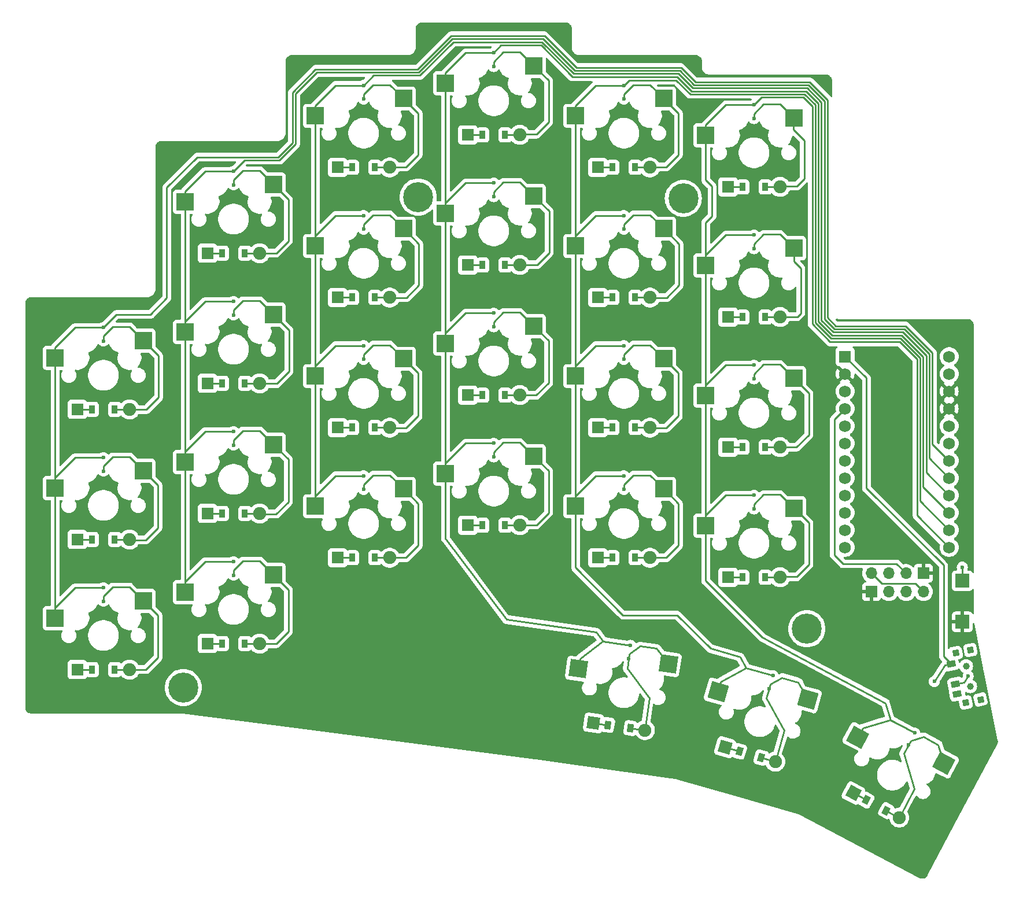
<source format=gbr>
%TF.GenerationSoftware,KiCad,Pcbnew,8.0.0*%
%TF.CreationDate,2024-03-07T20:20:43+01:00*%
%TF.ProjectId,splitty_boy_routed,73706c69-7474-4795-9f62-6f795f726f75,v1.0.0*%
%TF.SameCoordinates,Original*%
%TF.FileFunction,Copper,L2,Bot*%
%TF.FilePolarity,Positive*%
%FSLAX46Y46*%
G04 Gerber Fmt 4.6, Leading zero omitted, Abs format (unit mm)*
G04 Created by KiCad (PCBNEW 8.0.0) date 2024-03-07 20:20:43*
%MOMM*%
%LPD*%
G01*
G04 APERTURE LIST*
G04 Aperture macros list*
%AMRotRect*
0 Rectangle, with rotation*
0 The origin of the aperture is its center*
0 $1 length*
0 $2 width*
0 $3 Rotation angle, in degrees counterclockwise*
0 Add horizontal line*
21,1,$1,$2,0,0,$3*%
G04 Aperture macros list end*
%TA.AperFunction,ComponentPad*%
%ADD10C,4.400000*%
%TD*%
%TA.AperFunction,SMDPad,CuDef*%
%ADD11R,2.550000X2.500000*%
%TD*%
%TA.AperFunction,SMDPad,CuDef*%
%ADD12RotRect,2.550000X2.500000X352.000000*%
%TD*%
%TA.AperFunction,SMDPad,CuDef*%
%ADD13RotRect,2.550000X2.500000X344.000000*%
%TD*%
%TA.AperFunction,SMDPad,CuDef*%
%ADD14RotRect,2.550000X2.500000X332.000000*%
%TD*%
%TA.AperFunction,ComponentPad*%
%ADD15C,0.600000*%
%TD*%
%TA.AperFunction,SMDPad,CuDef*%
%ADD16R,0.900000X1.200000*%
%TD*%
%TA.AperFunction,ComponentPad*%
%ADD17R,1.778000X1.778000*%
%TD*%
%TA.AperFunction,ComponentPad*%
%ADD18C,1.905000*%
%TD*%
%TA.AperFunction,SMDPad,CuDef*%
%ADD19RotRect,0.900000X1.200000X352.000000*%
%TD*%
%TA.AperFunction,ComponentPad*%
%ADD20RotRect,1.778000X1.778000X352.000000*%
%TD*%
%TA.AperFunction,SMDPad,CuDef*%
%ADD21RotRect,0.900000X1.200000X344.000000*%
%TD*%
%TA.AperFunction,ComponentPad*%
%ADD22RotRect,1.778000X1.778000X344.000000*%
%TD*%
%TA.AperFunction,SMDPad,CuDef*%
%ADD23RotRect,0.900000X1.200000X332.000000*%
%TD*%
%TA.AperFunction,ComponentPad*%
%ADD24RotRect,1.778000X1.778000X332.000000*%
%TD*%
%TA.AperFunction,WasherPad*%
%ADD25C,1.000000*%
%TD*%
%TA.AperFunction,SMDPad,CuDef*%
%ADD26RotRect,0.900000X1.250000X281.500000*%
%TD*%
%TA.AperFunction,SMDPad,CuDef*%
%ADD27RotRect,0.900000X0.900000X281.500000*%
%TD*%
%TA.AperFunction,SMDPad,CuDef*%
%ADD28R,2.000000X2.000000*%
%TD*%
%TA.AperFunction,ComponentPad*%
%ADD29O,1.700000X1.700000*%
%TD*%
%TA.AperFunction,ComponentPad*%
%ADD30R,1.700000X1.700000*%
%TD*%
%TA.AperFunction,ComponentPad*%
%ADD31R,1.752600X1.752600*%
%TD*%
%TA.AperFunction,ComponentPad*%
%ADD32C,1.752600*%
%TD*%
%TA.AperFunction,Conductor*%
%ADD33C,0.250000*%
%TD*%
G04 APERTURE END LIST*
D10*
%TO.P,,1*%
%TO.N,N/C*%
X233800000Y-99900000D03*
%TD*%
%TO.P,,1*%
%TO.N,N/C*%
X160600000Y-171500000D03*
%TD*%
%TO.P,,1*%
%TO.N,N/C*%
X251900000Y-162900000D03*
%TD*%
%TO.P,,1*%
%TO.N,N/C*%
X195000000Y-99700000D03*
%TD*%
D11*
%TO.P,S1,1*%
%TO.N,P4*%
X141819943Y-161344700D03*
%TO.P,S1,2*%
%TO.N,shifty_bottom*%
X154746943Y-158804700D03*
%TD*%
%TO.P,S2,1*%
%TO.N,P4*%
X141819950Y-142294701D03*
%TO.P,S2,2*%
%TO.N,shifty_home*%
X154746950Y-139754701D03*
%TD*%
%TO.P,S3,1*%
%TO.N,P4*%
X141819948Y-123244701D03*
%TO.P,S3,2*%
%TO.N,shifty_top*%
X154746948Y-120704701D03*
%TD*%
%TO.P,S4,1*%
%TO.N,P5*%
X160869947Y-157534696D03*
%TO.P,S4,2*%
%TO.N,pinky_bottom*%
X173796947Y-154994696D03*
%TD*%
%TO.P,S5,1*%
%TO.N,P5*%
X160869949Y-138484702D03*
%TO.P,S5,2*%
%TO.N,pinky_home*%
X173796949Y-135944702D03*
%TD*%
%TO.P,S6,1*%
%TO.N,P5*%
X160869937Y-119434699D03*
%TO.P,S6,2*%
%TO.N,pinky_top*%
X173796937Y-116894699D03*
%TD*%
%TO.P,S7,1*%
%TO.N,P5*%
X160869950Y-100384700D03*
%TO.P,S7,2*%
%TO.N,pinky_numbers*%
X173796950Y-97844700D03*
%TD*%
%TO.P,S8,1*%
%TO.N,P6*%
X179919944Y-144961702D03*
%TO.P,S8,2*%
%TO.N,ring_bottom*%
X192846944Y-142421702D03*
%TD*%
%TO.P,S9,1*%
%TO.N,P6*%
X179919949Y-125911704D03*
%TO.P,S9,2*%
%TO.N,ring_home*%
X192846949Y-123371704D03*
%TD*%
%TO.P,S10,1*%
%TO.N,P6*%
X179919953Y-106861705D03*
%TO.P,S10,2*%
%TO.N,ring_top*%
X192846953Y-104321705D03*
%TD*%
%TO.P,S11,1*%
%TO.N,P6*%
X179919952Y-87811697D03*
%TO.P,S11,2*%
%TO.N,ring_numbers*%
X192846952Y-85271697D03*
%TD*%
%TO.P,S12,1*%
%TO.N,P7*%
X198969950Y-140199199D03*
%TO.P,S12,2*%
%TO.N,middle_bottom*%
X211896950Y-137659199D03*
%TD*%
%TO.P,S13,1*%
%TO.N,P7*%
X198969943Y-121149203D03*
%TO.P,S13,2*%
%TO.N,middle_home*%
X211896943Y-118609203D03*
%TD*%
%TO.P,S14,1*%
%TO.N,P7*%
X198969950Y-102099202D03*
%TO.P,S14,2*%
%TO.N,middle_top*%
X211896950Y-99559202D03*
%TD*%
%TO.P,S15,1*%
%TO.N,P7*%
X198969945Y-83049203D03*
%TO.P,S15,2*%
%TO.N,middle_numbers*%
X211896945Y-80509203D03*
%TD*%
%TO.P,S16,1*%
%TO.N,P8*%
X218019950Y-144961702D03*
%TO.P,S16,2*%
%TO.N,index_bottom*%
X230946950Y-142421702D03*
%TD*%
%TO.P,S17,1*%
%TO.N,P8*%
X218019947Y-125911701D03*
%TO.P,S17,2*%
%TO.N,index_home*%
X230946947Y-123371701D03*
%TD*%
%TO.P,S18,1*%
%TO.N,P8*%
X218019950Y-106861704D03*
%TO.P,S18,2*%
%TO.N,index_top*%
X230946950Y-104321704D03*
%TD*%
%TO.P,S19,1*%
%TO.N,P8*%
X218019946Y-87811705D03*
%TO.P,S19,2*%
%TO.N,index_numbers*%
X230946946Y-85271705D03*
%TD*%
%TO.P,S20,1*%
%TO.N,P9*%
X237069957Y-147819194D03*
%TO.P,S20,2*%
%TO.N,inner_bottom*%
X249996957Y-145279194D03*
%TD*%
%TO.P,S21,1*%
%TO.N,P9*%
X237069943Y-128769195D03*
%TO.P,S21,2*%
%TO.N,inner_home*%
X249996943Y-126229195D03*
%TD*%
%TO.P,S22,1*%
%TO.N,P9*%
X237069948Y-109719201D03*
%TO.P,S22,2*%
%TO.N,inner_top*%
X249996948Y-107179201D03*
%TD*%
%TO.P,S23,1*%
%TO.N,P9*%
X237069947Y-90669194D03*
%TO.P,S23,2*%
%TO.N,inner_numbers*%
X249996947Y-88129194D03*
%TD*%
D12*
%TO.P,S24,1*%
%TO.N,P7*%
X218442403Y-168765375D03*
%TO.P,S24,2*%
%TO.N,inny_fan*%
X231597096Y-168049183D03*
%TD*%
D13*
%TO.P,S25,1*%
%TO.N,P8*%
X238882677Y-172099563D03*
%TO.P,S25,2*%
%TO.N,tucky_fan*%
X252009025Y-173221117D03*
%TD*%
D14*
%TO.P,S26,1*%
%TO.N,P9*%
X259342231Y-178768266D03*
%TO.P,S26,2*%
%TO.N,reachy_fan*%
X271948552Y-182594438D03*
%TD*%
D15*
%TO.P,REF\u002A\u002A,1*%
%TO.N,shifty_bottom*%
X148904949Y-158884699D03*
%TD*%
%TO.P,REF\u002A\u002A,1*%
%TO.N,shifty_home*%
X148904944Y-139834697D03*
%TD*%
%TO.P,REF\u002A\u002A,1*%
%TO.N,shifty_top*%
X148904949Y-120784695D03*
%TD*%
%TO.P,REF\u002A\u002A,1*%
%TO.N,pinky_bottom*%
X167954946Y-155074701D03*
%TD*%
%TO.P,REF\u002A\u002A,1*%
%TO.N,pinky_home*%
X167954941Y-136024700D03*
%TD*%
%TO.P,REF\u002A\u002A,1*%
%TO.N,pinky_top*%
X167954947Y-116974702D03*
%TD*%
%TO.P,REF\u002A\u002A,1*%
%TO.N,pinky_numbers*%
X167954954Y-97924699D03*
%TD*%
%TO.P,REF\u002A\u002A,1*%
%TO.N,ring_bottom*%
X187004941Y-142501697D03*
%TD*%
%TO.P,REF\u002A\u002A,1*%
%TO.N,ring_home*%
X187004948Y-123451706D03*
%TD*%
%TO.P,REF\u002A\u002A,1*%
%TO.N,ring_top*%
X187004944Y-104401697D03*
%TD*%
%TO.P,REF\u002A\u002A,1*%
%TO.N,ring_numbers*%
X187004951Y-85351700D03*
%TD*%
%TO.P,REF\u002A\u002A,1*%
%TO.N,middle_bottom*%
X206054947Y-137739207D03*
%TD*%
%TO.P,REF\u002A\u002A,1*%
%TO.N,middle_home*%
X206054949Y-118689199D03*
%TD*%
%TO.P,REF\u002A\u002A,1*%
%TO.N,middle_top*%
X206054950Y-99639197D03*
%TD*%
%TO.P,REF\u002A\u002A,1*%
%TO.N,middle_numbers*%
X206054953Y-80589198D03*
%TD*%
%TO.P,REF\u002A\u002A,1*%
%TO.N,index_bottom*%
X225104942Y-142501704D03*
%TD*%
%TO.P,REF\u002A\u002A,1*%
%TO.N,index_home*%
X225104950Y-123451707D03*
%TD*%
%TO.P,REF\u002A\u002A,1*%
%TO.N,index_top*%
X225104952Y-104401702D03*
%TD*%
%TO.P,REF\u002A\u002A,1*%
%TO.N,index_numbers*%
X225104951Y-85351702D03*
%TD*%
%TO.P,REF\u002A\u002A,1*%
%TO.N,inner_bottom*%
X244154948Y-145359197D03*
%TD*%
%TO.P,REF\u002A\u002A,1*%
%TO.N,inner_home*%
X244154953Y-126309199D03*
%TD*%
%TO.P,REF\u002A\u002A,1*%
%TO.N,inner_top*%
X244154949Y-107259197D03*
%TD*%
%TO.P,REF\u002A\u002A,1*%
%TO.N,inner_numbers*%
X244154949Y-88209194D03*
%TD*%
%TO.P,REF\u002A\u002A,1*%
%TO.N,inny_fan*%
X225800814Y-167315364D03*
%TD*%
%TO.P,REF\u002A\u002A,1*%
%TO.N,tucky_fan*%
X246371275Y-171687743D03*
%TD*%
%TO.P,REF\u002A\u002A,1*%
%TO.N,reachy_fan*%
X266752816Y-179922421D03*
%TD*%
%TO.P,REF\u002A\u002A,1*%
%TO.N,P4*%
X148904950Y-156884698D03*
%TD*%
%TO.P,REF\u002A\u002A,1*%
%TO.N,P4*%
X148904938Y-137834699D03*
%TD*%
%TO.P,REF\u002A\u002A,1*%
%TO.N,P4*%
X148904954Y-118784703D03*
%TD*%
%TO.P,REF\u002A\u002A,1*%
%TO.N,P5*%
X167954948Y-153074698D03*
%TD*%
%TO.P,REF\u002A\u002A,1*%
%TO.N,P5*%
X167954943Y-134024699D03*
%TD*%
%TO.P,REF\u002A\u002A,1*%
%TO.N,P5*%
X167954953Y-114974698D03*
%TD*%
%TO.P,REF\u002A\u002A,1*%
%TO.N,P5*%
X167954947Y-95924698D03*
%TD*%
%TO.P,REF\u002A\u002A,1*%
%TO.N,P6*%
X187004946Y-140501698D03*
%TD*%
%TO.P,REF\u002A\u002A,1*%
%TO.N,P6*%
X187004946Y-121451697D03*
%TD*%
%TO.P,REF\u002A\u002A,1*%
%TO.N,P6*%
X187004944Y-102401700D03*
%TD*%
%TO.P,REF\u002A\u002A,1*%
%TO.N,P6*%
X187004949Y-83351698D03*
%TD*%
%TO.P,REF\u002A\u002A,1*%
%TO.N,P7*%
X206054945Y-135739194D03*
%TD*%
%TO.P,REF\u002A\u002A,1*%
%TO.N,P7*%
X206054948Y-116689202D03*
%TD*%
%TO.P,REF\u002A\u002A,1*%
%TO.N,P7*%
X206054943Y-97639193D03*
%TD*%
%TO.P,REF\u002A\u002A,1*%
%TO.N,P7*%
X206054951Y-78589199D03*
%TD*%
%TO.P,REF\u002A\u002A,1*%
%TO.N,P8*%
X225104942Y-140501701D03*
%TD*%
%TO.P,REF\u002A\u002A,1*%
%TO.N,P8*%
X225104951Y-121451700D03*
%TD*%
%TO.P,REF\u002A\u002A,1*%
%TO.N,P8*%
X225104945Y-102401696D03*
%TD*%
%TO.P,REF\u002A\u002A,1*%
%TO.N,P8*%
X225104945Y-83351701D03*
%TD*%
%TO.P,REF\u002A\u002A,1*%
%TO.N,P9*%
X244154948Y-143359201D03*
%TD*%
%TO.P,REF\u002A\u002A,1*%
%TO.N,P9*%
X244154952Y-124309197D03*
%TD*%
%TO.P,REF\u002A\u002A,1*%
%TO.N,P9*%
X244154949Y-105259198D03*
%TD*%
%TO.P,REF\u002A\u002A,1*%
%TO.N,P9*%
X244154948Y-86209195D03*
%TD*%
%TO.P,REF\u002A\u002A,1*%
%TO.N,P7*%
X226079157Y-165334822D03*
%TD*%
%TO.P,REF\u002A\u002A,1*%
%TO.N,P8*%
X246922554Y-169765223D03*
%TD*%
%TO.P,REF\u002A\u002A,1*%
%TO.N,P9*%
X267691756Y-178156522D03*
%TD*%
D16*
%TO.P,D1,2*%
%TO.N,shifty_bottom*%
X150554945Y-168884698D03*
%TO.P,D1,1*%
%TO.N,P18*%
X147254945Y-168884698D03*
D17*
X145094945Y-168884698D03*
D18*
%TO.P,D1,2*%
%TO.N,shifty_bottom*%
X152714945Y-168884698D03*
%TD*%
D16*
%TO.P,D2,2*%
%TO.N,shifty_home*%
X150554950Y-149834703D03*
%TO.P,D2,1*%
%TO.N,P19*%
X147254950Y-149834703D03*
D17*
X145094950Y-149834703D03*
D18*
%TO.P,D2,2*%
%TO.N,shifty_home*%
X152714950Y-149834703D03*
%TD*%
D16*
%TO.P,D3,2*%
%TO.N,shifty_top*%
X150554949Y-130784698D03*
%TO.P,D3,1*%
%TO.N,P20*%
X147254949Y-130784698D03*
D17*
X145094949Y-130784698D03*
D18*
%TO.P,D3,2*%
%TO.N,shifty_top*%
X152714949Y-130784698D03*
%TD*%
D16*
%TO.P,D4,2*%
%TO.N,pinky_bottom*%
X169604943Y-165074700D03*
%TO.P,D4,1*%
%TO.N,P18*%
X166304943Y-165074700D03*
D17*
X164144943Y-165074700D03*
D18*
%TO.P,D4,2*%
%TO.N,pinky_bottom*%
X171764943Y-165074700D03*
%TD*%
D16*
%TO.P,D5,2*%
%TO.N,pinky_home*%
X169604952Y-146024700D03*
%TO.P,D5,1*%
%TO.N,P19*%
X166304952Y-146024700D03*
D17*
X164144952Y-146024700D03*
D18*
%TO.P,D5,2*%
%TO.N,pinky_home*%
X171764952Y-146024700D03*
%TD*%
D16*
%TO.P,D6,2*%
%TO.N,pinky_top*%
X169604943Y-126974700D03*
%TO.P,D6,1*%
%TO.N,P20*%
X166304943Y-126974700D03*
D17*
X164144943Y-126974700D03*
D18*
%TO.P,D6,2*%
%TO.N,pinky_top*%
X171764943Y-126974700D03*
%TD*%
D16*
%TO.P,D7,2*%
%TO.N,pinky_numbers*%
X169604945Y-107924702D03*
%TO.P,D7,1*%
%TO.N,P21*%
X166304945Y-107924702D03*
D17*
X164144945Y-107924702D03*
D18*
%TO.P,D7,2*%
%TO.N,pinky_numbers*%
X171764945Y-107924702D03*
%TD*%
D16*
%TO.P,D8,2*%
%TO.N,ring_bottom*%
X188654946Y-152501699D03*
%TO.P,D8,1*%
%TO.N,P18*%
X185354946Y-152501699D03*
D17*
X183194946Y-152501699D03*
D18*
%TO.P,D8,2*%
%TO.N,ring_bottom*%
X190814946Y-152501699D03*
%TD*%
D16*
%TO.P,D9,2*%
%TO.N,ring_home*%
X188654944Y-133451702D03*
%TO.P,D9,1*%
%TO.N,P19*%
X185354944Y-133451702D03*
D17*
X183194944Y-133451702D03*
D18*
%TO.P,D9,2*%
%TO.N,ring_home*%
X190814944Y-133451702D03*
%TD*%
D16*
%TO.P,D10,2*%
%TO.N,ring_top*%
X188654950Y-114401706D03*
%TO.P,D10,1*%
%TO.N,P20*%
X185354950Y-114401706D03*
D17*
X183194950Y-114401706D03*
D18*
%TO.P,D10,2*%
%TO.N,ring_top*%
X190814950Y-114401706D03*
%TD*%
D16*
%TO.P,D11,2*%
%TO.N,ring_numbers*%
X188654947Y-95351700D03*
%TO.P,D11,1*%
%TO.N,P21*%
X185354947Y-95351700D03*
D17*
X183194947Y-95351700D03*
D18*
%TO.P,D11,2*%
%TO.N,ring_numbers*%
X190814947Y-95351700D03*
%TD*%
D16*
%TO.P,D12,2*%
%TO.N,middle_bottom*%
X207704951Y-147739198D03*
%TO.P,D12,1*%
%TO.N,P18*%
X204404951Y-147739198D03*
D17*
X202244951Y-147739198D03*
D18*
%TO.P,D12,2*%
%TO.N,middle_bottom*%
X209864951Y-147739198D03*
%TD*%
D16*
%TO.P,D13,2*%
%TO.N,middle_home*%
X207704947Y-128689213D03*
%TO.P,D13,1*%
%TO.N,P19*%
X204404947Y-128689213D03*
D17*
X202244947Y-128689213D03*
D18*
%TO.P,D13,2*%
%TO.N,middle_home*%
X209864947Y-128689213D03*
%TD*%
D16*
%TO.P,D14,2*%
%TO.N,middle_top*%
X207704948Y-109639201D03*
%TO.P,D14,1*%
%TO.N,P20*%
X204404948Y-109639201D03*
D17*
X202244948Y-109639201D03*
D18*
%TO.P,D14,2*%
%TO.N,middle_top*%
X209864948Y-109639201D03*
%TD*%
D16*
%TO.P,D15,2*%
%TO.N,middle_numbers*%
X207704948Y-90589200D03*
%TO.P,D15,1*%
%TO.N,P21*%
X204404948Y-90589200D03*
D17*
X202244948Y-90589200D03*
D18*
%TO.P,D15,2*%
%TO.N,middle_numbers*%
X209864948Y-90589200D03*
%TD*%
D16*
%TO.P,D16,2*%
%TO.N,index_bottom*%
X226754950Y-152501696D03*
%TO.P,D16,1*%
%TO.N,P18*%
X223454950Y-152501696D03*
D17*
X221294950Y-152501696D03*
D18*
%TO.P,D16,2*%
%TO.N,index_bottom*%
X228914950Y-152501696D03*
%TD*%
D16*
%TO.P,D17,2*%
%TO.N,index_home*%
X226754948Y-133451695D03*
%TO.P,D17,1*%
%TO.N,P19*%
X223454948Y-133451695D03*
D17*
X221294948Y-133451695D03*
D18*
%TO.P,D17,2*%
%TO.N,index_home*%
X228914948Y-133451695D03*
%TD*%
D16*
%TO.P,D18,2*%
%TO.N,index_top*%
X226754942Y-114401696D03*
%TO.P,D18,1*%
%TO.N,P20*%
X223454942Y-114401696D03*
D17*
X221294942Y-114401696D03*
D18*
%TO.P,D18,2*%
%TO.N,index_top*%
X228914942Y-114401696D03*
%TD*%
D16*
%TO.P,D19,2*%
%TO.N,index_numbers*%
X226754953Y-95351695D03*
%TO.P,D19,1*%
%TO.N,P21*%
X223454953Y-95351695D03*
D17*
X221294953Y-95351695D03*
D18*
%TO.P,D19,2*%
%TO.N,index_numbers*%
X228914953Y-95351695D03*
%TD*%
D16*
%TO.P,D20,2*%
%TO.N,inner_bottom*%
X245804944Y-155359199D03*
%TO.P,D20,1*%
%TO.N,P18*%
X242504944Y-155359199D03*
D17*
X240344944Y-155359199D03*
D18*
%TO.P,D20,2*%
%TO.N,inner_bottom*%
X247964944Y-155359199D03*
%TD*%
D16*
%TO.P,D21,2*%
%TO.N,inner_home*%
X245804950Y-136309196D03*
%TO.P,D21,1*%
%TO.N,P19*%
X242504950Y-136309196D03*
D17*
X240344950Y-136309196D03*
D18*
%TO.P,D21,2*%
%TO.N,inner_home*%
X247964950Y-136309196D03*
%TD*%
D16*
%TO.P,D22,2*%
%TO.N,inner_top*%
X245804947Y-117259201D03*
%TO.P,D22,1*%
%TO.N,P20*%
X242504947Y-117259201D03*
D17*
X240344947Y-117259201D03*
D18*
%TO.P,D22,2*%
%TO.N,inner_top*%
X247964947Y-117259201D03*
%TD*%
D16*
%TO.P,D23,2*%
%TO.N,inner_numbers*%
X245804949Y-98209200D03*
%TO.P,D23,1*%
%TO.N,P21*%
X242504949Y-98209200D03*
D17*
X240344949Y-98209200D03*
D18*
%TO.P,D23,2*%
%TO.N,inner_numbers*%
X247964949Y-98209200D03*
%TD*%
D19*
%TO.P,D24,2*%
%TO.N,inny_fan*%
X226043026Y-177447678D03*
%TO.P,D24,1*%
%TO.N,P16*%
X222775142Y-176988406D03*
D20*
X220636163Y-176687792D03*
D18*
%TO.P,D24,2*%
%TO.N,inny_fan*%
X228182005Y-177748292D03*
%TD*%
D21*
%TO.P,D25,2*%
%TO.N,tucky_fan*%
X245200987Y-181755164D03*
%TO.P,D25,1*%
%TO.N,P16*%
X242028821Y-180845560D03*
D22*
X239952497Y-180250184D03*
D18*
%TO.P,D25,2*%
%TO.N,tucky_fan*%
X247277311Y-182350540D03*
%TD*%
D23*
%TO.P,D26,2*%
%TO.N,reachy_fan*%
X263514961Y-189526530D03*
%TO.P,D26,1*%
%TO.N,P16*%
X260601233Y-187977276D03*
D24*
X258694067Y-186963216D03*
D18*
%TO.P,D26,2*%
%TO.N,reachy_fan*%
X265422127Y-190540590D03*
%TD*%
D25*
%TO.P,T1,*%
%TO.N,*%
X275803846Y-171322409D03*
X275205742Y-168382635D03*
D26*
%TO.P,T1,1*%
%TO.N,RAW*%
X273022872Y-168061380D03*
%TO.P,T1,2*%
%TO.N,B+*%
X273620976Y-171001155D03*
%TO.P,T1,3*%
%TO.N,N/C*%
X273920025Y-172471042D03*
D27*
%TO.P,T1,*%
%TO.N,*%
X277320373Y-173258943D03*
X275164538Y-173697548D03*
X273689215Y-166446101D03*
X275845050Y-166007496D03*
%TD*%
D25*
%TO.P,T2,*%
%TO.N,*%
X275803846Y-171322409D03*
X275205742Y-168382635D03*
%TD*%
D15*
%TO.P,REF\u002A\u002A,1*%
%TO.N,B+*%
X275504794Y-169852522D03*
%TD*%
%TO.P,REF\u002A\u002A,1*%
%TO.N,RAW*%
X270564585Y-170623479D03*
%TD*%
D28*
%TO.P,PAD1,1*%
%TO.N,B+*%
X274654947Y-155884198D03*
%TD*%
D15*
%TO.P,REF\u002A\u002A,1*%
%TO.N,B+*%
X274654946Y-153884199D03*
%TD*%
D28*
%TO.P,PAD2,1*%
%TO.N,GND*%
X274654943Y-161884196D03*
%TD*%
D29*
%TO.P,OLED1,4*%
%TO.N,P2*%
X261334950Y-154784195D03*
%TO.P,OLED1,3*%
%TO.N,P3*%
X263874950Y-154784195D03*
%TO.P,OLED1,2*%
%TO.N,VCC*%
X266414950Y-154784195D03*
D30*
%TO.P,OLED1,1*%
%TO.N,GND*%
X268954950Y-154784195D03*
%TD*%
D29*
%TO.P,OLED2,4*%
%TO.N,P2*%
X268974948Y-157484197D03*
%TO.P,OLED2,3*%
%TO.N,P3*%
X266434948Y-157484197D03*
%TO.P,OLED2,2*%
%TO.N,VCC*%
X263894948Y-157484197D03*
D30*
%TO.P,OLED2,1*%
%TO.N,GND*%
X261354948Y-157484197D03*
%TD*%
D31*
%TO.P,MCU1,1*%
%TO.N,RAW*%
X257489948Y-123054200D03*
D32*
%TO.P,MCU1,2*%
%TO.N,GND*%
X257489946Y-125594198D03*
%TO.P,MCU1,3*%
%TO.N,RST*%
X257489946Y-128134200D03*
%TO.P,MCU1,4*%
%TO.N,VCC*%
X257489946Y-130674200D03*
%TO.P,MCU1,5*%
%TO.N,P21*%
X257489946Y-133214200D03*
%TO.P,MCU1,6*%
%TO.N,P20*%
X257489946Y-135754200D03*
%TO.P,MCU1,7*%
%TO.N,P19*%
X257489946Y-138294200D03*
%TO.P,MCU1,8*%
%TO.N,P18*%
X257489946Y-140834200D03*
%TO.P,MCU1,9*%
%TO.N,P15*%
X257489946Y-143374200D03*
%TO.P,MCU1,10*%
%TO.N,P14*%
X257489946Y-145914200D03*
%TO.P,MCU1,11*%
%TO.N,P16*%
X257489946Y-148454201D03*
%TO.P,MCU1,12*%
%TO.N,P10*%
X257489947Y-150994200D03*
%TO.P,MCU1,13*%
%TO.N,P1*%
X272729945Y-123054200D03*
%TO.P,MCU1,14*%
%TO.N,P0*%
X272729946Y-125594199D03*
%TO.P,MCU1,15*%
%TO.N,GND*%
X272729946Y-128134200D03*
%TO.P,MCU1,16*%
X272729946Y-130674200D03*
%TO.P,MCU1,17*%
%TO.N,P2*%
X272729946Y-133214200D03*
%TO.P,MCU1,18*%
%TO.N,P3*%
X272729946Y-135754200D03*
%TO.P,MCU1,19*%
%TO.N,P4*%
X272729946Y-138294200D03*
%TO.P,MCU1,20*%
%TO.N,P5*%
X272729946Y-140834200D03*
%TO.P,MCU1,21*%
%TO.N,P6*%
X272729946Y-143374200D03*
%TO.P,MCU1,22*%
%TO.N,P7*%
X272729946Y-145914200D03*
%TO.P,MCU1,23*%
%TO.N,P8*%
X272729946Y-148454202D03*
%TO.P,MCU1,24*%
%TO.N,P9*%
X272729944Y-150994200D03*
%TD*%
D33*
%TO.N,P9*%
X238000000Y-102500000D02*
X237069947Y-103430053D01*
X237069954Y-97169954D02*
X238000000Y-98100000D01*
X237069954Y-89169200D02*
X237069954Y-97169954D01*
X240029945Y-86209203D02*
X237069954Y-89169200D01*
X237069947Y-103430053D02*
X237069947Y-109719194D01*
X244154948Y-86209195D02*
X240029945Y-86209203D01*
X238000000Y-98100000D02*
X238000000Y-102500000D01*
%TO.N,inner_numbers*%
X249956951Y-89856951D02*
X249956951Y-88004701D01*
X251500000Y-91400000D02*
X249956951Y-89856951D01*
X251500000Y-97000357D02*
X251500000Y-91400000D01*
X250400357Y-98100000D02*
X251500000Y-97000357D01*
X248000000Y-98100000D02*
X250400357Y-98100000D01*
%TO.N,inner_top*%
X251000000Y-110100000D02*
X249996948Y-109096948D01*
X249996948Y-109096948D02*
X249996948Y-107179201D01*
X250485412Y-117215302D02*
X251000000Y-116700714D01*
X251000000Y-116700714D02*
X251000000Y-110100000D01*
X248085055Y-117215302D02*
X250485412Y-117215302D01*
%TO.N,inner_home*%
X252170110Y-128402362D02*
X249996943Y-126229195D01*
X252170110Y-134530604D02*
X252170110Y-128402362D01*
X250385412Y-136315302D02*
X252170110Y-134530604D01*
X247985055Y-136315302D02*
X250385412Y-136315302D01*
%TO.N,inner_bottom*%
X252185055Y-153515302D02*
X252185055Y-147373059D01*
X248000000Y-155300000D02*
X250400357Y-155300000D01*
X252185055Y-147373059D02*
X250031998Y-145220002D01*
X250400357Y-155300000D02*
X252185055Y-153515302D01*
X247964944Y-155359199D02*
X245804944Y-155359199D01*
%TO.N,index_bottom*%
X233085055Y-150715302D02*
X233085055Y-144573059D01*
%TO.N,index_home*%
X228885055Y-133515302D02*
X231285412Y-133515302D01*
X231285412Y-133515302D02*
X233070110Y-131730604D01*
%TO.N,index_bottom*%
X228900000Y-152500000D02*
X231300357Y-152500000D01*
%TO.N,index_home*%
X233070110Y-125494359D02*
X230945754Y-123370003D01*
X233070110Y-131730604D02*
X233070110Y-125494359D01*
%TO.N,index_bottom*%
X233085055Y-144573059D02*
X230931998Y-142420002D01*
X231300357Y-152500000D02*
X233085055Y-150715302D01*
%TO.N,index_top*%
X231385412Y-114415302D02*
X233170110Y-112630604D01*
X233170110Y-112630604D02*
X233170110Y-106558110D01*
X233170110Y-106558110D02*
X230932003Y-104320003D01*
X228985055Y-114415302D02*
X231385412Y-114415302D01*
%TO.N,index_numbers*%
X228900000Y-95300000D02*
X231300357Y-95300000D01*
X233085055Y-87432805D02*
X230856951Y-85204701D01*
X231300357Y-95300000D02*
X233085055Y-93515302D01*
X233085055Y-93515302D02*
X233085055Y-87432805D01*
%TO.N,middle_bottom*%
X214085055Y-145915302D02*
X214085055Y-139773059D01*
%TO.N,middle_home*%
X209885055Y-128715302D02*
X212285412Y-128715302D01*
X212285412Y-128715302D02*
X214070110Y-126930604D01*
%TO.N,middle_bottom*%
X209900000Y-147700000D02*
X212300357Y-147700000D01*
%TO.N,middle_home*%
X214070110Y-120694359D02*
X211945754Y-118570003D01*
X214070110Y-126930604D02*
X214070110Y-120694359D01*
%TO.N,middle_bottom*%
X214085055Y-139773059D02*
X211931998Y-137620002D01*
X212300357Y-147700000D02*
X214085055Y-145915302D01*
%TO.N,middle_top*%
X212385412Y-109615302D02*
X214170110Y-107830604D01*
X214170110Y-107830604D02*
X214170110Y-101758110D01*
X214170110Y-101758110D02*
X211932003Y-99520003D01*
X209985055Y-109615302D02*
X212385412Y-109615302D01*
%TO.N,middle_numbers*%
X209900000Y-90500000D02*
X212300357Y-90500000D01*
X214085055Y-82632805D02*
X211856951Y-80404701D01*
X212300357Y-90500000D02*
X214085055Y-88715302D01*
X214085055Y-88715302D02*
X214085055Y-82632805D01*
%TO.N,ring_bottom*%
X194985055Y-150715302D02*
X194985055Y-144573059D01*
%TO.N,ring_home*%
X190785055Y-133515302D02*
X193185412Y-133515302D01*
X193185412Y-133515302D02*
X194970110Y-131730604D01*
%TO.N,ring_bottom*%
X190800000Y-152500000D02*
X193200357Y-152500000D01*
%TO.N,ring_home*%
X194970110Y-125494359D02*
X192845754Y-123370003D01*
X194970110Y-131730604D02*
X194970110Y-125494359D01*
%TO.N,ring_bottom*%
X194985055Y-144573059D02*
X192831998Y-142420002D01*
X193200357Y-152500000D02*
X194985055Y-150715302D01*
%TO.N,ring_top*%
X193285412Y-114415302D02*
X195070110Y-112630604D01*
X195070110Y-112630604D02*
X195070110Y-106558110D01*
X195070110Y-106558110D02*
X192832003Y-104320003D01*
X190885055Y-114415302D02*
X193285412Y-114415302D01*
%TO.N,ring_numbers*%
X190800000Y-95300000D02*
X193200357Y-95300000D01*
X194985055Y-87432805D02*
X192756951Y-85204701D01*
X193200357Y-95300000D02*
X194985055Y-93515302D01*
X194985055Y-93515302D02*
X194985055Y-87432805D01*
%TO.N,pinky_numbers*%
X173756951Y-97804701D02*
X173746948Y-97804701D01*
X175985055Y-100032805D02*
X173756951Y-97804701D01*
X174200357Y-107900000D02*
X175985055Y-106115302D01*
X171800000Y-107900000D02*
X174200357Y-107900000D01*
X175985055Y-106115302D02*
X175985055Y-100032805D01*
%TO.N,pinky_top*%
X176070110Y-119158110D02*
X173832003Y-116920003D01*
X176070110Y-125230604D02*
X176070110Y-119158110D01*
X174285412Y-127015302D02*
X176070110Y-125230604D01*
X171885055Y-127015302D02*
X174285412Y-127015302D01*
%TO.N,pinky_home*%
X174185412Y-146115302D02*
X175970110Y-144330604D01*
X175970110Y-144330604D02*
X175970110Y-138094359D01*
X171785055Y-146115302D02*
X174185412Y-146115302D01*
X175970110Y-138094359D02*
X173845754Y-135970003D01*
%TO.N,pinky_bottom*%
X175985055Y-163315302D02*
X175985055Y-157173059D01*
X171800000Y-165100000D02*
X174200357Y-165100000D01*
X174200357Y-165100000D02*
X175985055Y-163315302D01*
X175985055Y-157173059D02*
X173831998Y-155020002D01*
%TO.N,shifty_home*%
X156885055Y-141879057D02*
X154760699Y-139754701D01*
X156885055Y-148115302D02*
X156885055Y-141879057D01*
X152700000Y-149900000D02*
X155100357Y-149900000D01*
X155100357Y-149900000D02*
X156885055Y-148115302D01*
X154760699Y-139754701D02*
X154746950Y-139754701D01*
%TO.N,shifty_top*%
X156985055Y-129015302D02*
X156985055Y-122942808D01*
X156985055Y-122942808D02*
X154746948Y-120704701D01*
X152800000Y-130800000D02*
X155200357Y-130800000D01*
X155200357Y-130800000D02*
X156985055Y-129015302D01*
%TO.N,shifty_bottom*%
X155115302Y-168884698D02*
X156900000Y-167100000D01*
X156900000Y-167100000D02*
X156900000Y-160957757D01*
X156900000Y-160957757D02*
X154746943Y-158804700D01*
X152714945Y-168884698D02*
X155115302Y-168884698D01*
%TO.N,RAW*%
X260600000Y-126164252D02*
X257489948Y-123054200D01*
X271900000Y-166938508D02*
X271900000Y-153600000D01*
X260600000Y-142300000D02*
X260600000Y-126164252D01*
X273022872Y-168061380D02*
X271900000Y-166938508D01*
X271900000Y-153600000D02*
X260600000Y-142300000D01*
%TO.N,VCC*%
X255900000Y-132264146D02*
X257489946Y-130674200D01*
X255900000Y-152100000D02*
X255900000Y-132264146D01*
X257200000Y-153400000D02*
X255900000Y-152100000D01*
X265030755Y-153400000D02*
X257200000Y-153400000D01*
X266414950Y-154784195D02*
X265030755Y-153400000D01*
X257674200Y-130674200D02*
X257489946Y-130674200D01*
%TO.N,P2*%
X262859952Y-156309197D02*
X261334950Y-154784195D01*
X267799948Y-156309197D02*
X262859952Y-156309197D01*
X268974948Y-157484197D02*
X267799948Y-156309197D01*
%TO.N,B+*%
X274654947Y-155884198D02*
X274654946Y-153884199D01*
X274941085Y-170720558D02*
X275504794Y-169852522D01*
X273620974Y-171001155D02*
X274941085Y-170720558D01*
%TO.N,RAW*%
X272101210Y-168257285D02*
X270564585Y-170623479D01*
X273022873Y-168061380D02*
X272101210Y-168257285D01*
%TO.N,P9*%
X255279941Y-120894203D02*
X265479945Y-120894208D01*
X244154948Y-86209195D02*
X245269943Y-85094202D01*
X268029951Y-123444198D02*
X268029945Y-146294205D01*
X245269943Y-85094202D02*
X251379946Y-85094202D01*
X251379946Y-85094202D02*
X252679947Y-86394202D01*
X252679947Y-86394202D02*
X252679939Y-118294193D01*
X252679939Y-118294193D02*
X255279941Y-120894203D01*
X265479945Y-120894208D02*
X268029951Y-123444198D01*
X268029945Y-146294205D02*
X272729950Y-150994195D01*
%TO.N,P8*%
X225104945Y-83351701D02*
X225862448Y-82594204D01*
X253129951Y-118107805D02*
X255389141Y-120366987D01*
X225862448Y-82594204D02*
X232779947Y-82594199D01*
X268479948Y-123257804D02*
X268479943Y-144204196D01*
X251566343Y-84644201D02*
X253129945Y-86207801D01*
X232779947Y-82594199D02*
X234829945Y-84644198D01*
X268479943Y-144204196D02*
X272729946Y-148454204D01*
X234829945Y-84644198D02*
X251566343Y-84644201D01*
X253129945Y-86207801D02*
X253129951Y-118107805D01*
X255389141Y-120366987D02*
X265589135Y-120366995D01*
X265589135Y-120366995D02*
X268479948Y-123257804D01*
%TO.N,P7*%
X206054951Y-78589199D02*
X206054952Y-78519200D01*
X206054952Y-78519200D02*
X207079949Y-77494190D01*
X207079949Y-77494190D02*
X212979949Y-77494203D01*
X212979949Y-77494203D02*
X217579948Y-82094200D01*
X217579948Y-82094200D02*
X232916337Y-82094196D01*
X235016345Y-84194200D02*
X251752737Y-84194200D01*
X232916337Y-82094196D02*
X235016345Y-84194200D01*
X251752737Y-84194200D02*
X253579944Y-86021403D01*
X253579944Y-86021403D02*
X253579948Y-117921411D01*
X253579948Y-117921411D02*
X255575534Y-119916990D01*
X255575534Y-119916990D02*
X265775533Y-119916985D01*
X265775533Y-119916985D02*
X268929941Y-123071407D01*
X268929941Y-123071407D02*
X268929943Y-142114204D01*
X268929943Y-142114204D02*
X272729948Y-145914204D01*
%TO.N,P6*%
X187004949Y-83351698D02*
X187022444Y-83351702D01*
X188479946Y-81894197D02*
X195252741Y-81894200D01*
X187022444Y-83351702D02*
X188479946Y-81894197D01*
X251939135Y-83744196D02*
X254029953Y-85835006D01*
X195252741Y-81894200D02*
X200152729Y-76994201D01*
X217766348Y-81644202D02*
X233102742Y-81644192D01*
X200152729Y-76994201D02*
X213116344Y-76994204D01*
X254029948Y-117735011D02*
X255761932Y-119466994D01*
X213116344Y-76994204D02*
X217766348Y-81644202D01*
X233102742Y-81644192D02*
X235202743Y-83744204D01*
X235202743Y-83744204D02*
X251939135Y-83744196D01*
X254029953Y-85835006D02*
X254029948Y-117735011D01*
X265961926Y-119466991D02*
X269379945Y-122885010D01*
X255761932Y-119466994D02*
X265961926Y-119466991D01*
X269379945Y-122885010D02*
X269379950Y-140024197D01*
X269379950Y-140024197D02*
X272729947Y-143374197D01*
%TO.N,P5*%
X167954947Y-95924698D02*
X167954948Y-95919203D01*
X177029951Y-91944200D02*
X177029947Y-84544195D01*
X167954948Y-95919203D02*
X169579952Y-94294198D01*
X169579952Y-94294198D02*
X174679947Y-94294200D01*
X217952742Y-81194200D02*
X233289134Y-81194200D01*
X174679947Y-94294200D02*
X177029951Y-91944200D01*
X177029947Y-84544195D02*
X180129952Y-81444199D01*
X195066344Y-81444197D02*
X199966344Y-76544194D01*
X180129952Y-81444199D02*
X195066344Y-81444197D01*
X199966344Y-76544194D02*
X213302734Y-76544205D01*
X213302734Y-76544205D02*
X217952742Y-81194200D01*
X266148324Y-119016991D02*
X269829949Y-122698621D01*
X233289134Y-81194200D02*
X235389139Y-83294205D01*
X235389139Y-83294205D02*
X252125530Y-83294198D01*
X254479950Y-85648615D02*
X254479951Y-117548611D01*
X252125530Y-83294198D02*
X254479950Y-85648615D01*
X254479951Y-117548611D02*
X255948325Y-119016991D01*
X255948325Y-119016991D02*
X266148324Y-119016991D01*
X269829949Y-122698621D02*
X269829951Y-137934195D01*
X269829951Y-137934195D02*
X272729942Y-140834196D01*
%TO.N,P4*%
X176579945Y-84357803D02*
X179943550Y-80994198D01*
X148904954Y-118784703D02*
X148904952Y-118769201D01*
X148904952Y-118769201D02*
X150779947Y-116894201D01*
X158179949Y-98294199D02*
X162629954Y-93844198D01*
X150779947Y-116894201D02*
X155779949Y-116894199D01*
X155779949Y-116894199D02*
X158179947Y-114494198D01*
X270279944Y-135844201D02*
X272729945Y-138294205D01*
X158179947Y-114494198D02*
X158179949Y-98294199D01*
X162629954Y-93844198D02*
X174493561Y-93844201D01*
X174493561Y-93844201D02*
X176579949Y-91757803D01*
X194879949Y-80994196D02*
X199779947Y-76094196D01*
X176579949Y-91757803D02*
X176579945Y-84357803D01*
X233475526Y-80744202D02*
X235575536Y-82844201D01*
X179943550Y-80994198D02*
X194879949Y-80994196D01*
X199779947Y-76094196D02*
X213489136Y-76094199D01*
X252311917Y-82844200D02*
X254929950Y-85462222D01*
X213489136Y-76094199D02*
X218139136Y-80744197D01*
X218139136Y-80744197D02*
X233475526Y-80744202D01*
X235575536Y-82844201D02*
X252311917Y-82844200D01*
X254929947Y-117362224D02*
X256134725Y-118566990D01*
X254929950Y-85462222D02*
X254929947Y-117362224D01*
X270279948Y-122512219D02*
X270279944Y-135844201D01*
X256134725Y-118566990D02*
X266334722Y-118566997D01*
X266334722Y-118566997D02*
X270279948Y-122512219D01*
%TO.N,P7*%
X222096535Y-164775103D02*
X226079157Y-165334822D01*
X207915351Y-161555153D02*
X221062473Y-163402860D01*
X221062473Y-163402860D02*
X222096535Y-164775103D01*
X198969949Y-149684192D02*
X207915351Y-161555153D01*
X198969949Y-140199197D02*
X198969949Y-149684192D01*
%TO.N,P8*%
X237779948Y-165794196D02*
X242115818Y-167037489D01*
X232879953Y-160894204D02*
X237779948Y-165794196D01*
X218019941Y-153934202D02*
X224979955Y-160894205D01*
X242115818Y-167037489D02*
X243005180Y-168641934D01*
X218019950Y-144961699D02*
X218019941Y-153934202D01*
X224979955Y-160894205D02*
X232879953Y-160894204D01*
X243005180Y-168641934D02*
X246922554Y-169765223D01*
%TO.N,P9*%
X264181154Y-176289905D02*
X267691756Y-178156522D01*
X263414882Y-173783547D02*
X264181154Y-176289905D01*
X245379950Y-164194193D02*
X263414882Y-173783547D01*
X237069948Y-147819201D02*
X237069951Y-155884196D01*
X237069951Y-155884196D02*
X245379950Y-164194193D01*
%TO.N,reachy_fan*%
X267088721Y-179290675D02*
X266752816Y-179922421D01*
X268948300Y-178722145D02*
X267088721Y-179290675D01*
X265422126Y-190540581D02*
X263514960Y-189526522D01*
X267654697Y-186341729D02*
X266079352Y-181189007D01*
X271948548Y-182594434D02*
X271117261Y-179875398D01*
X271117261Y-179875398D02*
X268948300Y-178722145D01*
%TO.N,P9*%
X259342227Y-178768265D02*
X260046429Y-177443844D01*
X260046429Y-177443844D02*
X264049600Y-176219956D01*
%TO.N,reachy_fan*%
X265422126Y-190540581D02*
X267654697Y-186341729D01*
%TO.N,P9*%
X264049600Y-176219956D02*
X267691760Y-178156530D01*
%TO.N,reachy_fan*%
X266079352Y-181189007D02*
X266752816Y-179922421D01*
%TO.N,P16*%
X260601235Y-187977269D02*
X258694068Y-186963207D01*
%TO.N,tucky_fan*%
X246568497Y-170999966D02*
X246371275Y-171687743D01*
X248269234Y-170057230D02*
X246568497Y-170999966D01*
X247277313Y-182350537D02*
X245200992Y-181755165D01*
X248588105Y-177779261D02*
X245975875Y-173066679D01*
X252009014Y-173221115D02*
X250630571Y-170734330D01*
X250630571Y-170734330D02*
X248269234Y-170057230D01*
%TO.N,P8*%
X238882670Y-172099561D02*
X239296132Y-170657668D01*
X239296132Y-170657668D02*
X242957341Y-168628224D01*
%TO.N,tucky_fan*%
X247277313Y-182350537D02*
X248588105Y-177779261D01*
%TO.N,P8*%
X242957341Y-168628224D02*
X246922553Y-169765224D01*
%TO.N,tucky_fan*%
X245975875Y-173066679D02*
X246371275Y-171687743D01*
%TO.N,P16*%
X242028822Y-180845562D02*
X239952491Y-180250187D01*
%TO.N,inny_fan*%
X225900397Y-166606825D02*
X225800814Y-167315364D01*
X227453375Y-165436572D02*
X225900397Y-166606825D01*
X228182004Y-177748287D02*
X226043033Y-177447669D01*
X228843844Y-173039066D02*
X225601173Y-168735894D01*
X231597096Y-168049189D02*
X229885964Y-165778445D01*
X229885964Y-165778445D02*
X227453375Y-165436572D01*
%TO.N,P7*%
X218442398Y-168765375D02*
X218651162Y-167279977D01*
X218651162Y-167279977D02*
X221994307Y-164760737D01*
%TO.N,inny_fan*%
X228182004Y-177748287D02*
X228843844Y-173039066D01*
%TO.N,P7*%
X221994307Y-164760737D02*
X226079159Y-165334818D01*
%TO.N,inny_fan*%
X225601173Y-168735894D02*
X225800814Y-167315364D01*
%TO.N,P16*%
X222775144Y-176988408D02*
X220636160Y-176687790D01*
%TO.N,inner_numbers*%
X244154949Y-87493696D02*
X244154949Y-88209194D01*
X247964944Y-98209197D02*
X245804942Y-98209201D01*
%TO.N,P9*%
X237069948Y-147819201D02*
X237069944Y-146319202D01*
X240029949Y-143359202D02*
X244154948Y-143359201D01*
X237069944Y-146319202D02*
X240029949Y-143359202D01*
%TO.N,inner_top*%
X249996947Y-107179203D02*
X247986447Y-105168698D01*
X247964949Y-117259201D02*
X245804951Y-117259200D01*
%TO.N,P9*%
X240029946Y-124309203D02*
X244154952Y-124309197D01*
%TO.N,inner_top*%
X247986447Y-105168698D02*
X245529949Y-105168693D01*
X244154941Y-106543703D02*
X244154949Y-107259197D01*
%TO.N,P9*%
X237069954Y-127269201D02*
X240029946Y-124309203D01*
%TO.N,inner_top*%
X245529949Y-105168693D02*
X244154941Y-106543703D01*
%TO.N,P9*%
X237069946Y-128769198D02*
X237069954Y-127269201D01*
%TO.N,inner_home*%
X245529947Y-124218699D02*
X244154950Y-125593699D01*
%TO.N,inner_bottom*%
X249996951Y-145279202D02*
X247986441Y-143268700D01*
%TO.N,P9*%
X237069947Y-108219200D02*
X240029952Y-105259197D01*
%TO.N,inner_bottom*%
X247986441Y-143268700D02*
X245529953Y-143268703D01*
X245529953Y-143268703D02*
X244154951Y-144643702D01*
%TO.N,inner_home*%
X247964940Y-136309194D02*
X245804941Y-136309205D01*
%TO.N,P9*%
X237069947Y-109719194D02*
X237069948Y-147819201D01*
X240029952Y-105259197D02*
X244154949Y-105259198D01*
%TO.N,inner_bottom*%
X244154951Y-144643702D02*
X244154948Y-145359197D01*
%TO.N,inner_home*%
X249996948Y-126229204D02*
X247986451Y-124218705D01*
X247986451Y-124218705D02*
X245529947Y-124218699D01*
X244154950Y-125593699D02*
X244154953Y-126309199D01*
%TO.N,P9*%
X237069947Y-109719194D02*
X237069947Y-108219200D01*
%TO.N,P18*%
X242504947Y-155359197D02*
X240344944Y-155359202D01*
%TO.N,P20*%
X242504947Y-117259197D02*
X240344956Y-117259197D01*
%TO.N,P19*%
X242504954Y-136309203D02*
X240344948Y-136309199D01*
%TO.N,P21*%
X242504942Y-98209196D02*
X240344945Y-98209205D01*
%TO.N,inner_numbers*%
X249996946Y-88129204D02*
X247986452Y-86118696D01*
X245529947Y-86118695D02*
X244154949Y-87493696D01*
X247986452Y-86118696D02*
X245529947Y-86118695D01*
%TO.N,index_numbers*%
X225104945Y-84636198D02*
X225104951Y-85351702D01*
%TO.N,P8*%
X218019944Y-86311700D02*
X220979946Y-83351700D01*
%TO.N,index_numbers*%
X228914946Y-95351702D02*
X226754948Y-95351705D01*
%TO.N,P8*%
X218019950Y-144961699D02*
X218019947Y-143461700D01*
X218019950Y-87811704D02*
X218019950Y-106861693D01*
X220979949Y-140501704D02*
X225104942Y-140501701D01*
X218019947Y-143461700D02*
X220979949Y-140501704D01*
%TO.N,index_top*%
X230946949Y-104321702D02*
X228936445Y-102311201D01*
X228914947Y-114401709D02*
X226754946Y-114401694D01*
%TO.N,P8*%
X220979946Y-121451704D02*
X225104951Y-121451700D01*
%TO.N,index_top*%
X228936445Y-102311201D02*
X226479945Y-102311198D01*
X225104950Y-103686204D02*
X225104952Y-104401702D01*
%TO.N,P8*%
X218019944Y-124411698D02*
X220979946Y-121451704D01*
%TO.N,index_top*%
X226479945Y-102311198D02*
X225104950Y-103686204D01*
%TO.N,P8*%
X218019949Y-125911699D02*
X218019944Y-124411698D01*
%TO.N,index_home*%
X226479947Y-121361203D02*
X225104947Y-122736208D01*
%TO.N,index_bottom*%
X230946948Y-142421698D02*
X228936450Y-140411200D01*
%TO.N,P8*%
X218019947Y-105361702D02*
X220979944Y-102401701D01*
%TO.N,index_bottom*%
X228936450Y-140411200D02*
X226479950Y-140411203D01*
X226479950Y-140411203D02*
X225104949Y-141786201D01*
X228914947Y-152501700D02*
X226754941Y-152501698D01*
%TO.N,index_home*%
X228914950Y-133451702D02*
X226754952Y-133451697D01*
%TO.N,P8*%
X218019950Y-106861693D02*
X218019950Y-144961699D01*
X220979944Y-102401701D02*
X225104945Y-102401696D01*
%TO.N,index_bottom*%
X225104949Y-141786201D02*
X225104942Y-142501704D01*
%TO.N,index_home*%
X230946947Y-123371698D02*
X228936451Y-121361200D01*
X228936451Y-121361200D02*
X226479947Y-121361203D01*
X225104947Y-122736208D02*
X225104950Y-123451707D01*
%TO.N,P8*%
X218019950Y-106861693D02*
X218019947Y-105361702D01*
%TO.N,P18*%
X223454942Y-152501703D02*
X221294953Y-152501701D01*
%TO.N,P20*%
X223454946Y-114401699D02*
X221294940Y-114401695D01*
%TO.N,P19*%
X223454946Y-133451703D02*
X221294952Y-133451699D01*
%TO.N,P21*%
X223454947Y-95351704D02*
X221294947Y-95351702D01*
%TO.N,P8*%
X220979946Y-83351700D02*
X225104945Y-83351701D01*
X218019950Y-87811704D02*
X218019944Y-86311700D01*
%TO.N,index_numbers*%
X230946948Y-85271697D02*
X228936450Y-83261196D01*
X226479947Y-83261200D02*
X225104945Y-84636198D01*
X228936450Y-83261196D02*
X226479947Y-83261200D01*
%TO.N,middle_numbers*%
X206054953Y-79873700D02*
X206054953Y-80589198D01*
%TO.N,P7*%
X198969949Y-81549206D02*
X201929946Y-78589202D01*
%TO.N,middle_numbers*%
X209864944Y-90589197D02*
X207704940Y-90589197D01*
%TO.N,P7*%
X198969949Y-140199197D02*
X198969944Y-138699201D01*
X198969947Y-83049198D02*
X198969948Y-102099200D01*
X201929951Y-135739199D02*
X206054945Y-135739194D01*
X198969944Y-138699201D02*
X201929951Y-135739199D01*
%TO.N,middle_top*%
X211896953Y-99559198D02*
X209886456Y-97548700D01*
X209864948Y-109639199D02*
X207704953Y-109639197D01*
%TO.N,P7*%
X201929945Y-116689200D02*
X206054948Y-116689202D01*
%TO.N,middle_top*%
X209886456Y-97548700D02*
X207429950Y-97548705D01*
X206054947Y-98923696D02*
X206054950Y-99639197D01*
%TO.N,P7*%
X198969947Y-119649200D02*
X201929945Y-116689200D01*
%TO.N,middle_top*%
X207429950Y-97548705D02*
X206054947Y-98923696D01*
%TO.N,P7*%
X198969948Y-121149195D02*
X198969947Y-119649200D01*
%TO.N,middle_home*%
X207429946Y-116598699D02*
X206054942Y-117973705D01*
%TO.N,middle_bottom*%
X211896947Y-137659204D02*
X209886448Y-135648702D01*
%TO.N,P7*%
X198969944Y-100599197D02*
X201929956Y-97639198D01*
%TO.N,middle_bottom*%
X209886448Y-135648702D02*
X207429949Y-135648698D01*
X207429949Y-135648698D02*
X206054946Y-137023702D01*
X209864947Y-147739194D02*
X207704953Y-147739196D01*
%TO.N,middle_home*%
X209864946Y-128689201D02*
X207704946Y-128689196D01*
%TO.N,P7*%
X198969948Y-102099200D02*
X198969949Y-140199197D01*
X201929956Y-97639198D02*
X206054943Y-97639193D01*
%TO.N,middle_bottom*%
X206054946Y-137023702D02*
X206054947Y-137739207D01*
%TO.N,middle_home*%
X211896955Y-118609201D02*
X209886451Y-116598701D01*
X209886451Y-116598701D02*
X207429946Y-116598699D01*
X206054942Y-117973705D02*
X206054949Y-118689199D01*
%TO.N,P7*%
X198969948Y-102099200D02*
X198969944Y-100599197D01*
%TO.N,P18*%
X204404952Y-147739202D02*
X202244953Y-147739200D01*
%TO.N,P20*%
X204404946Y-109639202D02*
X202244942Y-109639199D01*
%TO.N,P19*%
X204404947Y-128689204D02*
X202244949Y-128689200D01*
%TO.N,P21*%
X204404956Y-90589199D02*
X202244951Y-90589200D01*
%TO.N,P7*%
X201929946Y-78589202D02*
X206054951Y-78589199D01*
X198969947Y-83049198D02*
X198969949Y-81549206D01*
%TO.N,middle_numbers*%
X211896953Y-80509199D02*
X209886445Y-78498695D01*
X207429953Y-78498700D02*
X206054953Y-79873700D01*
X209886445Y-78498695D02*
X207429953Y-78498700D01*
%TO.N,P21*%
X166304948Y-107924697D02*
X164144942Y-107924700D01*
%TO.N,P20*%
X147254954Y-130784698D02*
X145094953Y-130784697D01*
X166304953Y-126974697D02*
X164144948Y-126974699D01*
%TO.N,P19*%
X166304946Y-146024698D02*
X164144947Y-146024698D01*
X147254945Y-149834701D02*
X145094946Y-149834700D01*
%TO.N,P18*%
X147254949Y-168884698D02*
X145094950Y-168884704D01*
X166304953Y-165074701D02*
X164144951Y-165074698D01*
X185354947Y-152501702D02*
X183194951Y-152501699D01*
%TO.N,P19*%
X185354945Y-133451700D02*
X183194946Y-133451698D01*
%TO.N,P20*%
X185354948Y-114401698D02*
X183194944Y-114401704D01*
%TO.N,P21*%
X185354946Y-95351707D02*
X183194950Y-95351701D01*
%TO.N,ring_numbers*%
X190814954Y-95351703D02*
X188654953Y-95351699D01*
%TO.N,P6*%
X179919953Y-86311703D02*
X182879950Y-83351700D01*
%TO.N,ring_numbers*%
X187004949Y-84636204D02*
X187004951Y-85351700D01*
X188379949Y-83261203D02*
X187004949Y-84636204D01*
X190836453Y-83261192D02*
X188379949Y-83261203D01*
%TO.N,P6*%
X182879950Y-83351700D02*
X187004949Y-83351698D01*
X179919948Y-87811702D02*
X179919953Y-86311703D01*
%TO.N,ring_numbers*%
X192846949Y-85271698D02*
X190836453Y-83261192D01*
%TO.N,P6*%
X182879946Y-121451694D02*
X187004946Y-121451697D01*
%TO.N,ring_top*%
X192846940Y-104321695D02*
X190836446Y-102311200D01*
X190814950Y-114401699D02*
X188654947Y-114401691D01*
X187004946Y-103686204D02*
X187004944Y-104401697D01*
X188379947Y-102311200D02*
X187004946Y-103686204D01*
%TO.N,P6*%
X179919946Y-124411695D02*
X182879946Y-121451694D01*
X179919950Y-125911698D02*
X179919946Y-124411695D01*
%TO.N,ring_top*%
X190836446Y-102311200D02*
X188379947Y-102311200D01*
%TO.N,ring_home*%
X190814946Y-133451703D02*
X188654948Y-133451700D01*
%TO.N,P6*%
X182879944Y-102401698D02*
X187004944Y-102401700D01*
%TO.N,ring_bottom*%
X187004940Y-141786202D02*
X187004941Y-142501697D01*
X190814944Y-152501703D02*
X188654946Y-152501697D01*
%TO.N,ring_home*%
X192846950Y-123371697D02*
X190836451Y-121361204D01*
X188379945Y-121361204D02*
X187004947Y-122736203D01*
%TO.N,P6*%
X179919953Y-105361694D02*
X182879944Y-102401698D01*
%TO.N,ring_home*%
X190836451Y-121361204D02*
X188379945Y-121361204D01*
%TO.N,P6*%
X179919948Y-106861700D02*
X179919945Y-144961698D01*
%TO.N,ring_home*%
X187004947Y-122736203D02*
X187004948Y-123451706D01*
%TO.N,ring_bottom*%
X188379945Y-140411204D02*
X187004940Y-141786202D01*
%TO.N,P6*%
X179919948Y-106861700D02*
X179919953Y-105361694D01*
%TO.N,ring_bottom*%
X192846946Y-142421700D02*
X190836453Y-140411198D01*
X190836453Y-140411198D02*
X188379945Y-140411204D01*
%TO.N,P6*%
X179919945Y-144961698D02*
X179919949Y-143461702D01*
X179919948Y-87811702D02*
X179919948Y-106861700D01*
X182879949Y-140501695D02*
X187004946Y-140501698D01*
X179919949Y-143461702D02*
X182879949Y-140501695D01*
%TO.N,P5*%
X160869948Y-100384696D02*
X160869951Y-119434698D01*
%TO.N,pinky_numbers*%
X173796949Y-97844697D02*
X171786449Y-95834198D01*
X171764947Y-107924702D02*
X169604953Y-107924701D01*
X167954948Y-97209204D02*
X167954954Y-97924699D01*
X169329946Y-95834201D02*
X167954948Y-97209204D01*
X171786449Y-95834198D02*
X169329946Y-95834201D01*
%TO.N,P5*%
X163829950Y-95924696D02*
X167954947Y-95924698D01*
X160869951Y-98884693D02*
X163829950Y-95924696D01*
X160869948Y-100384696D02*
X160869951Y-98884693D01*
%TO.N,pinky_top*%
X173796951Y-116894703D02*
X171786447Y-114884200D01*
X167954947Y-116259201D02*
X167954947Y-116974702D01*
X169329943Y-114884201D02*
X167954947Y-116259201D01*
X171786447Y-114884200D02*
X169329943Y-114884201D01*
%TO.N,P5*%
X163829950Y-134024700D02*
X167954943Y-134024699D01*
%TO.N,pinky_top*%
X171764951Y-126974699D02*
X169604952Y-126974704D01*
%TO.N,P5*%
X160869943Y-136984698D02*
X163829950Y-134024700D01*
X160869950Y-138484699D02*
X160869943Y-136984698D01*
%TO.N,pinky_home*%
X173796947Y-135944702D02*
X171786453Y-133934199D01*
X167954951Y-135309199D02*
X167954941Y-136024700D01*
X169329947Y-133934209D02*
X167954951Y-135309199D01*
X171786453Y-133934199D02*
X169329947Y-133934209D01*
X171764949Y-146024701D02*
X169604945Y-146024700D01*
%TO.N,P5*%
X160869951Y-119434698D02*
X160869948Y-157534699D01*
X163829954Y-114974701D02*
X167954953Y-114974698D01*
X160869951Y-119434698D02*
X160869948Y-117934694D01*
X160869948Y-117934694D02*
X163829954Y-114974701D01*
%TO.N,pinky_bottom*%
X167954950Y-154359203D02*
X167954946Y-155074701D01*
X169329950Y-152984200D02*
X167954950Y-154359203D01*
X171764950Y-165074700D02*
X169604948Y-165074698D01*
X173796951Y-154994696D02*
X171786445Y-152984196D01*
X171786445Y-152984196D02*
X169329950Y-152984200D01*
%TO.N,P5*%
X160869948Y-157534699D02*
X160869947Y-156034704D01*
X160869947Y-156034704D02*
X163829946Y-153074700D01*
X163829946Y-153074700D02*
X167954948Y-153074698D01*
%TO.N,shifty_bottom*%
X154746949Y-158804702D02*
X152736445Y-156794203D01*
X148904951Y-158169199D02*
X148904949Y-158884699D01*
X150279943Y-156794200D02*
X148904951Y-158169199D01*
X152736445Y-156794203D02*
X150279943Y-156794200D01*
X152714949Y-168884702D02*
X150554955Y-168884699D01*
%TO.N,P4*%
X144779945Y-156884698D02*
X148904950Y-156884698D01*
X141819942Y-161344698D02*
X141819945Y-159844700D01*
X141819945Y-159844700D02*
X144779945Y-156884698D01*
%TO.N,shifty_home*%
X154746947Y-139754700D02*
X152736449Y-137744197D01*
X148904951Y-139119196D02*
X148904944Y-139834697D01*
X150279949Y-137744198D02*
X148904951Y-139119196D01*
X152736449Y-137744197D02*
X150279949Y-137744198D01*
X152714954Y-149834699D02*
X150554942Y-149834703D01*
%TO.N,P4*%
X144779948Y-137834698D02*
X148904938Y-137834699D01*
X141819946Y-142294700D02*
X141819943Y-140794703D01*
X141819943Y-140794703D02*
X144779948Y-137834698D01*
X141819953Y-123244702D02*
X141819942Y-161344698D01*
%TO.N,shifty_top*%
X152714952Y-130784700D02*
X150554947Y-130784697D01*
%TO.N,P4*%
X144779951Y-118784699D02*
X148904954Y-118784703D01*
X141819945Y-121744700D02*
X144779951Y-118784699D01*
X141819953Y-123244702D02*
X141819945Y-121744700D01*
%TO.N,shifty_top*%
X148904950Y-120069199D02*
X148904949Y-120784695D01*
X152736446Y-118694203D02*
X150279945Y-118694203D01*
X154746954Y-120704699D02*
X152736446Y-118694203D01*
X150279945Y-118694203D02*
X148904950Y-120069199D01*
%TD*%
%TA.AperFunction,Conductor*%
%TO.N,GND*%
G36*
X216585337Y-74140170D02*
G01*
X216729673Y-74152806D01*
X216750956Y-74156559D01*
X216885658Y-74192658D01*
X216905965Y-74200051D01*
X217032350Y-74258991D01*
X217051066Y-74269798D01*
X217165290Y-74349785D01*
X217181846Y-74363678D01*
X217280453Y-74462290D01*
X217294346Y-74478847D01*
X217374331Y-74593082D01*
X217385138Y-74611802D01*
X217444067Y-74738184D01*
X217451459Y-74758494D01*
X217487550Y-74893195D01*
X217491303Y-74914482D01*
X217503977Y-75059374D01*
X217504449Y-75070179D01*
X217504447Y-77775286D01*
X217504399Y-77775449D01*
X217504399Y-77920796D01*
X217537077Y-78106124D01*
X217601446Y-78282973D01*
X217695546Y-78445952D01*
X217695550Y-78445958D01*
X217816517Y-78590116D01*
X217860850Y-78627313D01*
X217960688Y-78711082D01*
X218123672Y-78805174D01*
X218300520Y-78869534D01*
X218485856Y-78902205D01*
X218578107Y-78902201D01*
X218580586Y-78902201D01*
X218580676Y-78902199D01*
X235590979Y-78902193D01*
X235590997Y-78902194D01*
X235605421Y-78902193D01*
X235605422Y-78902194D01*
X235624539Y-78902193D01*
X235635338Y-78902663D01*
X235779692Y-78915286D01*
X235800980Y-78919039D01*
X235935686Y-78955128D01*
X235955997Y-78962520D01*
X236082396Y-79021455D01*
X236101116Y-79032262D01*
X236215353Y-79112246D01*
X236231912Y-79126140D01*
X236330530Y-79224754D01*
X236344425Y-79241312D01*
X236424416Y-79355548D01*
X236435223Y-79374267D01*
X236494164Y-79500662D01*
X236501558Y-79520975D01*
X236537653Y-79655684D01*
X236541406Y-79676970D01*
X236553981Y-79820712D01*
X236554453Y-79831520D01*
X236554445Y-80711160D01*
X236554504Y-80711756D01*
X236554504Y-80778292D01*
X236583407Y-80942213D01*
X236587180Y-80963611D01*
X236651539Y-81140445D01*
X236745627Y-81303416D01*
X236866584Y-81447574D01*
X237010735Y-81568539D01*
X237173698Y-81662633D01*
X237173698Y-81662634D01*
X237173699Y-81662634D01*
X237173702Y-81662636D01*
X237350532Y-81727005D01*
X237535852Y-81759691D01*
X237600493Y-81759694D01*
X237600514Y-81759696D01*
X237614927Y-81759695D01*
X237614929Y-81759696D01*
X237628086Y-81759695D01*
X237628139Y-81759696D01*
X237631138Y-81759696D01*
X237654474Y-81759697D01*
X237654474Y-81759696D01*
X237689690Y-81759697D01*
X237689701Y-81759695D01*
X254674521Y-81759695D01*
X254685334Y-81760167D01*
X254829668Y-81772801D01*
X254850952Y-81776555D01*
X254918302Y-81794603D01*
X254985655Y-81812653D01*
X255005958Y-81820044D01*
X255048901Y-81840070D01*
X255132344Y-81878984D01*
X255151061Y-81889791D01*
X255265291Y-81969780D01*
X255281848Y-81983674D01*
X255380450Y-82082280D01*
X255394343Y-82098837D01*
X255474328Y-82213071D01*
X255485135Y-82231790D01*
X255544068Y-82358176D01*
X255551460Y-82378486D01*
X255587552Y-82513186D01*
X255591305Y-82534471D01*
X255603976Y-82679291D01*
X255604448Y-82690099D01*
X255604448Y-84941452D01*
X255584763Y-85008491D01*
X255531959Y-85054246D01*
X255462801Y-85064190D01*
X255399245Y-85035165D01*
X255392767Y-85029133D01*
X252715752Y-82352130D01*
X252715749Y-82352127D01*
X252611996Y-82282802D01*
X252611992Y-82282800D01*
X252611993Y-82282800D01*
X252611991Y-82282799D01*
X252556231Y-82259703D01*
X252556229Y-82259702D01*
X252556228Y-82259701D01*
X252496702Y-82235045D01*
X252496694Y-82235043D01*
X252374315Y-82210700D01*
X252374311Y-82210700D01*
X252374309Y-82210700D01*
X252249522Y-82210700D01*
X252249521Y-82210700D01*
X235889300Y-82210700D01*
X235822261Y-82191015D01*
X235801619Y-82174381D01*
X233879358Y-80252130D01*
X233855491Y-80236183D01*
X233827830Y-80217701D01*
X233827828Y-80217698D01*
X233775603Y-80182803D01*
X233775599Y-80182801D01*
X233660311Y-80135047D01*
X233660303Y-80135045D01*
X233537924Y-80110702D01*
X233537920Y-80110701D01*
X218452902Y-80110697D01*
X218385863Y-80091012D01*
X218365221Y-80074378D01*
X213892972Y-75602130D01*
X213892968Y-75602127D01*
X213789217Y-75532802D01*
X213789208Y-75532797D01*
X213673921Y-75485044D01*
X213673913Y-75485042D01*
X213551534Y-75460699D01*
X213551530Y-75460698D01*
X199842341Y-75460696D01*
X199717553Y-75460696D01*
X199717548Y-75460696D01*
X199595169Y-75485039D01*
X199595161Y-75485041D01*
X199479874Y-75532794D01*
X199479865Y-75532799D01*
X199376114Y-75602124D01*
X199376110Y-75602127D01*
X194653862Y-80324377D01*
X194592539Y-80357862D01*
X194566181Y-80360696D01*
X179881155Y-80360697D01*
X179881151Y-80360698D01*
X179758772Y-80385041D01*
X179758764Y-80385043D01*
X179643473Y-80432798D01*
X179643472Y-80432798D01*
X179539718Y-80502124D01*
X179539711Y-80502130D01*
X176733478Y-83308366D01*
X176176112Y-83865732D01*
X176143693Y-83898151D01*
X176087872Y-83953971D01*
X176018548Y-84057721D01*
X176018543Y-84057730D01*
X175970790Y-84173017D01*
X175970788Y-84173025D01*
X175946445Y-84295404D01*
X175946445Y-84295407D01*
X175946447Y-91444038D01*
X175926762Y-91511077D01*
X175910128Y-91531719D01*
X174267474Y-93174380D01*
X174206151Y-93207865D01*
X174179793Y-93210699D01*
X162692348Y-93210698D01*
X162567561Y-93210698D01*
X162567560Y-93210698D01*
X162567555Y-93210698D01*
X162445176Y-93235040D01*
X162445167Y-93235043D01*
X162397415Y-93254823D01*
X162329886Y-93282793D01*
X162329873Y-93282800D01*
X162226122Y-93352125D01*
X162226118Y-93352128D01*
X157758675Y-97819568D01*
X157687880Y-97890362D01*
X157687877Y-97890366D01*
X157618552Y-97994117D01*
X157618547Y-97994126D01*
X157570794Y-98109413D01*
X157570792Y-98109421D01*
X157546449Y-98231800D01*
X157546448Y-98231804D01*
X157546447Y-114180432D01*
X157526762Y-114247471D01*
X157510128Y-114268113D01*
X155553861Y-116224380D01*
X155492538Y-116257865D01*
X155466180Y-116260699D01*
X150717552Y-116260700D01*
X150717548Y-116260701D01*
X150595169Y-116285044D01*
X150595157Y-116285047D01*
X150479877Y-116332797D01*
X150479864Y-116332804D01*
X150376113Y-116402129D01*
X150376109Y-116402132D01*
X148825423Y-117952823D01*
X148764100Y-117986308D01*
X148751630Y-117988362D01*
X148723907Y-117991486D01*
X148551937Y-118051660D01*
X148423767Y-118132195D01*
X148357795Y-118151201D01*
X144842345Y-118151199D01*
X144717558Y-118151199D01*
X144717553Y-118151199D01*
X144595174Y-118175541D01*
X144595165Y-118175544D01*
X144479884Y-118223294D01*
X144479873Y-118223300D01*
X144376115Y-118292628D01*
X144376114Y-118292629D01*
X141711977Y-120956763D01*
X141416112Y-121252628D01*
X141416109Y-121252631D01*
X141391976Y-121276765D01*
X141327874Y-121340867D01*
X141274462Y-121420805D01*
X141267589Y-121431091D01*
X141213977Y-121475897D01*
X141164486Y-121486201D01*
X140496293Y-121486201D01*
X140435745Y-121492712D01*
X140435743Y-121492712D01*
X140298743Y-121543812D01*
X140181687Y-121631440D01*
X140094059Y-121748496D01*
X140042959Y-121885496D01*
X140042959Y-121885498D01*
X140036448Y-121946046D01*
X140036448Y-124543355D01*
X140042959Y-124603903D01*
X140042959Y-124603905D01*
X140082499Y-124709912D01*
X140094059Y-124740905D01*
X140181687Y-124857962D01*
X140298744Y-124945590D01*
X140413897Y-124988540D01*
X140428679Y-124994054D01*
X140435747Y-124996690D01*
X140462998Y-124999619D01*
X140496293Y-125003200D01*
X140496310Y-125003201D01*
X141062452Y-125003201D01*
X141129491Y-125022886D01*
X141175246Y-125075690D01*
X141186451Y-125127200D01*
X141186451Y-127040810D01*
X141186448Y-140412201D01*
X141166763Y-140479240D01*
X141113959Y-140524995D01*
X141062448Y-140536201D01*
X140496295Y-140536201D01*
X140435747Y-140542712D01*
X140435745Y-140542712D01*
X140298745Y-140593812D01*
X140181689Y-140681440D01*
X140094061Y-140798496D01*
X140042961Y-140935496D01*
X140042961Y-140935498D01*
X140036450Y-140996046D01*
X140036450Y-143593355D01*
X140042961Y-143653903D01*
X140042961Y-143653905D01*
X140082691Y-143760421D01*
X140094061Y-143790905D01*
X140181689Y-143907962D01*
X140298746Y-143995590D01*
X140435749Y-144046690D01*
X140463000Y-144049619D01*
X140496295Y-144053200D01*
X140496312Y-144053201D01*
X141062447Y-144053201D01*
X141129486Y-144072886D01*
X141175241Y-144125690D01*
X141186446Y-144177200D01*
X141186445Y-149920394D01*
X141186443Y-159462200D01*
X141166758Y-159529239D01*
X141113954Y-159574994D01*
X141062443Y-159586200D01*
X140496288Y-159586200D01*
X140435740Y-159592711D01*
X140435738Y-159592711D01*
X140298738Y-159643811D01*
X140181682Y-159731439D01*
X140094054Y-159848495D01*
X140042954Y-159985495D01*
X140042954Y-159985497D01*
X140036443Y-160046045D01*
X140036443Y-162643354D01*
X140042954Y-162703902D01*
X140042954Y-162703904D01*
X140094054Y-162840904D01*
X140181682Y-162957961D01*
X140298739Y-163045589D01*
X140435742Y-163096689D01*
X140462993Y-163099618D01*
X140496288Y-163103199D01*
X140496305Y-163103200D01*
X142787966Y-163103200D01*
X142855005Y-163122885D01*
X142900760Y-163175689D01*
X142910704Y-163244847D01*
X142888284Y-163300085D01*
X142882943Y-163307436D01*
X142804234Y-163461908D01*
X142804233Y-163461911D01*
X142750663Y-163626786D01*
X142723543Y-163798012D01*
X142723543Y-163971387D01*
X142750663Y-164142613D01*
X142804233Y-164307488D01*
X142804234Y-164307491D01*
X142839630Y-164376958D01*
X142882941Y-164461960D01*
X142984842Y-164602214D01*
X143107429Y-164724801D01*
X143247683Y-164826702D01*
X143323445Y-164865304D01*
X143402151Y-164905408D01*
X143402154Y-164905409D01*
X143481052Y-164931044D01*
X143567031Y-164958980D01*
X143646334Y-164971540D01*
X143738256Y-164986100D01*
X143738261Y-164986100D01*
X143911630Y-164986100D01*
X143994638Y-164972952D01*
X144082855Y-164958980D01*
X144247734Y-164905408D01*
X144402203Y-164826702D01*
X144542457Y-164724801D01*
X144665044Y-164602214D01*
X144766945Y-164461960D01*
X144845651Y-164307491D01*
X144899223Y-164142612D01*
X144916774Y-164031799D01*
X146660543Y-164031799D01*
X146660544Y-164031816D01*
X146686437Y-164228496D01*
X146698945Y-164323500D01*
X146744386Y-164493089D01*
X146775095Y-164607694D01*
X146887677Y-164879494D01*
X146887685Y-164879510D01*
X147034783Y-165134289D01*
X147034794Y-165134305D01*
X147213891Y-165367709D01*
X147213897Y-165367716D01*
X147421926Y-165575745D01*
X147421933Y-165575751D01*
X147485738Y-165624710D01*
X147655346Y-165754855D01*
X147655353Y-165754859D01*
X147910132Y-165901957D01*
X147910148Y-165901965D01*
X148181948Y-166014547D01*
X148181950Y-166014547D01*
X148181956Y-166014550D01*
X148466143Y-166090698D01*
X148757837Y-166129100D01*
X148757844Y-166129100D01*
X149052042Y-166129100D01*
X149052049Y-166129100D01*
X149343743Y-166090698D01*
X149627930Y-166014550D01*
X149742333Y-165967163D01*
X149899737Y-165901965D01*
X149899740Y-165901963D01*
X149899746Y-165901961D01*
X150154540Y-165754855D01*
X150387954Y-165575750D01*
X150595993Y-165367711D01*
X150775098Y-165134297D01*
X150922204Y-164879503D01*
X150939034Y-164838873D01*
X151029431Y-164620632D01*
X151034793Y-164607687D01*
X151110941Y-164323500D01*
X151149343Y-164031806D01*
X151149343Y-163737594D01*
X151110941Y-163445900D01*
X151034793Y-163161713D01*
X151018710Y-163122885D01*
X150922208Y-162889905D01*
X150922200Y-162889889D01*
X150775102Y-162635110D01*
X150775098Y-162635103D01*
X150595993Y-162401689D01*
X150595988Y-162401683D01*
X150387959Y-162193654D01*
X150387952Y-162193648D01*
X150154548Y-162014551D01*
X150154546Y-162014549D01*
X150154540Y-162014545D01*
X150154535Y-162014542D01*
X150154532Y-162014540D01*
X149899753Y-161867442D01*
X149899737Y-161867434D01*
X149627937Y-161754852D01*
X149374487Y-161686940D01*
X149343743Y-161678702D01*
X149343742Y-161678701D01*
X149343739Y-161678701D01*
X149052059Y-161640301D01*
X149052054Y-161640300D01*
X149052049Y-161640300D01*
X148757837Y-161640300D01*
X148757831Y-161640300D01*
X148757826Y-161640301D01*
X148466146Y-161678701D01*
X148181948Y-161754852D01*
X147910148Y-161867434D01*
X147910132Y-161867442D01*
X147655353Y-162014540D01*
X147655337Y-162014551D01*
X147421933Y-162193648D01*
X147421926Y-162193654D01*
X147213897Y-162401683D01*
X147213891Y-162401690D01*
X147034794Y-162635094D01*
X147034783Y-162635110D01*
X146887685Y-162889889D01*
X146887677Y-162889905D01*
X146775095Y-163161705D01*
X146698944Y-163445903D01*
X146660544Y-163737583D01*
X146660543Y-163737600D01*
X146660543Y-164031799D01*
X144916774Y-164031799D01*
X144918039Y-164023811D01*
X144926343Y-163971387D01*
X144926343Y-163798012D01*
X144903462Y-163653552D01*
X144899223Y-163626788D01*
X144845651Y-163461909D01*
X144845651Y-163461908D01*
X144766944Y-163307438D01*
X144743523Y-163275203D01*
X144720042Y-163209397D01*
X144735867Y-163141342D01*
X144785972Y-163092647D01*
X144854450Y-163078771D01*
X144860011Y-163079375D01*
X144980209Y-163095200D01*
X144980216Y-163095200D01*
X145209670Y-163095200D01*
X145209677Y-163095200D01*
X145437181Y-163065248D01*
X145658830Y-163005858D01*
X145870831Y-162918044D01*
X146069555Y-162803311D01*
X146251604Y-162663619D01*
X146251608Y-162663614D01*
X146251613Y-162663611D01*
X146413854Y-162501370D01*
X146413857Y-162501365D01*
X146413862Y-162501361D01*
X146553554Y-162319312D01*
X146668287Y-162120588D01*
X146756101Y-161908587D01*
X146815491Y-161686938D01*
X146845443Y-161459434D01*
X146845443Y-161229966D01*
X146815491Y-161002462D01*
X146756101Y-160780813D01*
X146710038Y-160669608D01*
X146702570Y-160600144D01*
X146733845Y-160537665D01*
X146792506Y-160502385D01*
X146928830Y-160465858D01*
X147140831Y-160378044D01*
X147339555Y-160263311D01*
X147521604Y-160123619D01*
X147521608Y-160123614D01*
X147521613Y-160123611D01*
X147683854Y-159961370D01*
X147683857Y-159961365D01*
X147683862Y-159961361D01*
X147823554Y-159779312D01*
X147938287Y-159580588D01*
X148024849Y-159371607D01*
X148068687Y-159317207D01*
X148134981Y-159295142D01*
X148202681Y-159312421D01*
X148244401Y-159353090D01*
X148254137Y-159368584D01*
X148268838Y-159391980D01*
X148397668Y-159520810D01*
X148551934Y-159617742D01*
X148723902Y-159677916D01*
X148723907Y-159677917D01*
X148904945Y-159698315D01*
X148904949Y-159698315D01*
X148904953Y-159698315D01*
X149085990Y-159677917D01*
X149085993Y-159677916D01*
X149085996Y-159677916D01*
X149257964Y-159617742D01*
X149412230Y-159520810D01*
X149541060Y-159391980D01*
X149565489Y-159353101D01*
X149617820Y-159306813D01*
X149686874Y-159296163D01*
X149750723Y-159324538D01*
X149785042Y-159371622D01*
X149871595Y-159580581D01*
X149871600Y-159580590D01*
X149986335Y-159779317D01*
X150126024Y-159961361D01*
X150126032Y-159961370D01*
X150288273Y-160123611D01*
X150288281Y-160123618D01*
X150470325Y-160263307D01*
X150470328Y-160263308D01*
X150470331Y-160263311D01*
X150669055Y-160378044D01*
X150669060Y-160378046D01*
X150669066Y-160378049D01*
X150747372Y-160410484D01*
X150881056Y-160465858D01*
X151012689Y-160501128D01*
X151017378Y-160502385D01*
X151077038Y-160538750D01*
X151107567Y-160601597D01*
X151099846Y-160669612D01*
X151053783Y-160780818D01*
X150994396Y-161002459D01*
X150994394Y-161002470D01*
X150964443Y-161229958D01*
X150964443Y-161459441D01*
X150987451Y-161634196D01*
X150994395Y-161686938D01*
X151024528Y-161799398D01*
X151053785Y-161908587D01*
X151141593Y-162120576D01*
X151141600Y-162120590D01*
X151256335Y-162319317D01*
X151396024Y-162501361D01*
X151396032Y-162501370D01*
X151558273Y-162663611D01*
X151558281Y-162663618D01*
X151740325Y-162803307D01*
X151740328Y-162803308D01*
X151740331Y-162803311D01*
X151939055Y-162918044D01*
X151939060Y-162918046D01*
X151939066Y-162918049D01*
X152030423Y-162955890D01*
X152151056Y-163005858D01*
X152372705Y-163065248D01*
X152600209Y-163095200D01*
X152600216Y-163095200D01*
X152829670Y-163095200D01*
X152829677Y-163095200D01*
X152949860Y-163079377D01*
X153018894Y-163090142D01*
X153071150Y-163136522D01*
X153090036Y-163203791D01*
X153069556Y-163270591D01*
X153066364Y-163275201D01*
X153042940Y-163307440D01*
X152964234Y-163461908D01*
X152964233Y-163461911D01*
X152910663Y-163626786D01*
X152883543Y-163798012D01*
X152883543Y-163971387D01*
X152910663Y-164142613D01*
X152964233Y-164307488D01*
X152964234Y-164307491D01*
X152999630Y-164376958D01*
X153042941Y-164461960D01*
X153144842Y-164602214D01*
X153267429Y-164724801D01*
X153407683Y-164826702D01*
X153483445Y-164865304D01*
X153562151Y-164905408D01*
X153562154Y-164905409D01*
X153641052Y-164931044D01*
X153727031Y-164958980D01*
X153806334Y-164971540D01*
X153898256Y-164986100D01*
X153898261Y-164986100D01*
X154071630Y-164986100D01*
X154154638Y-164972952D01*
X154242855Y-164958980D01*
X154407734Y-164905408D01*
X154562203Y-164826702D01*
X154702457Y-164724801D01*
X154825044Y-164602214D01*
X154926945Y-164461960D01*
X155005651Y-164307491D01*
X155059223Y-164142612D01*
X155078039Y-164023811D01*
X155086343Y-163971387D01*
X155086343Y-163798012D01*
X155063462Y-163653552D01*
X155059223Y-163626788D01*
X155005651Y-163461909D01*
X155005651Y-163461908D01*
X154962742Y-163377696D01*
X154926945Y-163307440D01*
X154825044Y-163167186D01*
X154702457Y-163044599D01*
X154562203Y-162942698D01*
X154513817Y-162918044D01*
X154407734Y-162863991D01*
X154407731Y-162863990D01*
X154242856Y-162810420D01*
X154071630Y-162783300D01*
X154071625Y-162783300D01*
X154051286Y-162783300D01*
X153984247Y-162763615D01*
X153938492Y-162710811D01*
X153928548Y-162641653D01*
X153957573Y-162578097D01*
X153963605Y-162571619D01*
X154033854Y-162501370D01*
X154033857Y-162501365D01*
X154033862Y-162501361D01*
X154173554Y-162319312D01*
X154288287Y-162120588D01*
X154376101Y-161908587D01*
X154435491Y-161686938D01*
X154465443Y-161459434D01*
X154465443Y-161229966D01*
X154435491Y-161002462D01*
X154376101Y-160780813D01*
X154356979Y-160734650D01*
X154349511Y-160665184D01*
X154380786Y-160602704D01*
X154440875Y-160567052D01*
X154471541Y-160563200D01*
X155558177Y-160563200D01*
X155625216Y-160582885D01*
X155645858Y-160599519D01*
X156230181Y-161183842D01*
X156263666Y-161245165D01*
X156266500Y-161271523D01*
X156266500Y-166786234D01*
X156246815Y-166853273D01*
X156230181Y-166873915D01*
X154889217Y-168214879D01*
X154827894Y-168248364D01*
X154801536Y-168251198D01*
X154112914Y-168251198D01*
X154045875Y-168231513D01*
X154007977Y-168190653D01*
X154007065Y-168191249D01*
X153871833Y-167984260D01*
X153823606Y-167931872D01*
X153707845Y-167806122D01*
X153554619Y-167686861D01*
X153516777Y-167657407D01*
X153516772Y-167657404D01*
X153303839Y-167542171D01*
X153303836Y-167542170D01*
X153303833Y-167542168D01*
X153303827Y-167542166D01*
X153303825Y-167542165D01*
X153074831Y-167463550D01*
X152895712Y-167433661D01*
X152836007Y-167423698D01*
X152593883Y-167423698D01*
X152546118Y-167431668D01*
X152355058Y-167463550D01*
X152126064Y-167542165D01*
X152126050Y-167542171D01*
X151913117Y-167657404D01*
X151913112Y-167657407D01*
X151722047Y-167806120D01*
X151722045Y-167806121D01*
X151722045Y-167806122D01*
X151633556Y-167902247D01*
X151580357Y-167960036D01*
X151520469Y-167996027D01*
X151450631Y-167993926D01*
X151393015Y-167954402D01*
X151389872Y-167950380D01*
X151368206Y-167921437D01*
X151251149Y-167833809D01*
X151244862Y-167831464D01*
X151114148Y-167782709D01*
X151053599Y-167776198D01*
X151053583Y-167776198D01*
X150056307Y-167776198D01*
X150056290Y-167776198D01*
X149995742Y-167782709D01*
X149995740Y-167782709D01*
X149858740Y-167833809D01*
X149741684Y-167921437D01*
X149654056Y-168038493D01*
X149602956Y-168175493D01*
X149602956Y-168175495D01*
X149596445Y-168236043D01*
X149596445Y-169533352D01*
X149602956Y-169593900D01*
X149602956Y-169593902D01*
X149642772Y-169700649D01*
X149654056Y-169730902D01*
X149741684Y-169847959D01*
X149858741Y-169935587D01*
X149995744Y-169986687D01*
X150022995Y-169989616D01*
X150056290Y-169993197D01*
X150056307Y-169993198D01*
X151053583Y-169993198D01*
X151053599Y-169993197D01*
X151080637Y-169990289D01*
X151114146Y-169986687D01*
X151251149Y-169935587D01*
X151368206Y-169847959D01*
X151389862Y-169819029D01*
X151445792Y-169777161D01*
X151515484Y-169772176D01*
X151576808Y-169805660D01*
X151580333Y-169809334D01*
X151722045Y-169963274D01*
X151826200Y-170044341D01*
X151908209Y-170108172D01*
X151913115Y-170111990D01*
X152126057Y-170227228D01*
X152242194Y-170267098D01*
X152355058Y-170305845D01*
X152355060Y-170305845D01*
X152355062Y-170305846D01*
X152593883Y-170345698D01*
X152593884Y-170345698D01*
X152836006Y-170345698D01*
X152836007Y-170345698D01*
X153074828Y-170305846D01*
X153303833Y-170227228D01*
X153516775Y-170111990D01*
X153707845Y-169963274D01*
X153871831Y-169785138D01*
X153877043Y-169777161D01*
X154007065Y-169578147D01*
X154008152Y-169578857D01*
X154053074Y-169533593D01*
X154112914Y-169518198D01*
X155177697Y-169518198D01*
X155177698Y-169518197D01*
X155300087Y-169493853D01*
X155415377Y-169446098D01*
X155519135Y-169376769D01*
X157392071Y-167503833D01*
X157461400Y-167400075D01*
X157509155Y-167284785D01*
X157533500Y-167162394D01*
X157533500Y-167037606D01*
X157533500Y-166012354D01*
X162747443Y-166012354D01*
X162753954Y-166072902D01*
X162753954Y-166072904D01*
X162792665Y-166176688D01*
X162805054Y-166209904D01*
X162892682Y-166326961D01*
X163009739Y-166414589D01*
X163146742Y-166465689D01*
X163173993Y-166468618D01*
X163207288Y-166472199D01*
X163207305Y-166472200D01*
X165082581Y-166472200D01*
X165082597Y-166472199D01*
X165109635Y-166469291D01*
X165143144Y-166465689D01*
X165280147Y-166414589D01*
X165397204Y-166326961D01*
X165484832Y-166209904D01*
X165484834Y-166209897D01*
X165489080Y-166202124D01*
X165490623Y-166202966D01*
X165526105Y-166155566D01*
X165591568Y-166131146D01*
X165643754Y-166138649D01*
X165717271Y-166166070D01*
X165745742Y-166176689D01*
X165772993Y-166179618D01*
X165806288Y-166183199D01*
X165806305Y-166183200D01*
X166803581Y-166183200D01*
X166803597Y-166183199D01*
X166830635Y-166180291D01*
X166864144Y-166176689D01*
X167001147Y-166125589D01*
X167118204Y-166037961D01*
X167205832Y-165920904D01*
X167256932Y-165783901D01*
X167263160Y-165725974D01*
X167263442Y-165723354D01*
X167263443Y-165723337D01*
X167263443Y-164426062D01*
X167263442Y-164426045D01*
X167259814Y-164392309D01*
X167256932Y-164365499D01*
X167205832Y-164228496D01*
X167118204Y-164111439D01*
X167001147Y-164023811D01*
X166978457Y-164015348D01*
X166864146Y-163972711D01*
X166803597Y-163966200D01*
X166803581Y-163966200D01*
X165806305Y-163966200D01*
X165806288Y-163966200D01*
X165745741Y-163972710D01*
X165643753Y-164010751D01*
X165574061Y-164015735D01*
X165512738Y-163982250D01*
X165489954Y-163946798D01*
X165489080Y-163947276D01*
X165484832Y-163939497D01*
X165484832Y-163939496D01*
X165397204Y-163822439D01*
X165280147Y-163734811D01*
X165273058Y-163732167D01*
X165143146Y-163683711D01*
X165082597Y-163677200D01*
X165082581Y-163677200D01*
X163207305Y-163677200D01*
X163207288Y-163677200D01*
X163146740Y-163683711D01*
X163146738Y-163683711D01*
X163009738Y-163734811D01*
X162892682Y-163822439D01*
X162805054Y-163939495D01*
X162753954Y-164076495D01*
X162753954Y-164076497D01*
X162747443Y-164137045D01*
X162747443Y-166012354D01*
X157533500Y-166012354D01*
X157533500Y-160895363D01*
X157509155Y-160772972D01*
X157466342Y-160669612D01*
X157461401Y-160657684D01*
X157461396Y-160657675D01*
X157392072Y-160553925D01*
X157351639Y-160513492D01*
X157303833Y-160465686D01*
X156566762Y-159728615D01*
X156533277Y-159667292D01*
X156530443Y-159640934D01*
X156530443Y-157506062D01*
X156530442Y-157506045D01*
X156525541Y-157460467D01*
X156523932Y-157445499D01*
X156514409Y-157419968D01*
X156501465Y-157385264D01*
X156472832Y-157308496D01*
X156385204Y-157191439D01*
X156268147Y-157103811D01*
X156131146Y-157052711D01*
X156070597Y-157046200D01*
X156070581Y-157046200D01*
X153935710Y-157046200D01*
X153868671Y-157026515D01*
X153848029Y-157009881D01*
X153162570Y-156324424D01*
X153140279Y-156302132D01*
X153076679Y-156259636D01*
X153036520Y-156232802D01*
X153036478Y-156232780D01*
X153035839Y-156232520D01*
X153004379Y-156219489D01*
X153004378Y-156219489D01*
X152921231Y-156185048D01*
X152921223Y-156185046D01*
X152798844Y-156160703D01*
X152798840Y-156160702D01*
X150342335Y-156160700D01*
X150326529Y-156160700D01*
X150217550Y-156160700D01*
X150217549Y-156160700D01*
X150095159Y-156185045D01*
X150093647Y-156185563D01*
X150091094Y-156186728D01*
X149979868Y-156232799D01*
X149876109Y-156302129D01*
X149876105Y-156302132D01*
X149751245Y-156426993D01*
X149689922Y-156460478D01*
X149620230Y-156455494D01*
X149564297Y-156413622D01*
X149558578Y-156405295D01*
X149541061Y-156377417D01*
X149412231Y-156248587D01*
X149311110Y-156185048D01*
X149257967Y-156151656D01*
X149257966Y-156151655D01*
X149257965Y-156151655D01*
X149189771Y-156127793D01*
X149085996Y-156091480D01*
X149085991Y-156091479D01*
X148904954Y-156071082D01*
X148904946Y-156071082D01*
X148723908Y-156091479D01*
X148723903Y-156091480D01*
X148551930Y-156151656D01*
X148551927Y-156151658D01*
X148423762Y-156232191D01*
X148357790Y-156251198D01*
X144717546Y-156251198D01*
X144595167Y-156275540D01*
X144595158Y-156275543D01*
X144479869Y-156323297D01*
X144479866Y-156323298D01*
X144376112Y-156392625D01*
X144376108Y-156392628D01*
X142665123Y-158103614D01*
X142603800Y-158137099D01*
X142534108Y-158132115D01*
X142478175Y-158090243D01*
X142453758Y-158024779D01*
X142453442Y-158015933D01*
X142453443Y-156872986D01*
X142453445Y-150772357D01*
X143697450Y-150772357D01*
X143703961Y-150832905D01*
X143703961Y-150832907D01*
X143742672Y-150936691D01*
X143755061Y-150969907D01*
X143842689Y-151086964D01*
X143959746Y-151174592D01*
X144025969Y-151199292D01*
X144089295Y-151222912D01*
X144096749Y-151225692D01*
X144124000Y-151228621D01*
X144157295Y-151232202D01*
X144157312Y-151232203D01*
X146032588Y-151232203D01*
X146032604Y-151232202D01*
X146059642Y-151229294D01*
X146093151Y-151225692D01*
X146100605Y-151222912D01*
X146107718Y-151220258D01*
X146230154Y-151174592D01*
X146347211Y-151086964D01*
X146434839Y-150969907D01*
X146434841Y-150969900D01*
X146439087Y-150962127D01*
X146440630Y-150962969D01*
X146476112Y-150915569D01*
X146541575Y-150891149D01*
X146593760Y-150898651D01*
X146695749Y-150936692D01*
X146723000Y-150939621D01*
X146756295Y-150943202D01*
X146756312Y-150943203D01*
X147753588Y-150943203D01*
X147753604Y-150943202D01*
X147780642Y-150940294D01*
X147814151Y-150936692D01*
X147951154Y-150885592D01*
X148068211Y-150797964D01*
X148155839Y-150680907D01*
X148201505Y-150558471D01*
X148206938Y-150543907D01*
X148206938Y-150543906D01*
X148206939Y-150543904D01*
X148210982Y-150506300D01*
X148213449Y-150483357D01*
X148213450Y-150483340D01*
X148213450Y-149186065D01*
X148213449Y-149186048D01*
X148210107Y-149154973D01*
X148206939Y-149125502D01*
X148204084Y-149117848D01*
X148177328Y-149046113D01*
X148155839Y-148988499D01*
X148068211Y-148871442D01*
X147951154Y-148783814D01*
X147929502Y-148775738D01*
X147814153Y-148732714D01*
X147753604Y-148726203D01*
X147753588Y-148726203D01*
X146756312Y-148726203D01*
X146756295Y-148726203D01*
X146695748Y-148732713D01*
X146593760Y-148770754D01*
X146524068Y-148775738D01*
X146462745Y-148742253D01*
X146439961Y-148706801D01*
X146439087Y-148707279D01*
X146434839Y-148699500D01*
X146434839Y-148699499D01*
X146347211Y-148582442D01*
X146230154Y-148494814D01*
X146214671Y-148489039D01*
X146093153Y-148443714D01*
X146032604Y-148437203D01*
X146032588Y-148437203D01*
X144157312Y-148437203D01*
X144157295Y-148437203D01*
X144096747Y-148443714D01*
X144096745Y-148443714D01*
X143959745Y-148494814D01*
X143842689Y-148582442D01*
X143755061Y-148699498D01*
X143703961Y-148836498D01*
X143703961Y-148836500D01*
X143697450Y-148897048D01*
X143697450Y-150772357D01*
X142453445Y-150772357D01*
X142453446Y-145582966D01*
X142453447Y-144177201D01*
X142473132Y-144110162D01*
X142525936Y-144064407D01*
X142577447Y-144053201D01*
X142787973Y-144053201D01*
X142855012Y-144072886D01*
X142900767Y-144125690D01*
X142910711Y-144194848D01*
X142888291Y-144250086D01*
X142882950Y-144257437D01*
X142804241Y-144411909D01*
X142804240Y-144411912D01*
X142750670Y-144576787D01*
X142723550Y-144748013D01*
X142723550Y-144921388D01*
X142750670Y-145092614D01*
X142804240Y-145257489D01*
X142804241Y-145257492D01*
X142873760Y-145393928D01*
X142882948Y-145411961D01*
X142984849Y-145552215D01*
X143107436Y-145674802D01*
X143247690Y-145776703D01*
X143323452Y-145815305D01*
X143402158Y-145855409D01*
X143402161Y-145855410D01*
X143475836Y-145879348D01*
X143567038Y-145908981D01*
X143646341Y-145921541D01*
X143738263Y-145936101D01*
X143738268Y-145936101D01*
X143911637Y-145936101D01*
X143994645Y-145922953D01*
X144082862Y-145908981D01*
X144247741Y-145855409D01*
X144402210Y-145776703D01*
X144542464Y-145674802D01*
X144665051Y-145552215D01*
X144766952Y-145411961D01*
X144845658Y-145257492D01*
X144899230Y-145092613D01*
X144916496Y-144983599D01*
X144916781Y-144981800D01*
X146660550Y-144981800D01*
X146660551Y-144981817D01*
X146696819Y-145257303D01*
X146698952Y-145273501D01*
X146755473Y-145484441D01*
X146775102Y-145557695D01*
X146887684Y-145829495D01*
X146887692Y-145829511D01*
X147034790Y-146084290D01*
X147034801Y-146084306D01*
X147213898Y-146317710D01*
X147213904Y-146317717D01*
X147421933Y-146525746D01*
X147421940Y-146525752D01*
X147548494Y-146622860D01*
X147655353Y-146704856D01*
X147655360Y-146704860D01*
X147910139Y-146851958D01*
X147910155Y-146851966D01*
X148181955Y-146964548D01*
X148181957Y-146964548D01*
X148181963Y-146964551D01*
X148466150Y-147040699D01*
X148757844Y-147079101D01*
X148757851Y-147079101D01*
X149052049Y-147079101D01*
X149052056Y-147079101D01*
X149343750Y-147040699D01*
X149627937Y-146964551D01*
X149723092Y-146925137D01*
X149899744Y-146851966D01*
X149899747Y-146851964D01*
X149899753Y-146851962D01*
X149902239Y-146850527D01*
X149981126Y-146804981D01*
X150154547Y-146704856D01*
X150387961Y-146525751D01*
X150596000Y-146317712D01*
X150775105Y-146084298D01*
X150922211Y-145829504D01*
X150923000Y-145827601D01*
X151034797Y-145557695D01*
X151034796Y-145557695D01*
X151034800Y-145557688D01*
X151110948Y-145273501D01*
X151149350Y-144981807D01*
X151149350Y-144687595D01*
X151110948Y-144395901D01*
X151034800Y-144111714D01*
X151027656Y-144094466D01*
X150922215Y-143839906D01*
X150922207Y-143839890D01*
X150775109Y-143585111D01*
X150775105Y-143585104D01*
X150672481Y-143451362D01*
X150596001Y-143351691D01*
X150595995Y-143351684D01*
X150387966Y-143143655D01*
X150387959Y-143143649D01*
X150154555Y-142964552D01*
X150154553Y-142964550D01*
X150154547Y-142964546D01*
X150154542Y-142964543D01*
X150154539Y-142964541D01*
X149899760Y-142817443D01*
X149899744Y-142817435D01*
X149627944Y-142704853D01*
X149624137Y-142703833D01*
X149343750Y-142628703D01*
X149343749Y-142628702D01*
X149343746Y-142628702D01*
X149052066Y-142590302D01*
X149052061Y-142590301D01*
X149052056Y-142590301D01*
X148757844Y-142590301D01*
X148757838Y-142590301D01*
X148757833Y-142590302D01*
X148466153Y-142628702D01*
X148181955Y-142704853D01*
X147910155Y-142817435D01*
X147910139Y-142817443D01*
X147655360Y-142964541D01*
X147655344Y-142964552D01*
X147421940Y-143143649D01*
X147421933Y-143143655D01*
X147213904Y-143351684D01*
X147213898Y-143351691D01*
X147034801Y-143585095D01*
X147034790Y-143585111D01*
X146887692Y-143839890D01*
X146887684Y-143839906D01*
X146775102Y-144111706D01*
X146698951Y-144395904D01*
X146660551Y-144687584D01*
X146660550Y-144687601D01*
X146660550Y-144981800D01*
X144916781Y-144981800D01*
X144926350Y-144921388D01*
X144926350Y-144748013D01*
X144909907Y-144644200D01*
X144899230Y-144576789D01*
X144863559Y-144467004D01*
X144845659Y-144411912D01*
X144845658Y-144411909D01*
X144766951Y-144257439D01*
X144743530Y-144225204D01*
X144720049Y-144159398D01*
X144735874Y-144091343D01*
X144785979Y-144042648D01*
X144854457Y-144028772D01*
X144860018Y-144029376D01*
X144980216Y-144045201D01*
X144980223Y-144045201D01*
X145209677Y-144045201D01*
X145209684Y-144045201D01*
X145437188Y-144015249D01*
X145658837Y-143955859D01*
X145870838Y-143868045D01*
X146069562Y-143753312D01*
X146251611Y-143613620D01*
X146251615Y-143613615D01*
X146251620Y-143613612D01*
X146413861Y-143451371D01*
X146413864Y-143451366D01*
X146413869Y-143451362D01*
X146553561Y-143269313D01*
X146668294Y-143070589D01*
X146756108Y-142858588D01*
X146815498Y-142636939D01*
X146845450Y-142409435D01*
X146845450Y-142179967D01*
X146815498Y-141952463D01*
X146756108Y-141730814D01*
X146710045Y-141619609D01*
X146702577Y-141550145D01*
X146733852Y-141487666D01*
X146792513Y-141452386D01*
X146928837Y-141415859D01*
X147140838Y-141328045D01*
X147339562Y-141213312D01*
X147521611Y-141073620D01*
X147521615Y-141073615D01*
X147521620Y-141073612D01*
X147683861Y-140911371D01*
X147683864Y-140911366D01*
X147683869Y-140911362D01*
X147823561Y-140729313D01*
X147938294Y-140530589D01*
X148024852Y-140321618D01*
X148068690Y-140267218D01*
X148134984Y-140245153D01*
X148202684Y-140262432D01*
X148244404Y-140303101D01*
X148256042Y-140321622D01*
X148268833Y-140341978D01*
X148397663Y-140470808D01*
X148551929Y-140567740D01*
X148720951Y-140626883D01*
X148723897Y-140627914D01*
X148723902Y-140627915D01*
X148904940Y-140648313D01*
X148904944Y-140648313D01*
X148904948Y-140648313D01*
X149085985Y-140627915D01*
X149085988Y-140627914D01*
X149085991Y-140627914D01*
X149257959Y-140567740D01*
X149412225Y-140470808D01*
X149541055Y-140341978D01*
X149565489Y-140303090D01*
X149617823Y-140256799D01*
X149686876Y-140246150D01*
X149750725Y-140274525D01*
X149785043Y-140321609D01*
X149793523Y-140342080D01*
X149871600Y-140530577D01*
X149871607Y-140530591D01*
X149986342Y-140729318D01*
X150126031Y-140911362D01*
X150126039Y-140911371D01*
X150288280Y-141073612D01*
X150288288Y-141073619D01*
X150470332Y-141213308D01*
X150470335Y-141213309D01*
X150470338Y-141213312D01*
X150669062Y-141328045D01*
X150669067Y-141328047D01*
X150669073Y-141328050D01*
X150699307Y-141340573D01*
X150881063Y-141415859D01*
X150999113Y-141447490D01*
X151017385Y-141452386D01*
X151077045Y-141488751D01*
X151107574Y-141551598D01*
X151099853Y-141619613D01*
X151053790Y-141730819D01*
X150994403Y-141952460D01*
X150994401Y-141952471D01*
X150964450Y-142179959D01*
X150964450Y-142409442D01*
X150981170Y-142536436D01*
X150994402Y-142636939D01*
X151031831Y-142776626D01*
X151053792Y-142858588D01*
X151141600Y-143070577D01*
X151141607Y-143070591D01*
X151184849Y-143145488D01*
X151240081Y-143241154D01*
X151256342Y-143269318D01*
X151396031Y-143451362D01*
X151396039Y-143451371D01*
X151558280Y-143613612D01*
X151558288Y-143613619D01*
X151740332Y-143753308D01*
X151740335Y-143753309D01*
X151740338Y-143753312D01*
X151939062Y-143868045D01*
X151939067Y-143868047D01*
X151939073Y-143868050D01*
X152030430Y-143905891D01*
X152151063Y-143955859D01*
X152372712Y-144015249D01*
X152600216Y-144045201D01*
X152600223Y-144045201D01*
X152829677Y-144045201D01*
X152829684Y-144045201D01*
X152949867Y-144029378D01*
X153018901Y-144040143D01*
X153071157Y-144086523D01*
X153090043Y-144153792D01*
X153069563Y-144220592D01*
X153066371Y-144225202D01*
X153042947Y-144257441D01*
X152964241Y-144411909D01*
X152964240Y-144411912D01*
X152910670Y-144576787D01*
X152883550Y-144748013D01*
X152883550Y-144921388D01*
X152910670Y-145092614D01*
X152964240Y-145257489D01*
X152964241Y-145257492D01*
X153033760Y-145393928D01*
X153042948Y-145411961D01*
X153144849Y-145552215D01*
X153267436Y-145674802D01*
X153407690Y-145776703D01*
X153483452Y-145815305D01*
X153562158Y-145855409D01*
X153562161Y-145855410D01*
X153635836Y-145879348D01*
X153727038Y-145908981D01*
X153806341Y-145921541D01*
X153898263Y-145936101D01*
X153898268Y-145936101D01*
X154071637Y-145936101D01*
X154154645Y-145922953D01*
X154242862Y-145908981D01*
X154407741Y-145855409D01*
X154562210Y-145776703D01*
X154702464Y-145674802D01*
X154825051Y-145552215D01*
X154926952Y-145411961D01*
X155005658Y-145257492D01*
X155059230Y-145092613D01*
X155076496Y-144983599D01*
X155086350Y-144921388D01*
X155086350Y-144748013D01*
X155069907Y-144644200D01*
X155059230Y-144576789D01*
X155023559Y-144467004D01*
X155005659Y-144411912D01*
X155005658Y-144411909D01*
X154965554Y-144333203D01*
X154926952Y-144257441D01*
X154825051Y-144117187D01*
X154702464Y-143994600D01*
X154562210Y-143892699D01*
X154537901Y-143880313D01*
X154407741Y-143813992D01*
X154407738Y-143813991D01*
X154242863Y-143760421D01*
X154071637Y-143733301D01*
X154071632Y-143733301D01*
X154051293Y-143733301D01*
X153984254Y-143713616D01*
X153938499Y-143660812D01*
X153928555Y-143591654D01*
X153957580Y-143528098D01*
X153963612Y-143521620D01*
X154033861Y-143451371D01*
X154033864Y-143451366D01*
X154033869Y-143451362D01*
X154173561Y-143269313D01*
X154288294Y-143070589D01*
X154376108Y-142858588D01*
X154435498Y-142636939D01*
X154465450Y-142409435D01*
X154465450Y-142179967D01*
X154435498Y-141952463D01*
X154376108Y-141730814D01*
X154356986Y-141684651D01*
X154349518Y-141615185D01*
X154380793Y-141552705D01*
X154440882Y-141517053D01*
X154471548Y-141513201D01*
X155571933Y-141513201D01*
X155638972Y-141532886D01*
X155659614Y-141549520D01*
X156215236Y-142105142D01*
X156248721Y-142166465D01*
X156251555Y-142192823D01*
X156251555Y-147801536D01*
X156231870Y-147868575D01*
X156215236Y-147889217D01*
X154874272Y-149230181D01*
X154812949Y-149263666D01*
X154786591Y-149266500D01*
X154142099Y-149266500D01*
X154075060Y-149246815D01*
X154029305Y-149194011D01*
X154028543Y-149192309D01*
X154004266Y-149136963D01*
X154004092Y-149136697D01*
X153949788Y-149053577D01*
X153871838Y-148934265D01*
X153818370Y-148876184D01*
X153707850Y-148756127D01*
X153594807Y-148668142D01*
X153516782Y-148607412D01*
X153516777Y-148607409D01*
X153303844Y-148492176D01*
X153303841Y-148492175D01*
X153303838Y-148492173D01*
X153303832Y-148492171D01*
X153303830Y-148492170D01*
X153074836Y-148413555D01*
X152895717Y-148383666D01*
X152836012Y-148373703D01*
X152593888Y-148373703D01*
X152546123Y-148381673D01*
X152355063Y-148413555D01*
X152126069Y-148492170D01*
X152126055Y-148492176D01*
X151913122Y-148607409D01*
X151913117Y-148607412D01*
X151722052Y-148756125D01*
X151722050Y-148756126D01*
X151722050Y-148756127D01*
X151611530Y-148876184D01*
X151580362Y-148910041D01*
X151520474Y-148946032D01*
X151450636Y-148943931D01*
X151393020Y-148904407D01*
X151389877Y-148900385D01*
X151368211Y-148871442D01*
X151251154Y-148783814D01*
X151229502Y-148775738D01*
X151114153Y-148732714D01*
X151053604Y-148726203D01*
X151053588Y-148726203D01*
X150056312Y-148726203D01*
X150056295Y-148726203D01*
X149995747Y-148732714D01*
X149995745Y-148732714D01*
X149858745Y-148783814D01*
X149741689Y-148871442D01*
X149654061Y-148988498D01*
X149602961Y-149125498D01*
X149602961Y-149125500D01*
X149596450Y-149186048D01*
X149596450Y-150483357D01*
X149602961Y-150543905D01*
X149602961Y-150543907D01*
X149643618Y-150652908D01*
X149654061Y-150680907D01*
X149741689Y-150797964D01*
X149858746Y-150885592D01*
X149995749Y-150936692D01*
X150023000Y-150939621D01*
X150056295Y-150943202D01*
X150056312Y-150943203D01*
X151053588Y-150943203D01*
X151053604Y-150943202D01*
X151080642Y-150940294D01*
X151114151Y-150936692D01*
X151251154Y-150885592D01*
X151368211Y-150797964D01*
X151389867Y-150769034D01*
X151445797Y-150727166D01*
X151515489Y-150722181D01*
X151576813Y-150755665D01*
X151580338Y-150759339D01*
X151722050Y-150913279D01*
X151913120Y-151061995D01*
X152126062Y-151177233D01*
X152244976Y-151218056D01*
X152355063Y-151255850D01*
X152355065Y-151255850D01*
X152355067Y-151255851D01*
X152593888Y-151295703D01*
X152593889Y-151295703D01*
X152836011Y-151295703D01*
X152836012Y-151295703D01*
X153074833Y-151255851D01*
X153303838Y-151177233D01*
X153516780Y-151061995D01*
X153707850Y-150913279D01*
X153871836Y-150735143D01*
X153948953Y-150617107D01*
X153966874Y-150589678D01*
X154020020Y-150544321D01*
X154070682Y-150533500D01*
X155162752Y-150533500D01*
X155162753Y-150533499D01*
X155285142Y-150509155D01*
X155400432Y-150461400D01*
X155504190Y-150392071D01*
X157377126Y-148519135D01*
X157446455Y-148415377D01*
X157494210Y-148300087D01*
X157518555Y-148177696D01*
X157518555Y-148052908D01*
X157518555Y-141816663D01*
X157494210Y-141694272D01*
X157446455Y-141578982D01*
X157446454Y-141578981D01*
X157446451Y-141578975D01*
X157377127Y-141475225D01*
X157334498Y-141432596D01*
X157288888Y-141386986D01*
X156566769Y-140664867D01*
X156533284Y-140603544D01*
X156530450Y-140577186D01*
X156530450Y-138456063D01*
X156530449Y-138456046D01*
X156525296Y-138408125D01*
X156523939Y-138395500D01*
X156516411Y-138375318D01*
X156494547Y-138316699D01*
X156472839Y-138258497D01*
X156385211Y-138141440D01*
X156268154Y-138053812D01*
X156209581Y-138031965D01*
X156131153Y-138002712D01*
X156070604Y-137996201D01*
X156070588Y-137996201D01*
X153935718Y-137996201D01*
X153868679Y-137976516D01*
X153848037Y-137959882D01*
X153140286Y-137252128D01*
X153140282Y-137252125D01*
X153036531Y-137182800D01*
X153036518Y-137182793D01*
X152921238Y-137135043D01*
X152921226Y-137135040D01*
X152798847Y-137110697D01*
X152798843Y-137110697D01*
X152674056Y-137110697D01*
X152674055Y-137110697D01*
X150217554Y-137110697D01*
X150217550Y-137110698D01*
X150095171Y-137135041D01*
X150095163Y-137135043D01*
X149979876Y-137182796D01*
X149979867Y-137182801D01*
X149876116Y-137252126D01*
X149751239Y-137377003D01*
X149689916Y-137410487D01*
X149620224Y-137405503D01*
X149564291Y-137363631D01*
X149558565Y-137355294D01*
X149541050Y-137327419D01*
X149412219Y-137198588D01*
X149257955Y-137101657D01*
X149257954Y-137101656D01*
X149257953Y-137101656D01*
X149164779Y-137069053D01*
X149085984Y-137041481D01*
X149085979Y-137041480D01*
X148904942Y-137021083D01*
X148904934Y-137021083D01*
X148723896Y-137041480D01*
X148723891Y-137041481D01*
X148551920Y-137101657D01*
X148423751Y-137182192D01*
X148357779Y-137201198D01*
X144717549Y-137201198D01*
X144595170Y-137225541D01*
X144595162Y-137225543D01*
X144479875Y-137273296D01*
X144479866Y-137273301D01*
X144376115Y-137342626D01*
X144376111Y-137342629D01*
X142665129Y-139053611D01*
X142603806Y-139087096D01*
X142534114Y-139082112D01*
X142478181Y-139040240D01*
X142453764Y-138974776D01*
X142453448Y-138965930D01*
X142453449Y-137481684D01*
X142453450Y-131722352D01*
X143697449Y-131722352D01*
X143703960Y-131782900D01*
X143703960Y-131782902D01*
X143735393Y-131867174D01*
X143755060Y-131919902D01*
X143842688Y-132036959D01*
X143959745Y-132124587D01*
X144096748Y-132175687D01*
X144123999Y-132178616D01*
X144157294Y-132182197D01*
X144157311Y-132182198D01*
X146032587Y-132182198D01*
X146032603Y-132182197D01*
X146059641Y-132179289D01*
X146093150Y-132175687D01*
X146230153Y-132124587D01*
X146347210Y-132036959D01*
X146434838Y-131919902D01*
X146434840Y-131919895D01*
X146439086Y-131912122D01*
X146440629Y-131912964D01*
X146476111Y-131865564D01*
X146541574Y-131841144D01*
X146593760Y-131848647D01*
X146676559Y-131879530D01*
X146695748Y-131886687D01*
X146722999Y-131889616D01*
X146756294Y-131893197D01*
X146756311Y-131893198D01*
X147753587Y-131893198D01*
X147753603Y-131893197D01*
X147780641Y-131890289D01*
X147814150Y-131886687D01*
X147951153Y-131835587D01*
X148068210Y-131747959D01*
X148155838Y-131630902D01*
X148206938Y-131493899D01*
X148212268Y-131444322D01*
X148213448Y-131433352D01*
X148213449Y-131433335D01*
X148213449Y-130136060D01*
X148213448Y-130136043D01*
X148208928Y-130094011D01*
X148206938Y-130075497D01*
X148204085Y-130067849D01*
X148180111Y-130003572D01*
X148155838Y-129938494D01*
X148068210Y-129821437D01*
X147951153Y-129733809D01*
X147929501Y-129725733D01*
X147814152Y-129682709D01*
X147753603Y-129676198D01*
X147753587Y-129676198D01*
X146756311Y-129676198D01*
X146756294Y-129676198D01*
X146695747Y-129682708D01*
X146593759Y-129720749D01*
X146524067Y-129725733D01*
X146462744Y-129692248D01*
X146439960Y-129656796D01*
X146439086Y-129657274D01*
X146434838Y-129649495D01*
X146434838Y-129649494D01*
X146347210Y-129532437D01*
X146230153Y-129444809D01*
X146214686Y-129439040D01*
X146093152Y-129393709D01*
X146032603Y-129387198D01*
X146032587Y-129387198D01*
X144157311Y-129387198D01*
X144157294Y-129387198D01*
X144096746Y-129393709D01*
X144096744Y-129393709D01*
X143959744Y-129444809D01*
X143842688Y-129532437D01*
X143755060Y-129649493D01*
X143703960Y-129786493D01*
X143703960Y-129786495D01*
X143697449Y-129847043D01*
X143697449Y-131722352D01*
X142453450Y-131722352D01*
X142453451Y-126858980D01*
X142453452Y-125127201D01*
X142473137Y-125060162D01*
X142525941Y-125014407D01*
X142577452Y-125003201D01*
X142787971Y-125003201D01*
X142855010Y-125022886D01*
X142900765Y-125075690D01*
X142910709Y-125144848D01*
X142888289Y-125200086D01*
X142882948Y-125207437D01*
X142804239Y-125361909D01*
X142804238Y-125361912D01*
X142750668Y-125526787D01*
X142723548Y-125698013D01*
X142723548Y-125871388D01*
X142750668Y-126042614D01*
X142804238Y-126207489D01*
X142804239Y-126207492D01*
X142873758Y-126343929D01*
X142882946Y-126361961D01*
X142984847Y-126502215D01*
X143107434Y-126624802D01*
X143247688Y-126726703D01*
X143314328Y-126760658D01*
X143402156Y-126805409D01*
X143402159Y-126805410D01*
X143475831Y-126829347D01*
X143567036Y-126858981D01*
X143646339Y-126871541D01*
X143738261Y-126886101D01*
X143738266Y-126886101D01*
X143911635Y-126886101D01*
X143994643Y-126872953D01*
X144082860Y-126858981D01*
X144247739Y-126805409D01*
X144402208Y-126726703D01*
X144542462Y-126624802D01*
X144665049Y-126502215D01*
X144766950Y-126361961D01*
X144845656Y-126207492D01*
X144899228Y-126042613D01*
X144914578Y-125945699D01*
X144916779Y-125931800D01*
X146660548Y-125931800D01*
X146660549Y-125931817D01*
X146696817Y-126207305D01*
X146698950Y-126223501D01*
X146770424Y-126490246D01*
X146775100Y-126507695D01*
X146887682Y-126779495D01*
X146887690Y-126779511D01*
X147034788Y-127034290D01*
X147034799Y-127034306D01*
X147213896Y-127267710D01*
X147213902Y-127267717D01*
X147421931Y-127475746D01*
X147421938Y-127475752D01*
X147553494Y-127576698D01*
X147655351Y-127654856D01*
X147655358Y-127654860D01*
X147910137Y-127801958D01*
X147910153Y-127801966D01*
X148181953Y-127914548D01*
X148181955Y-127914548D01*
X148181961Y-127914551D01*
X148466148Y-127990699D01*
X148757842Y-128029101D01*
X148757849Y-128029101D01*
X149052047Y-128029101D01*
X149052054Y-128029101D01*
X149343748Y-127990699D01*
X149627935Y-127914551D01*
X149724765Y-127874443D01*
X149899742Y-127801966D01*
X149899745Y-127801964D01*
X149899751Y-127801962D01*
X150154545Y-127654856D01*
X150387959Y-127475751D01*
X150595998Y-127267712D01*
X150775103Y-127034298D01*
X150922209Y-126779504D01*
X150930017Y-126760655D01*
X151034795Y-126507695D01*
X151034794Y-126507695D01*
X151034798Y-126507688D01*
X151110946Y-126223501D01*
X151149348Y-125931807D01*
X151149348Y-125637595D01*
X151110946Y-125345901D01*
X151034798Y-125061714D01*
X151029158Y-125048098D01*
X150922213Y-124789906D01*
X150922205Y-124789890D01*
X150775107Y-124535111D01*
X150775103Y-124535104D01*
X150683325Y-124415497D01*
X150595999Y-124301691D01*
X150595993Y-124301684D01*
X150387964Y-124093655D01*
X150387957Y-124093649D01*
X150154553Y-123914552D01*
X150154551Y-123914550D01*
X150154545Y-123914546D01*
X150154540Y-123914543D01*
X150154537Y-123914541D01*
X149899758Y-123767443D01*
X149899742Y-123767435D01*
X149627942Y-123654853D01*
X149531383Y-123628980D01*
X149343748Y-123578703D01*
X149343747Y-123578702D01*
X149343744Y-123578702D01*
X149052064Y-123540302D01*
X149052059Y-123540301D01*
X149052054Y-123540301D01*
X148757842Y-123540301D01*
X148757836Y-123540301D01*
X148757831Y-123540302D01*
X148466151Y-123578702D01*
X148181953Y-123654853D01*
X147910153Y-123767435D01*
X147910137Y-123767443D01*
X147655358Y-123914541D01*
X147655342Y-123914552D01*
X147421938Y-124093649D01*
X147421931Y-124093655D01*
X147213902Y-124301684D01*
X147213896Y-124301691D01*
X147034799Y-124535095D01*
X147034788Y-124535111D01*
X146887690Y-124789890D01*
X146887682Y-124789906D01*
X146775100Y-125061706D01*
X146698949Y-125345904D01*
X146660549Y-125637584D01*
X146660548Y-125637601D01*
X146660548Y-125931800D01*
X144916779Y-125931800D01*
X144926348Y-125871388D01*
X144926348Y-125698013D01*
X144909904Y-125594193D01*
X144899228Y-125526789D01*
X144863030Y-125415381D01*
X144845657Y-125361912D01*
X144845656Y-125361909D01*
X144766949Y-125207439D01*
X144743528Y-125175204D01*
X144720047Y-125109398D01*
X144735872Y-125041343D01*
X144785977Y-124992648D01*
X144854455Y-124978772D01*
X144860016Y-124979376D01*
X144960822Y-124992648D01*
X144971524Y-124994057D01*
X144980214Y-124995201D01*
X144980221Y-124995201D01*
X145209675Y-124995201D01*
X145209682Y-124995201D01*
X145437186Y-124965249D01*
X145658835Y-124905859D01*
X145870836Y-124818045D01*
X146069560Y-124703312D01*
X146251609Y-124563620D01*
X146251613Y-124563615D01*
X146251618Y-124563612D01*
X146413859Y-124401371D01*
X146413862Y-124401366D01*
X146413867Y-124401362D01*
X146553559Y-124219313D01*
X146668292Y-124020589D01*
X146756106Y-123808588D01*
X146815496Y-123586939D01*
X146845448Y-123359435D01*
X146845448Y-123129967D01*
X146815496Y-122902463D01*
X146756106Y-122680814D01*
X146710043Y-122569609D01*
X146702575Y-122500145D01*
X146733850Y-122437666D01*
X146792511Y-122402386D01*
X146928835Y-122365859D01*
X147140836Y-122278045D01*
X147339560Y-122163312D01*
X147521609Y-122023620D01*
X147521613Y-122023615D01*
X147521618Y-122023612D01*
X147683859Y-121861371D01*
X147683862Y-121861366D01*
X147683867Y-121861362D01*
X147823559Y-121679313D01*
X147938292Y-121480589D01*
X147940236Y-121475897D01*
X147972735Y-121397437D01*
X148024853Y-121271612D01*
X148068693Y-121217210D01*
X148134987Y-121195145D01*
X148202686Y-121212424D01*
X148244406Y-121253093D01*
X148268838Y-121291976D01*
X148397668Y-121420806D01*
X148551934Y-121517738D01*
X148693555Y-121567293D01*
X148723902Y-121577912D01*
X148723907Y-121577913D01*
X148904945Y-121598311D01*
X148904949Y-121598311D01*
X148904953Y-121598311D01*
X149085990Y-121577913D01*
X149085993Y-121577912D01*
X149085996Y-121577912D01*
X149257964Y-121517738D01*
X149412230Y-121420806D01*
X149541060Y-121291976D01*
X149565489Y-121253096D01*
X149617823Y-121206805D01*
X149686876Y-121196156D01*
X149750725Y-121224531D01*
X149785043Y-121271614D01*
X149805224Y-121320334D01*
X149871601Y-121480582D01*
X149871605Y-121480591D01*
X149910170Y-121547388D01*
X149982078Y-121671937D01*
X149986340Y-121679318D01*
X150126029Y-121861362D01*
X150126037Y-121861371D01*
X150288278Y-122023612D01*
X150288286Y-122023619D01*
X150288287Y-122023620D01*
X150299049Y-122031878D01*
X150470330Y-122163308D01*
X150470333Y-122163309D01*
X150470336Y-122163312D01*
X150669060Y-122278045D01*
X150669065Y-122278047D01*
X150669071Y-122278050D01*
X150717221Y-122297994D01*
X150881061Y-122365859D01*
X150999100Y-122397487D01*
X151017383Y-122402386D01*
X151077043Y-122438751D01*
X151107572Y-122501598D01*
X151099851Y-122569613D01*
X151084633Y-122606352D01*
X151057243Y-122672479D01*
X151053788Y-122680819D01*
X150994401Y-122902460D01*
X150994399Y-122902471D01*
X150964448Y-123129959D01*
X150964448Y-123359442D01*
X150985058Y-123515979D01*
X150994400Y-123586939D01*
X151031831Y-123726634D01*
X151053790Y-123808588D01*
X151141598Y-124020577D01*
X151141605Y-124020591D01*
X151185281Y-124096240D01*
X151256213Y-124219099D01*
X151256340Y-124219318D01*
X151396029Y-124401362D01*
X151396037Y-124401371D01*
X151558278Y-124563612D01*
X151558286Y-124563619D01*
X151558287Y-124563620D01*
X151569048Y-124571877D01*
X151740330Y-124703308D01*
X151740333Y-124703309D01*
X151740336Y-124703312D01*
X151939060Y-124818045D01*
X151939065Y-124818047D01*
X151939071Y-124818050D01*
X152030428Y-124855891D01*
X152151061Y-124905859D01*
X152372710Y-124965249D01*
X152600214Y-124995201D01*
X152600221Y-124995201D01*
X152829675Y-124995201D01*
X152829682Y-124995201D01*
X152949865Y-124979378D01*
X153018899Y-124990143D01*
X153071155Y-125036523D01*
X153090041Y-125103792D01*
X153069561Y-125170592D01*
X153066369Y-125175202D01*
X153042948Y-125207439D01*
X153042947Y-125207440D01*
X152964239Y-125361909D01*
X152964238Y-125361912D01*
X152910668Y-125526787D01*
X152883548Y-125698013D01*
X152883548Y-125871388D01*
X152910668Y-126042614D01*
X152964238Y-126207489D01*
X152964239Y-126207492D01*
X153033758Y-126343929D01*
X153042946Y-126361961D01*
X153144847Y-126502215D01*
X153267434Y-126624802D01*
X153407688Y-126726703D01*
X153474328Y-126760658D01*
X153562156Y-126805409D01*
X153562159Y-126805410D01*
X153635831Y-126829347D01*
X153727036Y-126858981D01*
X153806339Y-126871541D01*
X153898261Y-126886101D01*
X153898266Y-126886101D01*
X154071635Y-126886101D01*
X154154643Y-126872953D01*
X154242860Y-126858981D01*
X154407739Y-126805409D01*
X154562208Y-126726703D01*
X154702462Y-126624802D01*
X154825049Y-126502215D01*
X154926950Y-126361961D01*
X155005656Y-126207492D01*
X155059228Y-126042613D01*
X155074578Y-125945699D01*
X155086348Y-125871388D01*
X155086348Y-125698013D01*
X155069904Y-125594193D01*
X155059228Y-125526789D01*
X155023030Y-125415381D01*
X155005657Y-125361912D01*
X155005656Y-125361909D01*
X154950970Y-125254583D01*
X154926950Y-125207441D01*
X154825049Y-125067187D01*
X154702462Y-124944600D01*
X154562208Y-124842699D01*
X154537897Y-124830312D01*
X154407739Y-124763992D01*
X154407736Y-124763991D01*
X154242861Y-124710421D01*
X154071635Y-124683301D01*
X154071630Y-124683301D01*
X154051291Y-124683301D01*
X153984252Y-124663616D01*
X153938497Y-124610812D01*
X153928553Y-124541654D01*
X153957578Y-124478098D01*
X153963610Y-124471620D01*
X154033859Y-124401371D01*
X154033862Y-124401366D01*
X154033867Y-124401362D01*
X154173559Y-124219313D01*
X154288292Y-124020589D01*
X154376106Y-123808588D01*
X154435496Y-123586939D01*
X154465448Y-123359435D01*
X154465448Y-123129967D01*
X154435496Y-122902463D01*
X154376106Y-122680814D01*
X154356984Y-122634651D01*
X154349516Y-122565185D01*
X154380791Y-122502705D01*
X154440880Y-122467053D01*
X154471546Y-122463201D01*
X155558182Y-122463201D01*
X155625221Y-122482886D01*
X155645863Y-122499520D01*
X156315236Y-123168893D01*
X156348721Y-123230216D01*
X156351555Y-123256574D01*
X156351555Y-128701536D01*
X156331870Y-128768575D01*
X156315236Y-128789217D01*
X154974272Y-130130181D01*
X154912949Y-130163666D01*
X154886591Y-130166500D01*
X154120169Y-130166500D01*
X154053130Y-130146815D01*
X154007375Y-130094011D01*
X154006614Y-130092312D01*
X154004265Y-130086957D01*
X153871837Y-129884260D01*
X153818374Y-129826184D01*
X153707849Y-129706122D01*
X153635092Y-129649493D01*
X153516781Y-129557407D01*
X153516776Y-129557404D01*
X153303843Y-129442171D01*
X153303840Y-129442170D01*
X153303837Y-129442168D01*
X153303831Y-129442166D01*
X153303829Y-129442165D01*
X153074835Y-129363550D01*
X152892246Y-129333082D01*
X152836011Y-129323698D01*
X152593887Y-129323698D01*
X152546122Y-129331668D01*
X152355062Y-129363550D01*
X152126068Y-129442165D01*
X152126054Y-129442171D01*
X151913121Y-129557404D01*
X151913116Y-129557407D01*
X151722051Y-129706120D01*
X151722049Y-129706121D01*
X151722049Y-129706122D01*
X151611524Y-129826184D01*
X151580361Y-129860036D01*
X151520473Y-129896027D01*
X151450635Y-129893926D01*
X151393019Y-129854402D01*
X151389876Y-129850380D01*
X151368210Y-129821437D01*
X151251153Y-129733809D01*
X151229501Y-129725733D01*
X151114152Y-129682709D01*
X151053603Y-129676198D01*
X151053587Y-129676198D01*
X150056311Y-129676198D01*
X150056294Y-129676198D01*
X149995746Y-129682709D01*
X149995744Y-129682709D01*
X149858744Y-129733809D01*
X149741688Y-129821437D01*
X149654060Y-129938493D01*
X149602960Y-130075493D01*
X149602960Y-130075495D01*
X149596449Y-130136043D01*
X149596449Y-131433352D01*
X149602960Y-131493900D01*
X149602960Y-131493902D01*
X149654060Y-131630902D01*
X149741688Y-131747959D01*
X149858745Y-131835587D01*
X149973898Y-131878537D01*
X149976559Y-131879530D01*
X149995748Y-131886687D01*
X150022999Y-131889616D01*
X150056294Y-131893197D01*
X150056311Y-131893198D01*
X151053587Y-131893198D01*
X151053603Y-131893197D01*
X151080641Y-131890289D01*
X151114150Y-131886687D01*
X151251153Y-131835587D01*
X151368210Y-131747959D01*
X151389866Y-131719029D01*
X151445796Y-131677161D01*
X151515488Y-131672176D01*
X151576812Y-131705660D01*
X151580337Y-131709334D01*
X151722049Y-131863274D01*
X151913119Y-132011990D01*
X152126061Y-132127228D01*
X152244975Y-132168051D01*
X152355062Y-132205845D01*
X152355064Y-132205845D01*
X152355066Y-132205846D01*
X152593887Y-132245698D01*
X152593888Y-132245698D01*
X152836010Y-132245698D01*
X152836011Y-132245698D01*
X153074832Y-132205846D01*
X153303837Y-132127228D01*
X153516779Y-132011990D01*
X153707849Y-131863274D01*
X153871835Y-131685138D01*
X153999535Y-131489677D01*
X154052682Y-131444322D01*
X154103344Y-131433500D01*
X155262752Y-131433500D01*
X155262753Y-131433499D01*
X155385142Y-131409155D01*
X155500432Y-131361400D01*
X155604190Y-131292071D01*
X157477126Y-129419135D01*
X157546455Y-129315377D01*
X157594210Y-129200087D01*
X157618555Y-129077696D01*
X157618555Y-128952908D01*
X157618555Y-122880414D01*
X157594210Y-122758023D01*
X157546455Y-122642733D01*
X157546454Y-122642732D01*
X157546451Y-122642726D01*
X157477127Y-122538976D01*
X157437671Y-122499520D01*
X157388888Y-122450737D01*
X156566767Y-121628616D01*
X156533282Y-121567293D01*
X156530448Y-121540935D01*
X156530448Y-119406063D01*
X156530447Y-119406046D01*
X156527105Y-119374971D01*
X156523937Y-119345500D01*
X156519551Y-119333742D01*
X156494547Y-119266703D01*
X156472837Y-119208497D01*
X156385209Y-119091440D01*
X156268152Y-119003812D01*
X156131151Y-118952712D01*
X156070602Y-118946201D01*
X156070586Y-118946201D01*
X153935716Y-118946201D01*
X153868677Y-118926516D01*
X153848035Y-118909883D01*
X153692428Y-118754277D01*
X153140277Y-118202130D01*
X153064058Y-118151203D01*
X153064057Y-118151202D01*
X153064056Y-118151200D01*
X153036521Y-118132803D01*
X153036519Y-118132802D01*
X152921231Y-118085048D01*
X152921223Y-118085046D01*
X152798844Y-118060703D01*
X152798840Y-118060703D01*
X150808712Y-118060703D01*
X150741673Y-118041018D01*
X150695918Y-117988214D01*
X150685974Y-117919056D01*
X150714999Y-117855500D01*
X150721019Y-117849033D01*
X151006035Y-117564015D01*
X151067354Y-117530533D01*
X151093703Y-117527699D01*
X155842343Y-117527699D01*
X155842344Y-117527699D01*
X155842345Y-117527698D01*
X155964734Y-117503354D01*
X156080024Y-117455599D01*
X156183782Y-117386270D01*
X156272020Y-117298032D01*
X156272020Y-117298031D01*
X158672019Y-114898031D01*
X158741348Y-114794272D01*
X158779656Y-114701788D01*
X158789102Y-114678983D01*
X158793326Y-114657751D01*
X158813446Y-114556596D01*
X158813447Y-114556593D01*
X158813447Y-106582169D01*
X158813447Y-98607962D01*
X158833132Y-98540927D01*
X158849761Y-98520290D01*
X162856039Y-94514015D01*
X162917360Y-94480532D01*
X162943717Y-94477698D01*
X168201187Y-94477698D01*
X168268223Y-94497383D01*
X168313978Y-94550187D01*
X168323922Y-94619345D01*
X168294897Y-94682901D01*
X168288865Y-94689379D01*
X167886699Y-95091546D01*
X167825376Y-95125031D01*
X167812904Y-95127085D01*
X167773905Y-95131479D01*
X167601930Y-95191655D01*
X167473760Y-95272190D01*
X167407788Y-95291196D01*
X163767551Y-95291196D01*
X163645172Y-95315539D01*
X163645164Y-95315541D01*
X163529877Y-95363294D01*
X163529868Y-95363299D01*
X163426117Y-95432624D01*
X163426113Y-95432627D01*
X160377882Y-98480856D01*
X160377879Y-98480860D01*
X160317589Y-98571091D01*
X160263977Y-98615896D01*
X160214487Y-98626200D01*
X159546295Y-98626200D01*
X159485747Y-98632711D01*
X159485745Y-98632711D01*
X159348745Y-98683811D01*
X159231689Y-98771439D01*
X159144061Y-98888495D01*
X159092961Y-99025495D01*
X159092961Y-99025497D01*
X159086450Y-99086045D01*
X159086450Y-101683354D01*
X159092961Y-101743902D01*
X159092961Y-101743904D01*
X159130038Y-101843307D01*
X159144061Y-101880904D01*
X159231689Y-101997961D01*
X159348746Y-102085589D01*
X159485749Y-102136689D01*
X159513000Y-102139618D01*
X159546295Y-102143199D01*
X159546312Y-102143200D01*
X160112448Y-102143200D01*
X160179487Y-102162885D01*
X160225242Y-102215689D01*
X160236448Y-102267200D01*
X160236449Y-104823798D01*
X160236450Y-115059624D01*
X160236451Y-117552199D01*
X160216766Y-117619238D01*
X160163962Y-117664993D01*
X160112451Y-117676199D01*
X159546282Y-117676199D01*
X159485734Y-117682710D01*
X159485732Y-117682710D01*
X159348732Y-117733810D01*
X159231676Y-117821438D01*
X159144048Y-117938494D01*
X159092948Y-118075494D01*
X159092948Y-118075496D01*
X159086437Y-118136044D01*
X159086437Y-120733353D01*
X159092948Y-120793901D01*
X159092948Y-120793903D01*
X159132678Y-120900419D01*
X159144048Y-120930903D01*
X159231676Y-121047960D01*
X159348733Y-121135588D01*
X159485736Y-121186688D01*
X159512987Y-121189617D01*
X159546282Y-121193198D01*
X159546299Y-121193199D01*
X160112451Y-121193199D01*
X160179490Y-121212884D01*
X160225245Y-121265688D01*
X160236451Y-121317199D01*
X160236450Y-136602202D01*
X160216765Y-136669241D01*
X160163961Y-136714996D01*
X160112450Y-136726202D01*
X159546294Y-136726202D01*
X159485746Y-136732713D01*
X159485744Y-136732713D01*
X159348744Y-136783813D01*
X159231688Y-136871441D01*
X159144060Y-136988497D01*
X159092960Y-137125497D01*
X159092960Y-137125499D01*
X159086449Y-137186047D01*
X159086449Y-139783356D01*
X159092960Y-139843904D01*
X159092960Y-139843906D01*
X159133332Y-139952143D01*
X159144060Y-139980906D01*
X159231688Y-140097963D01*
X159348745Y-140185591D01*
X159485748Y-140236691D01*
X159512999Y-140239620D01*
X159546294Y-140243201D01*
X159546311Y-140243202D01*
X160112449Y-140243202D01*
X160179488Y-140262887D01*
X160225243Y-140315691D01*
X160236449Y-140367202D01*
X160236448Y-155652196D01*
X160216763Y-155719235D01*
X160163959Y-155764990D01*
X160112448Y-155776196D01*
X159546292Y-155776196D01*
X159485744Y-155782707D01*
X159485742Y-155782707D01*
X159348742Y-155833807D01*
X159231686Y-155921435D01*
X159144058Y-156038491D01*
X159092958Y-156175491D01*
X159092958Y-156175493D01*
X159086447Y-156236041D01*
X159086447Y-158833350D01*
X159092958Y-158893898D01*
X159092958Y-158893900D01*
X159130035Y-158993303D01*
X159144058Y-159030900D01*
X159231686Y-159147957D01*
X159348743Y-159235585D01*
X159485746Y-159286685D01*
X159512997Y-159289614D01*
X159546292Y-159293195D01*
X159546309Y-159293196D01*
X161837970Y-159293196D01*
X161905009Y-159312881D01*
X161950764Y-159365685D01*
X161960708Y-159434843D01*
X161938288Y-159490081D01*
X161932947Y-159497432D01*
X161854238Y-159651904D01*
X161854237Y-159651907D01*
X161800667Y-159816782D01*
X161773547Y-159988008D01*
X161773547Y-160161383D01*
X161800667Y-160332609D01*
X161854237Y-160497484D01*
X161854238Y-160497487D01*
X161920834Y-160628187D01*
X161932945Y-160651956D01*
X162034846Y-160792210D01*
X162157433Y-160914797D01*
X162297687Y-161016698D01*
X162373449Y-161055300D01*
X162452155Y-161095404D01*
X162452158Y-161095405D01*
X162534595Y-161122190D01*
X162617035Y-161148976D01*
X162696338Y-161161536D01*
X162788260Y-161176096D01*
X162788265Y-161176096D01*
X162961634Y-161176096D01*
X163044642Y-161162948D01*
X163132859Y-161148976D01*
X163297738Y-161095404D01*
X163452207Y-161016698D01*
X163592461Y-160914797D01*
X163715048Y-160792210D01*
X163816949Y-160651956D01*
X163895655Y-160497487D01*
X163949227Y-160332608D01*
X163966778Y-160221795D01*
X165710547Y-160221795D01*
X165710548Y-160221812D01*
X165742654Y-160465687D01*
X165748949Y-160513496D01*
X165818475Y-160772971D01*
X165825099Y-160797690D01*
X165937681Y-161069490D01*
X165937689Y-161069506D01*
X166084787Y-161324285D01*
X166084798Y-161324301D01*
X166263895Y-161557705D01*
X166263901Y-161557712D01*
X166471930Y-161765741D01*
X166471937Y-161765747D01*
X166604458Y-161867434D01*
X166705350Y-161944851D01*
X166705357Y-161944855D01*
X166960136Y-162091953D01*
X166960152Y-162091961D01*
X167231952Y-162204543D01*
X167231954Y-162204543D01*
X167231960Y-162204546D01*
X167516147Y-162280694D01*
X167807841Y-162319096D01*
X167807848Y-162319096D01*
X168102046Y-162319096D01*
X168102053Y-162319096D01*
X168393747Y-162280694D01*
X168677934Y-162204546D01*
X168847131Y-162134463D01*
X168949741Y-162091961D01*
X168949744Y-162091959D01*
X168949750Y-162091957D01*
X169204544Y-161944851D01*
X169437958Y-161765746D01*
X169645997Y-161557707D01*
X169825102Y-161324293D01*
X169972208Y-161069499D01*
X169999976Y-161002462D01*
X170084794Y-160797690D01*
X170084793Y-160797690D01*
X170084797Y-160797683D01*
X170160945Y-160513496D01*
X170199347Y-160221802D01*
X170199347Y-159927590D01*
X170160945Y-159635896D01*
X170084797Y-159351709D01*
X170074363Y-159326518D01*
X169972212Y-159079901D01*
X169972204Y-159079885D01*
X169825106Y-158825106D01*
X169825102Y-158825099D01*
X169645997Y-158591685D01*
X169645992Y-158591679D01*
X169437963Y-158383650D01*
X169437956Y-158383644D01*
X169204552Y-158204547D01*
X169204550Y-158204545D01*
X169204544Y-158204541D01*
X169204539Y-158204538D01*
X169204536Y-158204536D01*
X168949757Y-158057438D01*
X168949741Y-158057430D01*
X168677941Y-157944848D01*
X168636780Y-157933819D01*
X168393747Y-157868698D01*
X168393746Y-157868697D01*
X168393743Y-157868697D01*
X168102063Y-157830297D01*
X168102058Y-157830296D01*
X168102053Y-157830296D01*
X167807841Y-157830296D01*
X167807835Y-157830296D01*
X167807830Y-157830297D01*
X167516150Y-157868697D01*
X167231952Y-157944848D01*
X166960152Y-158057430D01*
X166960136Y-158057438D01*
X166705357Y-158204536D01*
X166705341Y-158204547D01*
X166471937Y-158383644D01*
X166471930Y-158383650D01*
X166263901Y-158591679D01*
X166263895Y-158591686D01*
X166084798Y-158825090D01*
X166084787Y-158825106D01*
X165937689Y-159079885D01*
X165937681Y-159079901D01*
X165825099Y-159351701D01*
X165748948Y-159635899D01*
X165710548Y-159927579D01*
X165710547Y-159927596D01*
X165710547Y-160221795D01*
X163966778Y-160221795D01*
X163969227Y-160206332D01*
X163976347Y-160161383D01*
X163976347Y-159988008D01*
X163960204Y-159886089D01*
X163949227Y-159816784D01*
X163920579Y-159728615D01*
X163895656Y-159651907D01*
X163895655Y-159651904D01*
X163816948Y-159497434D01*
X163793527Y-159465199D01*
X163770046Y-159399393D01*
X163785871Y-159331338D01*
X163835976Y-159282643D01*
X163904454Y-159268767D01*
X163910015Y-159269371D01*
X164030213Y-159285196D01*
X164030220Y-159285196D01*
X164259674Y-159285196D01*
X164259681Y-159285196D01*
X164487185Y-159255244D01*
X164708834Y-159195854D01*
X164920835Y-159108040D01*
X165119559Y-158993307D01*
X165301608Y-158853615D01*
X165301612Y-158853610D01*
X165301617Y-158853607D01*
X165463858Y-158691366D01*
X165463861Y-158691361D01*
X165463866Y-158691357D01*
X165603558Y-158509308D01*
X165718291Y-158310584D01*
X165806105Y-158098583D01*
X165865495Y-157876934D01*
X165895447Y-157649430D01*
X165895447Y-157419962D01*
X165865495Y-157192458D01*
X165806105Y-156970809D01*
X165760042Y-156859604D01*
X165752574Y-156790140D01*
X165783849Y-156727661D01*
X165842510Y-156692381D01*
X165978834Y-156655854D01*
X166190835Y-156568040D01*
X166389559Y-156453307D01*
X166571608Y-156313615D01*
X166571612Y-156313610D01*
X166571617Y-156313607D01*
X166733858Y-156151366D01*
X166733861Y-156151361D01*
X166733866Y-156151357D01*
X166873558Y-155969308D01*
X166988291Y-155770584D01*
X167074849Y-155561613D01*
X167118687Y-155507213D01*
X167184981Y-155485148D01*
X167252681Y-155502427D01*
X167294401Y-155543096D01*
X167318835Y-155581982D01*
X167447665Y-155710812D01*
X167601931Y-155807744D01*
X167773899Y-155867918D01*
X167773904Y-155867919D01*
X167954942Y-155888317D01*
X167954946Y-155888317D01*
X167954950Y-155888317D01*
X168135987Y-155867919D01*
X168135990Y-155867918D01*
X168135993Y-155867918D01*
X168307961Y-155807744D01*
X168462227Y-155710812D01*
X168591057Y-155581982D01*
X168615490Y-155543096D01*
X168667824Y-155496805D01*
X168736877Y-155486156D01*
X168800726Y-155514531D01*
X168835045Y-155561615D01*
X168921600Y-155770577D01*
X168921604Y-155770586D01*
X169036339Y-155969313D01*
X169176028Y-156151357D01*
X169176036Y-156151366D01*
X169338277Y-156313607D01*
X169338285Y-156313614D01*
X169338286Y-156313615D01*
X169388909Y-156352460D01*
X169520329Y-156453303D01*
X169520332Y-156453304D01*
X169520335Y-156453307D01*
X169719059Y-156568040D01*
X169719064Y-156568042D01*
X169719070Y-156568045D01*
X169797376Y-156600480D01*
X169931060Y-156655854D01*
X170062693Y-156691124D01*
X170067382Y-156692381D01*
X170127042Y-156728746D01*
X170157571Y-156791593D01*
X170149850Y-156859608D01*
X170103787Y-156970814D01*
X170044400Y-157192455D01*
X170044398Y-157192466D01*
X170014447Y-157419954D01*
X170014447Y-157649437D01*
X170035134Y-157806558D01*
X170044399Y-157876934D01*
X170085093Y-158028809D01*
X170103789Y-158098583D01*
X170191597Y-158310572D01*
X170191604Y-158310586D01*
X170306339Y-158509313D01*
X170446028Y-158691357D01*
X170446036Y-158691366D01*
X170608277Y-158853607D01*
X170608285Y-158853614D01*
X170790329Y-158993303D01*
X170790332Y-158993304D01*
X170790335Y-158993307D01*
X170989059Y-159108040D01*
X170989064Y-159108042D01*
X170989070Y-159108045D01*
X171080427Y-159145886D01*
X171201060Y-159195854D01*
X171422709Y-159255244D01*
X171650213Y-159285196D01*
X171650220Y-159285196D01*
X171879674Y-159285196D01*
X171879681Y-159285196D01*
X171999864Y-159269373D01*
X172068898Y-159280138D01*
X172121154Y-159326518D01*
X172140040Y-159393787D01*
X172119560Y-159460587D01*
X172116368Y-159465197D01*
X172092944Y-159497436D01*
X172014238Y-159651904D01*
X172014237Y-159651907D01*
X171960667Y-159816782D01*
X171933547Y-159988008D01*
X171933547Y-160161383D01*
X171960667Y-160332609D01*
X172014237Y-160497484D01*
X172014238Y-160497487D01*
X172080834Y-160628187D01*
X172092945Y-160651956D01*
X172194846Y-160792210D01*
X172317433Y-160914797D01*
X172457687Y-161016698D01*
X172533449Y-161055300D01*
X172612155Y-161095404D01*
X172612158Y-161095405D01*
X172694595Y-161122190D01*
X172777035Y-161148976D01*
X172856338Y-161161536D01*
X172948260Y-161176096D01*
X172948265Y-161176096D01*
X173121634Y-161176096D01*
X173204642Y-161162948D01*
X173292859Y-161148976D01*
X173457738Y-161095404D01*
X173612207Y-161016698D01*
X173752461Y-160914797D01*
X173875048Y-160792210D01*
X173976949Y-160651956D01*
X174055655Y-160497487D01*
X174109227Y-160332608D01*
X174129227Y-160206332D01*
X174136347Y-160161383D01*
X174136347Y-159988008D01*
X174120204Y-159886089D01*
X174109227Y-159816784D01*
X174080579Y-159728615D01*
X174055656Y-159651907D01*
X174055655Y-159651904D01*
X173993153Y-159529239D01*
X173976949Y-159497436D01*
X173875048Y-159357182D01*
X173752461Y-159234595D01*
X173612207Y-159132694D01*
X173563821Y-159108040D01*
X173457738Y-159053987D01*
X173457735Y-159053986D01*
X173292860Y-159000416D01*
X173121634Y-158973296D01*
X173121629Y-158973296D01*
X173101290Y-158973296D01*
X173034251Y-158953611D01*
X172988496Y-158900807D01*
X172978552Y-158831649D01*
X173007577Y-158768093D01*
X173013609Y-158761615D01*
X173083858Y-158691366D01*
X173083861Y-158691361D01*
X173083866Y-158691357D01*
X173223558Y-158509308D01*
X173338291Y-158310584D01*
X173426105Y-158098583D01*
X173485495Y-157876934D01*
X173515447Y-157649430D01*
X173515447Y-157419962D01*
X173485495Y-157192458D01*
X173426105Y-156970809D01*
X173406983Y-156924646D01*
X173399515Y-156855180D01*
X173430790Y-156792700D01*
X173490879Y-156757048D01*
X173521545Y-156753196D01*
X174617926Y-156753196D01*
X174684965Y-156772881D01*
X174705607Y-156789515D01*
X175315236Y-157399144D01*
X175348721Y-157460467D01*
X175351555Y-157486825D01*
X175351555Y-163001536D01*
X175331870Y-163068575D01*
X175315236Y-163089217D01*
X173974272Y-164430181D01*
X173912949Y-164463666D01*
X173886591Y-164466500D01*
X173174548Y-164466500D01*
X173107509Y-164446815D01*
X173061754Y-164394011D01*
X173061019Y-164392372D01*
X173054258Y-164376958D01*
X172965669Y-164241362D01*
X172921831Y-164174262D01*
X172833379Y-164078178D01*
X172757843Y-163996124D01*
X172585782Y-163862203D01*
X172566775Y-163847409D01*
X172566770Y-163847406D01*
X172353837Y-163732173D01*
X172353834Y-163732172D01*
X172353831Y-163732170D01*
X172353825Y-163732168D01*
X172353823Y-163732167D01*
X172124829Y-163653552D01*
X171945710Y-163623663D01*
X171886005Y-163613700D01*
X171643881Y-163613700D01*
X171596116Y-163621670D01*
X171405056Y-163653552D01*
X171176062Y-163732167D01*
X171176048Y-163732173D01*
X170963115Y-163847406D01*
X170963110Y-163847409D01*
X170772045Y-163996122D01*
X170772043Y-163996123D01*
X170772043Y-163996124D01*
X170696507Y-164078178D01*
X170630355Y-164150038D01*
X170570467Y-164186029D01*
X170500629Y-164183928D01*
X170443013Y-164144404D01*
X170439870Y-164140382D01*
X170418204Y-164111439D01*
X170301147Y-164023811D01*
X170278457Y-164015348D01*
X170164146Y-163972711D01*
X170103597Y-163966200D01*
X170103581Y-163966200D01*
X169106305Y-163966200D01*
X169106288Y-163966200D01*
X169045740Y-163972711D01*
X169045738Y-163972711D01*
X168908738Y-164023811D01*
X168791682Y-164111439D01*
X168704054Y-164228495D01*
X168652954Y-164365495D01*
X168652954Y-164365497D01*
X168646443Y-164426045D01*
X168646443Y-165723354D01*
X168652954Y-165783902D01*
X168652954Y-165783904D01*
X168701939Y-165915233D01*
X168704054Y-165920904D01*
X168791682Y-166037961D01*
X168908739Y-166125589D01*
X169045742Y-166176689D01*
X169072993Y-166179618D01*
X169106288Y-166183199D01*
X169106305Y-166183200D01*
X170103581Y-166183200D01*
X170103597Y-166183199D01*
X170130635Y-166180291D01*
X170164144Y-166176689D01*
X170301147Y-166125589D01*
X170418204Y-166037961D01*
X170439860Y-166009031D01*
X170495790Y-165967163D01*
X170565482Y-165962178D01*
X170626806Y-165995662D01*
X170630331Y-165999336D01*
X170772043Y-166153276D01*
X170887101Y-166242829D01*
X170942909Y-166286267D01*
X170963113Y-166301992D01*
X171176055Y-166417230D01*
X171291530Y-166456873D01*
X171405056Y-166495847D01*
X171405058Y-166495847D01*
X171405060Y-166495848D01*
X171643881Y-166535700D01*
X171643882Y-166535700D01*
X171886004Y-166535700D01*
X171886005Y-166535700D01*
X172124826Y-166495848D01*
X172353831Y-166417230D01*
X172566773Y-166301992D01*
X172757843Y-166153276D01*
X172921829Y-165975140D01*
X173042997Y-165789677D01*
X173096144Y-165744322D01*
X173146806Y-165733500D01*
X174262752Y-165733500D01*
X174262753Y-165733499D01*
X174385142Y-165709155D01*
X174500432Y-165661400D01*
X174604190Y-165592071D01*
X176477126Y-163719135D01*
X176546455Y-163615377D01*
X176594210Y-163500087D01*
X176618555Y-163377696D01*
X176618555Y-163252908D01*
X176618555Y-157110665D01*
X176594210Y-156988274D01*
X176546455Y-156872984D01*
X176546454Y-156872983D01*
X176546451Y-156872977D01*
X176477127Y-156769227D01*
X176435561Y-156727661D01*
X176388888Y-156680988D01*
X175616766Y-155908866D01*
X175583281Y-155847543D01*
X175580447Y-155821185D01*
X175580447Y-153696058D01*
X175580446Y-153696041D01*
X175575150Y-153646791D01*
X175573936Y-153635495D01*
X175571873Y-153629965D01*
X175545086Y-153558145D01*
X175522836Y-153498492D01*
X175478565Y-153439353D01*
X181797446Y-153439353D01*
X181803957Y-153499901D01*
X181803957Y-153499903D01*
X181845096Y-153610198D01*
X181855057Y-153636903D01*
X181942685Y-153753960D01*
X182059742Y-153841588D01*
X182196745Y-153892688D01*
X182223996Y-153895617D01*
X182257291Y-153899198D01*
X182257308Y-153899199D01*
X184132584Y-153899199D01*
X184132600Y-153899198D01*
X184159638Y-153896290D01*
X184193147Y-153892688D01*
X184330150Y-153841588D01*
X184447207Y-153753960D01*
X184534835Y-153636903D01*
X184534837Y-153636896D01*
X184539083Y-153629123D01*
X184540626Y-153629965D01*
X184576108Y-153582565D01*
X184641571Y-153558145D01*
X184693756Y-153565647D01*
X184795745Y-153603688D01*
X184822996Y-153606617D01*
X184856291Y-153610198D01*
X184856308Y-153610199D01*
X185853584Y-153610199D01*
X185853600Y-153610198D01*
X185880638Y-153607290D01*
X185914147Y-153603688D01*
X186051150Y-153552588D01*
X186168207Y-153464960D01*
X186255835Y-153347903D01*
X186306935Y-153210900D01*
X186310537Y-153177391D01*
X186313445Y-153150353D01*
X186313446Y-153150336D01*
X186313446Y-151853061D01*
X186313445Y-151853044D01*
X186308535Y-151807383D01*
X186306935Y-151792498D01*
X186306933Y-151792493D01*
X186280107Y-151720570D01*
X186255835Y-151655495D01*
X186168207Y-151538438D01*
X186051150Y-151450810D01*
X186029490Y-151442731D01*
X185914149Y-151399710D01*
X185853600Y-151393199D01*
X185853584Y-151393199D01*
X184856308Y-151393199D01*
X184856291Y-151393199D01*
X184795744Y-151399709D01*
X184693756Y-151437750D01*
X184624064Y-151442734D01*
X184562741Y-151409249D01*
X184539957Y-151373797D01*
X184539083Y-151374275D01*
X184534835Y-151366496D01*
X184534835Y-151366495D01*
X184447207Y-151249438D01*
X184330150Y-151161810D01*
X184323053Y-151159163D01*
X184193149Y-151110710D01*
X184132600Y-151104199D01*
X184132584Y-151104199D01*
X182257308Y-151104199D01*
X182257291Y-151104199D01*
X182196743Y-151110710D01*
X182196741Y-151110710D01*
X182059741Y-151161810D01*
X181942685Y-151249438D01*
X181855057Y-151366494D01*
X181803957Y-151503494D01*
X181803957Y-151503496D01*
X181797446Y-151564044D01*
X181797446Y-153439353D01*
X175478565Y-153439353D01*
X175435208Y-153381435D01*
X175318151Y-153293807D01*
X175288697Y-153282821D01*
X175181150Y-153242707D01*
X175120601Y-153236196D01*
X175120585Y-153236196D01*
X172985713Y-153236196D01*
X172918674Y-153216511D01*
X172898032Y-153199877D01*
X172190280Y-152492126D01*
X172190276Y-152492123D01*
X172086522Y-152422796D01*
X172086519Y-152422795D01*
X171971230Y-152375041D01*
X171971221Y-152375038D01*
X171848842Y-152350696D01*
X171848838Y-152350696D01*
X171724050Y-152350696D01*
X171724049Y-152350696D01*
X169267552Y-152350699D01*
X169267550Y-152350700D01*
X169145171Y-152375043D01*
X169145163Y-152375045D01*
X169029875Y-152422799D01*
X169029871Y-152422801D01*
X168965905Y-152465543D01*
X168926117Y-152492128D01*
X168926113Y-152492131D01*
X168801247Y-152616998D01*
X168739924Y-152650483D01*
X168670232Y-152645499D01*
X168614299Y-152603627D01*
X168608572Y-152595289D01*
X168605677Y-152590681D01*
X168591059Y-152567417D01*
X168462229Y-152438587D01*
X168363347Y-152376455D01*
X168307965Y-152341656D01*
X168307964Y-152341655D01*
X168307963Y-152341655D01*
X168253641Y-152322647D01*
X168135994Y-152281480D01*
X168135989Y-152281479D01*
X167954952Y-152261082D01*
X167954944Y-152261082D01*
X167773906Y-152281479D01*
X167773901Y-152281480D01*
X167601930Y-152341656D01*
X167473759Y-152422192D01*
X167407787Y-152441198D01*
X163767551Y-152441199D01*
X163767547Y-152441200D01*
X163645168Y-152465543D01*
X163645160Y-152465545D01*
X163580982Y-152492129D01*
X163529866Y-152513301D01*
X163426112Y-152582628D01*
X163426108Y-152582631D01*
X161715129Y-154293613D01*
X161653806Y-154327098D01*
X161584115Y-154322114D01*
X161528181Y-154280242D01*
X161503764Y-154214778D01*
X161503448Y-154205932D01*
X161503449Y-147367232D01*
X161503449Y-146962354D01*
X162747452Y-146962354D01*
X162753963Y-147022902D01*
X162753963Y-147022904D01*
X162799171Y-147144107D01*
X162805063Y-147159904D01*
X162892691Y-147276961D01*
X163009748Y-147364589D01*
X163146751Y-147415689D01*
X163174002Y-147418618D01*
X163207297Y-147422199D01*
X163207314Y-147422200D01*
X165082590Y-147422200D01*
X165082606Y-147422199D01*
X165109644Y-147419291D01*
X165143153Y-147415689D01*
X165280156Y-147364589D01*
X165397213Y-147276961D01*
X165484841Y-147159904D01*
X165484843Y-147159897D01*
X165489089Y-147152124D01*
X165490632Y-147152966D01*
X165526114Y-147105566D01*
X165591577Y-147081146D01*
X165643762Y-147088648D01*
X165745751Y-147126689D01*
X165773002Y-147129618D01*
X165806297Y-147133199D01*
X165806314Y-147133200D01*
X166803590Y-147133200D01*
X166803606Y-147133199D01*
X166830644Y-147130291D01*
X166864153Y-147126689D01*
X167001156Y-147075589D01*
X167118213Y-146987961D01*
X167205841Y-146870904D01*
X167256941Y-146733901D01*
X167260796Y-146698042D01*
X167263451Y-146673354D01*
X167263452Y-146673337D01*
X167263452Y-145376062D01*
X167263451Y-145376045D01*
X167260109Y-145344970D01*
X167256941Y-145315499D01*
X167252630Y-145303942D01*
X167234474Y-145255264D01*
X167205841Y-145178496D01*
X167118213Y-145061439D01*
X167001156Y-144973811D01*
X166979504Y-144965735D01*
X166864155Y-144922711D01*
X166803606Y-144916200D01*
X166803590Y-144916200D01*
X165806314Y-144916200D01*
X165806297Y-144916200D01*
X165745750Y-144922710D01*
X165643762Y-144960751D01*
X165574070Y-144965735D01*
X165512747Y-144932250D01*
X165489963Y-144896798D01*
X165489089Y-144897276D01*
X165484841Y-144889497D01*
X165484841Y-144889496D01*
X165397213Y-144772439D01*
X165280156Y-144684811D01*
X165273067Y-144682167D01*
X165143155Y-144633711D01*
X165082606Y-144627200D01*
X165082590Y-144627200D01*
X163207314Y-144627200D01*
X163207297Y-144627200D01*
X163146749Y-144633711D01*
X163146747Y-144633711D01*
X163009747Y-144684811D01*
X162892691Y-144772439D01*
X162805063Y-144889495D01*
X162753963Y-145026495D01*
X162753963Y-145026497D01*
X162747452Y-145087045D01*
X162747452Y-146962354D01*
X161503449Y-146962354D01*
X161503449Y-140367202D01*
X161523134Y-140300163D01*
X161575938Y-140254408D01*
X161627449Y-140243202D01*
X161837972Y-140243202D01*
X161905011Y-140262887D01*
X161950766Y-140315691D01*
X161960710Y-140384849D01*
X161938290Y-140440087D01*
X161932949Y-140447438D01*
X161854240Y-140601910D01*
X161854239Y-140601913D01*
X161800669Y-140766788D01*
X161773549Y-140938014D01*
X161773549Y-141111389D01*
X161800669Y-141282615D01*
X161854239Y-141447490D01*
X161854240Y-141447493D01*
X161921238Y-141578982D01*
X161932947Y-141601962D01*
X162034848Y-141742216D01*
X162157435Y-141864803D01*
X162297689Y-141966704D01*
X162358088Y-141997479D01*
X162452157Y-142045410D01*
X162452160Y-142045411D01*
X162534597Y-142072196D01*
X162617037Y-142098982D01*
X162696340Y-142111542D01*
X162788262Y-142126102D01*
X162788267Y-142126102D01*
X162961636Y-142126102D01*
X163044644Y-142112954D01*
X163132861Y-142098982D01*
X163297740Y-142045410D01*
X163452209Y-141966704D01*
X163592463Y-141864803D01*
X163715050Y-141742216D01*
X163816951Y-141601962D01*
X163895657Y-141447493D01*
X163949229Y-141282614D01*
X163966780Y-141171801D01*
X165710549Y-141171801D01*
X165710550Y-141171818D01*
X165747487Y-141452386D01*
X165748951Y-141463502D01*
X165824214Y-141744388D01*
X165825101Y-141747696D01*
X165937683Y-142019496D01*
X165937691Y-142019512D01*
X166084789Y-142274291D01*
X166084800Y-142274307D01*
X166263897Y-142507711D01*
X166263903Y-142507718D01*
X166471932Y-142715747D01*
X166471939Y-142715753D01*
X166584037Y-142801769D01*
X166705352Y-142894857D01*
X166705359Y-142894861D01*
X166960138Y-143041959D01*
X166960154Y-143041967D01*
X167231954Y-143154549D01*
X167231956Y-143154549D01*
X167231962Y-143154552D01*
X167516149Y-143230700D01*
X167807843Y-143269102D01*
X167807850Y-143269102D01*
X168102048Y-143269102D01*
X168102055Y-143269102D01*
X168393749Y-143230700D01*
X168677936Y-143154552D01*
X168751267Y-143124177D01*
X168949743Y-143041967D01*
X168949746Y-143041965D01*
X168949752Y-143041963D01*
X169204546Y-142894857D01*
X169437960Y-142715752D01*
X169645999Y-142507713D01*
X169825104Y-142274299D01*
X169972210Y-142019505D01*
X169973578Y-142016204D01*
X170082144Y-141754099D01*
X170084799Y-141747689D01*
X170160947Y-141463502D01*
X170199349Y-141171808D01*
X170199349Y-140877596D01*
X170160947Y-140585902D01*
X170084799Y-140301715D01*
X170068528Y-140262432D01*
X169972214Y-140029907D01*
X169972206Y-140029891D01*
X169825108Y-139775112D01*
X169825104Y-139775105D01*
X169681749Y-139588281D01*
X169646000Y-139541692D01*
X169645994Y-139541685D01*
X169437965Y-139333656D01*
X169437958Y-139333650D01*
X169204554Y-139154553D01*
X169204552Y-139154551D01*
X169204546Y-139154547D01*
X169204541Y-139154544D01*
X169204538Y-139154542D01*
X168949759Y-139007444D01*
X168949743Y-139007436D01*
X168677943Y-138894854D01*
X168623552Y-138880280D01*
X168393749Y-138818704D01*
X168393748Y-138818703D01*
X168393745Y-138818703D01*
X168102065Y-138780303D01*
X168102060Y-138780302D01*
X168102055Y-138780302D01*
X167807843Y-138780302D01*
X167807837Y-138780302D01*
X167807832Y-138780303D01*
X167516152Y-138818703D01*
X167231954Y-138894854D01*
X166960154Y-139007436D01*
X166960138Y-139007444D01*
X166705359Y-139154542D01*
X166705343Y-139154553D01*
X166471939Y-139333650D01*
X166471932Y-139333656D01*
X166263903Y-139541685D01*
X166263897Y-139541692D01*
X166084800Y-139775096D01*
X166084789Y-139775112D01*
X165937691Y-140029891D01*
X165937683Y-140029907D01*
X165825101Y-140301707D01*
X165748950Y-140585905D01*
X165710550Y-140877585D01*
X165710549Y-140877602D01*
X165710549Y-141171801D01*
X163966780Y-141171801D01*
X163976349Y-141111389D01*
X163976349Y-140938014D01*
X163954910Y-140802659D01*
X163949229Y-140766790D01*
X163917687Y-140669713D01*
X163895658Y-140601913D01*
X163895657Y-140601910D01*
X163816950Y-140447440D01*
X163793529Y-140415205D01*
X163770048Y-140349399D01*
X163785873Y-140281344D01*
X163835978Y-140232649D01*
X163904456Y-140218773D01*
X163910017Y-140219377D01*
X164030215Y-140235202D01*
X164030222Y-140235202D01*
X164259676Y-140235202D01*
X164259683Y-140235202D01*
X164487187Y-140205250D01*
X164708836Y-140145860D01*
X164920837Y-140058046D01*
X165119561Y-139943313D01*
X165301610Y-139803621D01*
X165301614Y-139803616D01*
X165301619Y-139803613D01*
X165463860Y-139641372D01*
X165463863Y-139641367D01*
X165463868Y-139641363D01*
X165603560Y-139459314D01*
X165718293Y-139260590D01*
X165806107Y-139048589D01*
X165865497Y-138826940D01*
X165895449Y-138599436D01*
X165895449Y-138369968D01*
X165865497Y-138142464D01*
X165806107Y-137920815D01*
X165760044Y-137809610D01*
X165752576Y-137740146D01*
X165783851Y-137677667D01*
X165842512Y-137642387D01*
X165978836Y-137605860D01*
X166190837Y-137518046D01*
X166389561Y-137403313D01*
X166571610Y-137263621D01*
X166571614Y-137263616D01*
X166571619Y-137263613D01*
X166733860Y-137101372D01*
X166733863Y-137101367D01*
X166733868Y-137101363D01*
X166873560Y-136919314D01*
X166988293Y-136720590D01*
X167074850Y-136511623D01*
X167118688Y-136457222D01*
X167184982Y-136435157D01*
X167252682Y-136452436D01*
X167294402Y-136493105D01*
X167318828Y-136531979D01*
X167318830Y-136531981D01*
X167447660Y-136660811D01*
X167601926Y-136757743D01*
X167743761Y-136807373D01*
X167773894Y-136817917D01*
X167773899Y-136817918D01*
X167954937Y-136838316D01*
X167954941Y-136838316D01*
X167954945Y-136838316D01*
X168135982Y-136817918D01*
X168135985Y-136817917D01*
X168135988Y-136817917D01*
X168307956Y-136757743D01*
X168462222Y-136660811D01*
X168591052Y-136531981D01*
X168615488Y-136493090D01*
X168667823Y-136446800D01*
X168736876Y-136436152D01*
X168800725Y-136464527D01*
X168835042Y-136511610D01*
X168843480Y-136531981D01*
X168921599Y-136720578D01*
X168921606Y-136720592D01*
X168960708Y-136788318D01*
X169008115Y-136870431D01*
X169036341Y-136919319D01*
X169176030Y-137101363D01*
X169176038Y-137101372D01*
X169338279Y-137263613D01*
X169338287Y-137263620D01*
X169338288Y-137263621D01*
X169371284Y-137288940D01*
X169520331Y-137403309D01*
X169520334Y-137403310D01*
X169520337Y-137403313D01*
X169719061Y-137518046D01*
X169719066Y-137518048D01*
X169719072Y-137518051D01*
X169790278Y-137547545D01*
X169931062Y-137605860D01*
X170062695Y-137641130D01*
X170067384Y-137642387D01*
X170127044Y-137678752D01*
X170157573Y-137741599D01*
X170149852Y-137809614D01*
X170103789Y-137920820D01*
X170082188Y-138001439D01*
X170044676Y-138141440D01*
X170044402Y-138142461D01*
X170044400Y-138142472D01*
X170014449Y-138369960D01*
X170014449Y-138599443D01*
X170033032Y-138740588D01*
X170044401Y-138826940D01*
X170084908Y-138978117D01*
X170103791Y-139048589D01*
X170191599Y-139260578D01*
X170191606Y-139260592D01*
X170306341Y-139459319D01*
X170446030Y-139641363D01*
X170446038Y-139641372D01*
X170608279Y-139803613D01*
X170608287Y-139803620D01*
X170608288Y-139803621D01*
X170644907Y-139831720D01*
X170790331Y-139943309D01*
X170790334Y-139943310D01*
X170790337Y-139943313D01*
X170989061Y-140058046D01*
X170989066Y-140058048D01*
X170989072Y-140058051D01*
X171052842Y-140084465D01*
X171201062Y-140145860D01*
X171422711Y-140205250D01*
X171650215Y-140235202D01*
X171650222Y-140235202D01*
X171879676Y-140235202D01*
X171879683Y-140235202D01*
X171999866Y-140219379D01*
X172068900Y-140230144D01*
X172121156Y-140276524D01*
X172140042Y-140343793D01*
X172119562Y-140410593D01*
X172116370Y-140415203D01*
X172092946Y-140447442D01*
X172014240Y-140601910D01*
X172014239Y-140601913D01*
X171960669Y-140766788D01*
X171933549Y-140938014D01*
X171933549Y-141111389D01*
X171960669Y-141282615D01*
X172014239Y-141447490D01*
X172014240Y-141447493D01*
X172081238Y-141578982D01*
X172092947Y-141601962D01*
X172194848Y-141742216D01*
X172317435Y-141864803D01*
X172457689Y-141966704D01*
X172518088Y-141997479D01*
X172612157Y-142045410D01*
X172612160Y-142045411D01*
X172694597Y-142072196D01*
X172777037Y-142098982D01*
X172856340Y-142111542D01*
X172948262Y-142126102D01*
X172948267Y-142126102D01*
X173121636Y-142126102D01*
X173204644Y-142112954D01*
X173292861Y-142098982D01*
X173457740Y-142045410D01*
X173612209Y-141966704D01*
X173752463Y-141864803D01*
X173875050Y-141742216D01*
X173976951Y-141601962D01*
X174055657Y-141447493D01*
X174109229Y-141282614D01*
X174126780Y-141171801D01*
X174136349Y-141111389D01*
X174136349Y-140938014D01*
X174114910Y-140802659D01*
X174109229Y-140766790D01*
X174077687Y-140669713D01*
X174055658Y-140601913D01*
X174055657Y-140601910D01*
X174005804Y-140504070D01*
X173976951Y-140447442D01*
X173875050Y-140307188D01*
X173752463Y-140184601D01*
X173612209Y-140082700D01*
X173592185Y-140072497D01*
X173457740Y-140003993D01*
X173457737Y-140003992D01*
X173292862Y-139950422D01*
X173121636Y-139923302D01*
X173121631Y-139923302D01*
X173101292Y-139923302D01*
X173034253Y-139903617D01*
X172988498Y-139850813D01*
X172978554Y-139781655D01*
X173007579Y-139718099D01*
X173013611Y-139711621D01*
X173083860Y-139641372D01*
X173083863Y-139641367D01*
X173083868Y-139641363D01*
X173223560Y-139459314D01*
X173338293Y-139260590D01*
X173426107Y-139048589D01*
X173485497Y-138826940D01*
X173515449Y-138599436D01*
X173515449Y-138369968D01*
X173485497Y-138142464D01*
X173426107Y-137920815D01*
X173406985Y-137874652D01*
X173399517Y-137805186D01*
X173430792Y-137742706D01*
X173490881Y-137707054D01*
X173521547Y-137703202D01*
X174631687Y-137703202D01*
X174698726Y-137722887D01*
X174719368Y-137739521D01*
X175300291Y-138320444D01*
X175333776Y-138381767D01*
X175336610Y-138408125D01*
X175336610Y-144016838D01*
X175316925Y-144083877D01*
X175300291Y-144104519D01*
X173959327Y-145445483D01*
X173898004Y-145478968D01*
X173871646Y-145481802D01*
X173203201Y-145481802D01*
X173136162Y-145462117D01*
X173090407Y-145409313D01*
X173089645Y-145407612D01*
X173075798Y-145376045D01*
X173054267Y-145326958D01*
X172921840Y-145124262D01*
X172833388Y-145028178D01*
X172757852Y-144946124D01*
X172658826Y-144869049D01*
X172566784Y-144797409D01*
X172566779Y-144797406D01*
X172353846Y-144682173D01*
X172353843Y-144682172D01*
X172353840Y-144682170D01*
X172353834Y-144682168D01*
X172353832Y-144682167D01*
X172124838Y-144603552D01*
X171945719Y-144573663D01*
X171886014Y-144563700D01*
X171643890Y-144563700D01*
X171596125Y-144571670D01*
X171405065Y-144603552D01*
X171176071Y-144682167D01*
X171176057Y-144682173D01*
X170963124Y-144797406D01*
X170963119Y-144797409D01*
X170772054Y-144946122D01*
X170772052Y-144946123D01*
X170772052Y-144946124D01*
X170696516Y-145028178D01*
X170630364Y-145100038D01*
X170570476Y-145136029D01*
X170500638Y-145133928D01*
X170443022Y-145094404D01*
X170439879Y-145090382D01*
X170418213Y-145061439D01*
X170301156Y-144973811D01*
X170279504Y-144965735D01*
X170164155Y-144922711D01*
X170103606Y-144916200D01*
X170103590Y-144916200D01*
X169106314Y-144916200D01*
X169106297Y-144916200D01*
X169045749Y-144922711D01*
X169045747Y-144922711D01*
X168908747Y-144973811D01*
X168791691Y-145061439D01*
X168704063Y-145178495D01*
X168652963Y-145315495D01*
X168652963Y-145315497D01*
X168646452Y-145376045D01*
X168646452Y-146673354D01*
X168652963Y-146733902D01*
X168652963Y-146733904D01*
X168700686Y-146861849D01*
X168704063Y-146870904D01*
X168791691Y-146987961D01*
X168908748Y-147075589D01*
X169045751Y-147126689D01*
X169073002Y-147129618D01*
X169106297Y-147133199D01*
X169106314Y-147133200D01*
X170103590Y-147133200D01*
X170103606Y-147133199D01*
X170130644Y-147130291D01*
X170164153Y-147126689D01*
X170301156Y-147075589D01*
X170418213Y-146987961D01*
X170439869Y-146959031D01*
X170495799Y-146917163D01*
X170565491Y-146912178D01*
X170626815Y-146945662D01*
X170630340Y-146949336D01*
X170772052Y-147103276D01*
X170824512Y-147144107D01*
X170952938Y-147244066D01*
X170963122Y-147251992D01*
X171176064Y-147367230D01*
X171294978Y-147408053D01*
X171405065Y-147445847D01*
X171405067Y-147445847D01*
X171405069Y-147445848D01*
X171643890Y-147485700D01*
X171643891Y-147485700D01*
X171886013Y-147485700D01*
X171886014Y-147485700D01*
X172124835Y-147445848D01*
X172353840Y-147367230D01*
X172566782Y-147251992D01*
X172757852Y-147103276D01*
X172921838Y-146925140D01*
X172927099Y-146917087D01*
X173000342Y-146804981D01*
X173053489Y-146759624D01*
X173104151Y-146748802D01*
X174247807Y-146748802D01*
X174247808Y-146748801D01*
X174370197Y-146724457D01*
X174485487Y-146676702D01*
X174589245Y-146607373D01*
X176462181Y-144734437D01*
X176531510Y-144630679D01*
X176579265Y-144515389D01*
X176603610Y-144392998D01*
X176603610Y-144268210D01*
X176603610Y-138031965D01*
X176579265Y-137909574D01*
X176531510Y-137794284D01*
X176531509Y-137794283D01*
X176531506Y-137794277D01*
X176462182Y-137690527D01*
X176418441Y-137646786D01*
X176373943Y-137602288D01*
X175616768Y-136845113D01*
X175583283Y-136783790D01*
X175580449Y-136757432D01*
X175580449Y-134646064D01*
X175580448Y-134646047D01*
X175574744Y-134592999D01*
X175573938Y-134585501D01*
X175571874Y-134579968D01*
X175547882Y-134515644D01*
X175522838Y-134448498D01*
X175435210Y-134331441D01*
X175318153Y-134243813D01*
X175298608Y-134236523D01*
X175181152Y-134192713D01*
X175120603Y-134186202D01*
X175120587Y-134186202D01*
X172985719Y-134186202D01*
X172918680Y-134166517D01*
X172898038Y-134149883D01*
X172190287Y-133442129D01*
X172190284Y-133442126D01*
X172185668Y-133439042D01*
X172138642Y-133407620D01*
X172114068Y-133391200D01*
X172086528Y-133372798D01*
X172058552Y-133361210D01*
X172058552Y-133361209D01*
X171971236Y-133325043D01*
X171970844Y-133324965D01*
X171893131Y-133309507D01*
X171848850Y-133300699D01*
X171848848Y-133300699D01*
X171724061Y-133300699D01*
X171724058Y-133300699D01*
X171724049Y-133300699D01*
X169267547Y-133300708D01*
X169166021Y-133320905D01*
X169166016Y-133320906D01*
X169147326Y-133324623D01*
X169145429Y-133324965D01*
X169145154Y-133325056D01*
X169145150Y-133325058D01*
X169091614Y-133347234D01*
X169029879Y-133372804D01*
X169029866Y-133372811D01*
X168926118Y-133442134D01*
X168926113Y-133442138D01*
X168801244Y-133567005D01*
X168739921Y-133600490D01*
X168670229Y-133595504D01*
X168614296Y-133553632D01*
X168608570Y-133545295D01*
X168591053Y-133517417D01*
X168462224Y-133388588D01*
X168307960Y-133291657D01*
X168307959Y-133291656D01*
X168307958Y-133291656D01*
X168253636Y-133272648D01*
X168135989Y-133231481D01*
X168135984Y-133231480D01*
X167954947Y-133211083D01*
X167954939Y-133211083D01*
X167773901Y-133231480D01*
X167773896Y-133231481D01*
X167601925Y-133291657D01*
X167473754Y-133372193D01*
X167407782Y-133391199D01*
X163767555Y-133391199D01*
X163767551Y-133391200D01*
X163645172Y-133415542D01*
X163645163Y-133415545D01*
X163597411Y-133435325D01*
X163529882Y-133463295D01*
X163529869Y-133463302D01*
X163426118Y-133532627D01*
X163426114Y-133532630D01*
X161715130Y-135243608D01*
X161653807Y-135277093D01*
X161584115Y-135272109D01*
X161528182Y-135230237D01*
X161503765Y-135164773D01*
X161503449Y-135155927D01*
X161503450Y-131886687D01*
X161503450Y-127912354D01*
X162747443Y-127912354D01*
X162753954Y-127972902D01*
X162753954Y-127972904D01*
X162787230Y-128062117D01*
X162805054Y-128109904D01*
X162892682Y-128226961D01*
X163009739Y-128314589D01*
X163124892Y-128357539D01*
X163144953Y-128365022D01*
X163146742Y-128365689D01*
X163173993Y-128368618D01*
X163207288Y-128372199D01*
X163207305Y-128372200D01*
X165082581Y-128372200D01*
X165082597Y-128372199D01*
X165109635Y-128369291D01*
X165143144Y-128365689D01*
X165144933Y-128365022D01*
X165157711Y-128360255D01*
X165280147Y-128314589D01*
X165397204Y-128226961D01*
X165484832Y-128109904D01*
X165484834Y-128109897D01*
X165489080Y-128102124D01*
X165490623Y-128102966D01*
X165526105Y-128055566D01*
X165591568Y-128031146D01*
X165643753Y-128038648D01*
X165745742Y-128076689D01*
X165772993Y-128079618D01*
X165806288Y-128083199D01*
X165806305Y-128083200D01*
X166803581Y-128083200D01*
X166803597Y-128083199D01*
X166830635Y-128080291D01*
X166864144Y-128076689D01*
X167001147Y-128025589D01*
X167118204Y-127937961D01*
X167205832Y-127820904D01*
X167251968Y-127697211D01*
X167256931Y-127683904D01*
X167256931Y-127683903D01*
X167256932Y-127683901D01*
X167262485Y-127632249D01*
X167263442Y-127623354D01*
X167263443Y-127623337D01*
X167263443Y-126326062D01*
X167263442Y-126326045D01*
X167258164Y-126276960D01*
X167256932Y-126265499D01*
X167253221Y-126255550D01*
X167230105Y-126193574D01*
X167205832Y-126128496D01*
X167118204Y-126011439D01*
X167001147Y-125923811D01*
X166979495Y-125915735D01*
X166864146Y-125872711D01*
X166803597Y-125866200D01*
X166803581Y-125866200D01*
X165806305Y-125866200D01*
X165806288Y-125866200D01*
X165745741Y-125872710D01*
X165643753Y-125910751D01*
X165574061Y-125915735D01*
X165512738Y-125882250D01*
X165489954Y-125846798D01*
X165489080Y-125847276D01*
X165484832Y-125839497D01*
X165484832Y-125839496D01*
X165397204Y-125722439D01*
X165280147Y-125634811D01*
X165273058Y-125632167D01*
X165143146Y-125583711D01*
X165082597Y-125577200D01*
X165082581Y-125577200D01*
X163207305Y-125577200D01*
X163207288Y-125577200D01*
X163146740Y-125583711D01*
X163146738Y-125583711D01*
X163009738Y-125634811D01*
X162892682Y-125722439D01*
X162805054Y-125839495D01*
X162753954Y-125976495D01*
X162753954Y-125976497D01*
X162747443Y-126037045D01*
X162747443Y-127912354D01*
X161503450Y-127912354D01*
X161503450Y-124789890D01*
X161503451Y-121317199D01*
X161523136Y-121250160D01*
X161575940Y-121204405D01*
X161627451Y-121193199D01*
X161837960Y-121193199D01*
X161904999Y-121212884D01*
X161950754Y-121265688D01*
X161960698Y-121334846D01*
X161938278Y-121390084D01*
X161932937Y-121397435D01*
X161854228Y-121551907D01*
X161854227Y-121551910D01*
X161800657Y-121716785D01*
X161773537Y-121888011D01*
X161773537Y-122061386D01*
X161800657Y-122232612D01*
X161854227Y-122397487D01*
X161854228Y-122397490D01*
X161910743Y-122508405D01*
X161932935Y-122551959D01*
X162034836Y-122692213D01*
X162157423Y-122814800D01*
X162297677Y-122916701D01*
X162354875Y-122945845D01*
X162452145Y-122995407D01*
X162452148Y-122995408D01*
X162491808Y-123008294D01*
X162617025Y-123048979D01*
X162696328Y-123061539D01*
X162788250Y-123076099D01*
X162788255Y-123076099D01*
X162961624Y-123076099D01*
X163044632Y-123062951D01*
X163132849Y-123048979D01*
X163297728Y-122995407D01*
X163452197Y-122916701D01*
X163592451Y-122814800D01*
X163715038Y-122692213D01*
X163816939Y-122551959D01*
X163895645Y-122397490D01*
X163949217Y-122232611D01*
X163965586Y-122129262D01*
X163966768Y-122121798D01*
X165710537Y-122121798D01*
X165710538Y-122121815D01*
X165747475Y-122402386D01*
X165748939Y-122413499D01*
X165820567Y-122680819D01*
X165825089Y-122697693D01*
X165937671Y-122969493D01*
X165937679Y-122969509D01*
X166084777Y-123224288D01*
X166084788Y-123224304D01*
X166263885Y-123457708D01*
X166263891Y-123457715D01*
X166471920Y-123665744D01*
X166471927Y-123665750D01*
X166551273Y-123726634D01*
X166705340Y-123844854D01*
X166705347Y-123844858D01*
X166960126Y-123991956D01*
X166960142Y-123991964D01*
X167231942Y-124104546D01*
X167231944Y-124104546D01*
X167231950Y-124104549D01*
X167516137Y-124180697D01*
X167807831Y-124219099D01*
X167807838Y-124219099D01*
X168102036Y-124219099D01*
X168102043Y-124219099D01*
X168393737Y-124180697D01*
X168677924Y-124104549D01*
X168751255Y-124074174D01*
X168949731Y-123991964D01*
X168949734Y-123991962D01*
X168949740Y-123991960D01*
X169204534Y-123844854D01*
X169437948Y-123665749D01*
X169645987Y-123457710D01*
X169825092Y-123224296D01*
X169970935Y-122971689D01*
X169972194Y-122969509D01*
X169972202Y-122969493D01*
X170082133Y-122704094D01*
X170084787Y-122697686D01*
X170160935Y-122413499D01*
X170199337Y-122121805D01*
X170199337Y-121827593D01*
X170160935Y-121535899D01*
X170084787Y-121251712D01*
X170074353Y-121226521D01*
X169972202Y-120979904D01*
X169972194Y-120979888D01*
X169825096Y-120725109D01*
X169825092Y-120725102D01*
X169659717Y-120509581D01*
X169645988Y-120491689D01*
X169645982Y-120491682D01*
X169437953Y-120283653D01*
X169437946Y-120283647D01*
X169204542Y-120104550D01*
X169204540Y-120104548D01*
X169204534Y-120104544D01*
X169204529Y-120104541D01*
X169204526Y-120104539D01*
X168949747Y-119957441D01*
X168949731Y-119957433D01*
X168677931Y-119844851D01*
X168623566Y-119830284D01*
X168393737Y-119768701D01*
X168393736Y-119768700D01*
X168393733Y-119768700D01*
X168102053Y-119730300D01*
X168102048Y-119730299D01*
X168102043Y-119730299D01*
X167807831Y-119730299D01*
X167807825Y-119730299D01*
X167807820Y-119730300D01*
X167516140Y-119768700D01*
X167231942Y-119844851D01*
X166960142Y-119957433D01*
X166960126Y-119957441D01*
X166705347Y-120104539D01*
X166705331Y-120104550D01*
X166471927Y-120283647D01*
X166471920Y-120283653D01*
X166263891Y-120491682D01*
X166263885Y-120491689D01*
X166084788Y-120725093D01*
X166084777Y-120725109D01*
X165937679Y-120979888D01*
X165937671Y-120979904D01*
X165825089Y-121251704D01*
X165748938Y-121535902D01*
X165710538Y-121827582D01*
X165710537Y-121827599D01*
X165710537Y-122121798D01*
X163966768Y-122121798D01*
X163976337Y-122061386D01*
X163976337Y-121888011D01*
X163959496Y-121781689D01*
X163949217Y-121716787D01*
X163905924Y-121583543D01*
X163895646Y-121551910D01*
X163895645Y-121551907D01*
X163816938Y-121397437D01*
X163793517Y-121365202D01*
X163770036Y-121299396D01*
X163785861Y-121231341D01*
X163835966Y-121182646D01*
X163904444Y-121168770D01*
X163910005Y-121169374D01*
X164030203Y-121185199D01*
X164030210Y-121185199D01*
X164259664Y-121185199D01*
X164259671Y-121185199D01*
X164487175Y-121155247D01*
X164708824Y-121095857D01*
X164920825Y-121008043D01*
X165119549Y-120893310D01*
X165301598Y-120753618D01*
X165301602Y-120753613D01*
X165301607Y-120753610D01*
X165463848Y-120591369D01*
X165463851Y-120591364D01*
X165463856Y-120591360D01*
X165603548Y-120409311D01*
X165718281Y-120210587D01*
X165806095Y-119998586D01*
X165865485Y-119776937D01*
X165895437Y-119549433D01*
X165895437Y-119319965D01*
X165865485Y-119092461D01*
X165806095Y-118870812D01*
X165760032Y-118759607D01*
X165752564Y-118690143D01*
X165783839Y-118627664D01*
X165842500Y-118592384D01*
X165978824Y-118555857D01*
X166190825Y-118468043D01*
X166389549Y-118353310D01*
X166571598Y-118213618D01*
X166571602Y-118213613D01*
X166571607Y-118213610D01*
X166733848Y-118051369D01*
X166733851Y-118051364D01*
X166733856Y-118051360D01*
X166873548Y-117869311D01*
X166988281Y-117670587D01*
X167074843Y-117461606D01*
X167118682Y-117407205D01*
X167184977Y-117385140D01*
X167252676Y-117402419D01*
X167294396Y-117443088D01*
X167306034Y-117461609D01*
X167318836Y-117481983D01*
X167447666Y-117610813D01*
X167601932Y-117707745D01*
X167715629Y-117747529D01*
X167773900Y-117767919D01*
X167773905Y-117767920D01*
X167954943Y-117788318D01*
X167954947Y-117788318D01*
X167954951Y-117788318D01*
X168135988Y-117767920D01*
X168135991Y-117767919D01*
X168135994Y-117767919D01*
X168307962Y-117707745D01*
X168462228Y-117610813D01*
X168591058Y-117481983D01*
X168615484Y-117443108D01*
X168667818Y-117396817D01*
X168736871Y-117386168D01*
X168800720Y-117414543D01*
X168835038Y-117461625D01*
X168879840Y-117569786D01*
X168921590Y-117670580D01*
X168921594Y-117670589D01*
X169036329Y-117869316D01*
X169176018Y-118051360D01*
X169176026Y-118051369D01*
X169338267Y-118213610D01*
X169338275Y-118213617D01*
X169338276Y-118213618D01*
X169349802Y-118222462D01*
X169520319Y-118353306D01*
X169520322Y-118353307D01*
X169520325Y-118353310D01*
X169719049Y-118468043D01*
X169719054Y-118468045D01*
X169719060Y-118468048D01*
X169745984Y-118479200D01*
X169931050Y-118555857D01*
X170062683Y-118591127D01*
X170067372Y-118592384D01*
X170127032Y-118628749D01*
X170157561Y-118691596D01*
X170149839Y-118759611D01*
X170104014Y-118870246D01*
X170103777Y-118870817D01*
X170082174Y-118951443D01*
X170044389Y-119092461D01*
X170043443Y-119099643D01*
X170014437Y-119319957D01*
X170014437Y-119549440D01*
X170035786Y-119711593D01*
X170044389Y-119776937D01*
X170085083Y-119928810D01*
X170103779Y-119998586D01*
X170191587Y-120210575D01*
X170191594Y-120210589D01*
X170237746Y-120290526D01*
X170303272Y-120404022D01*
X170306329Y-120409316D01*
X170446018Y-120591360D01*
X170446026Y-120591369D01*
X170608267Y-120753610D01*
X170608275Y-120753617D01*
X170790319Y-120893306D01*
X170790322Y-120893307D01*
X170790325Y-120893310D01*
X170989049Y-121008043D01*
X170989054Y-121008045D01*
X170989060Y-121008048D01*
X171052861Y-121034475D01*
X171201050Y-121095857D01*
X171422699Y-121155247D01*
X171650203Y-121185199D01*
X171650210Y-121185199D01*
X171879664Y-121185199D01*
X171879671Y-121185199D01*
X171999854Y-121169376D01*
X172068888Y-121180141D01*
X172121144Y-121226521D01*
X172140030Y-121293790D01*
X172119550Y-121360590D01*
X172116358Y-121365200D01*
X172092934Y-121397439D01*
X172014228Y-121551907D01*
X172014227Y-121551910D01*
X171960657Y-121716785D01*
X171933537Y-121888011D01*
X171933537Y-122061386D01*
X171960657Y-122232612D01*
X172014227Y-122397487D01*
X172014228Y-122397490D01*
X172070743Y-122508405D01*
X172092935Y-122551959D01*
X172194836Y-122692213D01*
X172317423Y-122814800D01*
X172457677Y-122916701D01*
X172514875Y-122945845D01*
X172612145Y-122995407D01*
X172612148Y-122995408D01*
X172651808Y-123008294D01*
X172777025Y-123048979D01*
X172856328Y-123061539D01*
X172948250Y-123076099D01*
X172948255Y-123076099D01*
X173121624Y-123076099D01*
X173204632Y-123062951D01*
X173292849Y-123048979D01*
X173457728Y-122995407D01*
X173612197Y-122916701D01*
X173752451Y-122814800D01*
X173875038Y-122692213D01*
X173976939Y-122551959D01*
X174055645Y-122397490D01*
X174109217Y-122232611D01*
X174125586Y-122129262D01*
X174136337Y-122061386D01*
X174136337Y-121888011D01*
X174119496Y-121781689D01*
X174109217Y-121716787D01*
X174065924Y-121583543D01*
X174055646Y-121551910D01*
X174055645Y-121551907D01*
X174015541Y-121473201D01*
X173976939Y-121397439D01*
X173875038Y-121257185D01*
X173752451Y-121134598D01*
X173612197Y-121032697D01*
X173601960Y-121027481D01*
X173457728Y-120953990D01*
X173457725Y-120953989D01*
X173292850Y-120900419D01*
X173121624Y-120873299D01*
X173121619Y-120873299D01*
X173101280Y-120873299D01*
X173034241Y-120853614D01*
X172988486Y-120800810D01*
X172978542Y-120731652D01*
X173007567Y-120668096D01*
X173013599Y-120661618D01*
X173083848Y-120591369D01*
X173083851Y-120591364D01*
X173083856Y-120591360D01*
X173223548Y-120409311D01*
X173338281Y-120210587D01*
X173426095Y-119998586D01*
X173485485Y-119776937D01*
X173515437Y-119549433D01*
X173515437Y-119319965D01*
X173485485Y-119092461D01*
X173426095Y-118870812D01*
X173406973Y-118824649D01*
X173399505Y-118755183D01*
X173430780Y-118692703D01*
X173490869Y-118657051D01*
X173521535Y-118653199D01*
X174617933Y-118653199D01*
X174684972Y-118672884D01*
X174705614Y-118689518D01*
X175400291Y-119384195D01*
X175433776Y-119445518D01*
X175436610Y-119471876D01*
X175436610Y-124916838D01*
X175416925Y-124983877D01*
X175400291Y-125004519D01*
X174059327Y-126345483D01*
X173998004Y-126378968D01*
X173971646Y-126381802D01*
X173181260Y-126381802D01*
X173114221Y-126362117D01*
X173068466Y-126309313D01*
X173067704Y-126307611D01*
X173054259Y-126276960D01*
X173037617Y-126251488D01*
X173008872Y-126207489D01*
X172921831Y-126074262D01*
X172877809Y-126026442D01*
X172757843Y-125896124D01*
X172661969Y-125821502D01*
X172566775Y-125747409D01*
X172566770Y-125747406D01*
X172353837Y-125632173D01*
X172353834Y-125632172D01*
X172353831Y-125632170D01*
X172353825Y-125632168D01*
X172353823Y-125632167D01*
X172124829Y-125553552D01*
X171937560Y-125522303D01*
X171886005Y-125513700D01*
X171643881Y-125513700D01*
X171596116Y-125521670D01*
X171405056Y-125553552D01*
X171176062Y-125632167D01*
X171176048Y-125632173D01*
X170963115Y-125747406D01*
X170963110Y-125747409D01*
X170772045Y-125896122D01*
X170772043Y-125896123D01*
X170772043Y-125896124D01*
X170696507Y-125978178D01*
X170630355Y-126050038D01*
X170570467Y-126086029D01*
X170500629Y-126083928D01*
X170443013Y-126044404D01*
X170439870Y-126040382D01*
X170418204Y-126011439D01*
X170301147Y-125923811D01*
X170279495Y-125915735D01*
X170164146Y-125872711D01*
X170103597Y-125866200D01*
X170103581Y-125866200D01*
X169106305Y-125866200D01*
X169106288Y-125866200D01*
X169045740Y-125872711D01*
X169045738Y-125872711D01*
X168908738Y-125923811D01*
X168791682Y-126011439D01*
X168704054Y-126128495D01*
X168652954Y-126265495D01*
X168652954Y-126265497D01*
X168646443Y-126326045D01*
X168646443Y-127623354D01*
X168652954Y-127683902D01*
X168652954Y-127683904D01*
X168695842Y-127798887D01*
X168704054Y-127820904D01*
X168791682Y-127937961D01*
X168908739Y-128025589D01*
X169045742Y-128076689D01*
X169072993Y-128079618D01*
X169106288Y-128083199D01*
X169106305Y-128083200D01*
X170103581Y-128083200D01*
X170103597Y-128083199D01*
X170130635Y-128080291D01*
X170164144Y-128076689D01*
X170301147Y-128025589D01*
X170418204Y-127937961D01*
X170439860Y-127909031D01*
X170495790Y-127867163D01*
X170565482Y-127862178D01*
X170626806Y-127895662D01*
X170630331Y-127899336D01*
X170772043Y-128053276D01*
X170835015Y-128102289D01*
X170952577Y-128193792D01*
X170963113Y-128201992D01*
X171176055Y-128317230D01*
X171256908Y-128344987D01*
X171405056Y-128395847D01*
X171405058Y-128395847D01*
X171405060Y-128395848D01*
X171643881Y-128435700D01*
X171643882Y-128435700D01*
X171886004Y-128435700D01*
X171886005Y-128435700D01*
X172124826Y-128395848D01*
X172353831Y-128317230D01*
X172566773Y-128201992D01*
X172757843Y-128053276D01*
X172921829Y-127875140D01*
X173033000Y-127704980D01*
X173086147Y-127659624D01*
X173136809Y-127648802D01*
X174347807Y-127648802D01*
X174347808Y-127648801D01*
X174470197Y-127624457D01*
X174585487Y-127576702D01*
X174689245Y-127507373D01*
X176562181Y-125634437D01*
X176631510Y-125530679D01*
X176679265Y-125415389D01*
X176703610Y-125292998D01*
X176703610Y-125168210D01*
X176703610Y-119095716D01*
X176679265Y-118973325D01*
X176636803Y-118870814D01*
X176631511Y-118858037D01*
X176631506Y-118858028D01*
X176562182Y-118754278D01*
X176528105Y-118720201D01*
X176473943Y-118666039D01*
X175616756Y-117808852D01*
X175583271Y-117747529D01*
X175580437Y-117721171D01*
X175580437Y-115596061D01*
X175580436Y-115596044D01*
X175577094Y-115564969D01*
X175573926Y-115535498D01*
X175571861Y-115529962D01*
X175543000Y-115452584D01*
X175522826Y-115398495D01*
X175435198Y-115281438D01*
X175318141Y-115193810D01*
X175181140Y-115142710D01*
X175120591Y-115136199D01*
X175120575Y-115136199D01*
X172985712Y-115136199D01*
X172918673Y-115116514D01*
X172898031Y-115099880D01*
X172190283Y-114392131D01*
X172190279Y-114392128D01*
X172086528Y-114322803D01*
X172086519Y-114322798D01*
X171971232Y-114275045D01*
X171971224Y-114275043D01*
X171848845Y-114250700D01*
X171848841Y-114250700D01*
X171724053Y-114250700D01*
X171724052Y-114250700D01*
X169267548Y-114250700D01*
X169267544Y-114250701D01*
X169145165Y-114275044D01*
X169145153Y-114275047D01*
X169029873Y-114322797D01*
X169029860Y-114322804D01*
X168926109Y-114392129D01*
X168926105Y-114392132D01*
X168801247Y-114516991D01*
X168739924Y-114550476D01*
X168670232Y-114545492D01*
X168614299Y-114503620D01*
X168608572Y-114495281D01*
X168591064Y-114467417D01*
X168462234Y-114338587D01*
X168456834Y-114335194D01*
X168307970Y-114241656D01*
X168307969Y-114241655D01*
X168307968Y-114241655D01*
X168237051Y-114216840D01*
X168135999Y-114181480D01*
X168135994Y-114181479D01*
X167954957Y-114161082D01*
X167954949Y-114161082D01*
X167773911Y-114181479D01*
X167773906Y-114181480D01*
X167601935Y-114241656D01*
X167473764Y-114322192D01*
X167407792Y-114341198D01*
X163767559Y-114341200D01*
X163767555Y-114341201D01*
X163645176Y-114365544D01*
X163645169Y-114365546D01*
X163621582Y-114375316D01*
X163529876Y-114413301D01*
X163426122Y-114482628D01*
X163426118Y-114482631D01*
X161715130Y-116193611D01*
X161653807Y-116227096D01*
X161584115Y-116222112D01*
X161528182Y-116180240D01*
X161503765Y-116114776D01*
X161503449Y-116105956D01*
X161503448Y-108862356D01*
X162747445Y-108862356D01*
X162753956Y-108922904D01*
X162753956Y-108922906D01*
X162789563Y-109018368D01*
X162805056Y-109059906D01*
X162892684Y-109176963D01*
X163009741Y-109264591D01*
X163146744Y-109315691D01*
X163173995Y-109318620D01*
X163207290Y-109322201D01*
X163207307Y-109322202D01*
X165082583Y-109322202D01*
X165082599Y-109322201D01*
X165109637Y-109319293D01*
X165143146Y-109315691D01*
X165280149Y-109264591D01*
X165397206Y-109176963D01*
X165484834Y-109059906D01*
X165484836Y-109059899D01*
X165489082Y-109052126D01*
X165490625Y-109052968D01*
X165526107Y-109005568D01*
X165591570Y-108981148D01*
X165643755Y-108988650D01*
X165745744Y-109026691D01*
X165772995Y-109029620D01*
X165806290Y-109033201D01*
X165806307Y-109033202D01*
X166803583Y-109033202D01*
X166803599Y-109033201D01*
X166830637Y-109030293D01*
X166864146Y-109026691D01*
X167001149Y-108975591D01*
X167118206Y-108887963D01*
X167205834Y-108770906D01*
X167255476Y-108637812D01*
X167256933Y-108633906D01*
X167256933Y-108633905D01*
X167256934Y-108633903D01*
X167261033Y-108595775D01*
X167263444Y-108573356D01*
X167263445Y-108573339D01*
X167263445Y-107276064D01*
X167263444Y-107276047D01*
X167258512Y-107230181D01*
X167256934Y-107215501D01*
X167252623Y-107203944D01*
X167230107Y-107143576D01*
X167205834Y-107078498D01*
X167118206Y-106961441D01*
X167001149Y-106873813D01*
X166979497Y-106865737D01*
X166864148Y-106822713D01*
X166803599Y-106816202D01*
X166803583Y-106816202D01*
X165806307Y-106816202D01*
X165806290Y-106816202D01*
X165745743Y-106822712D01*
X165643755Y-106860753D01*
X165574063Y-106865737D01*
X165512740Y-106832252D01*
X165489956Y-106796800D01*
X165489082Y-106797278D01*
X165484834Y-106789499D01*
X165484834Y-106789498D01*
X165397206Y-106672441D01*
X165280149Y-106584813D01*
X165273060Y-106582169D01*
X165143148Y-106533713D01*
X165082599Y-106527202D01*
X165082583Y-106527202D01*
X163207307Y-106527202D01*
X163207290Y-106527202D01*
X163146742Y-106533713D01*
X163146740Y-106533713D01*
X163009740Y-106584813D01*
X162892684Y-106672441D01*
X162805056Y-106789497D01*
X162753956Y-106926497D01*
X162753956Y-106926499D01*
X162747445Y-106987047D01*
X162747445Y-108862356D01*
X161503448Y-108862356D01*
X161503448Y-102267199D01*
X161523133Y-102200161D01*
X161575937Y-102154406D01*
X161627448Y-102143200D01*
X161837973Y-102143200D01*
X161905012Y-102162885D01*
X161950767Y-102215689D01*
X161960711Y-102284847D01*
X161938291Y-102340085D01*
X161932950Y-102347436D01*
X161854241Y-102501908D01*
X161854240Y-102501911D01*
X161800670Y-102666786D01*
X161773550Y-102838012D01*
X161773550Y-103011387D01*
X161800670Y-103182613D01*
X161854240Y-103347488D01*
X161854241Y-103347491D01*
X161914275Y-103465313D01*
X161932948Y-103501960D01*
X162034849Y-103642214D01*
X162157436Y-103764801D01*
X162297690Y-103866702D01*
X162373452Y-103905304D01*
X162452158Y-103945408D01*
X162452161Y-103945409D01*
X162491815Y-103958293D01*
X162617038Y-103998980D01*
X162696341Y-104011540D01*
X162788263Y-104026100D01*
X162788268Y-104026100D01*
X162961637Y-104026100D01*
X163044645Y-104012952D01*
X163132862Y-103998980D01*
X163297741Y-103945408D01*
X163452210Y-103866702D01*
X163592464Y-103764801D01*
X163715051Y-103642214D01*
X163816952Y-103501960D01*
X163895658Y-103347491D01*
X163949230Y-103182612D01*
X163966781Y-103071799D01*
X165710550Y-103071799D01*
X165710551Y-103071816D01*
X165746791Y-103347092D01*
X165748952Y-103363500D01*
X165818169Y-103621822D01*
X165825102Y-103647694D01*
X165937684Y-103919494D01*
X165937692Y-103919510D01*
X166084790Y-104174289D01*
X166084801Y-104174305D01*
X166263898Y-104407709D01*
X166263904Y-104407716D01*
X166471933Y-104615745D01*
X166471940Y-104615751D01*
X166551269Y-104676622D01*
X166705353Y-104794855D01*
X166705360Y-104794859D01*
X166960139Y-104941957D01*
X166960155Y-104941965D01*
X167231955Y-105054547D01*
X167231957Y-105054547D01*
X167231963Y-105054550D01*
X167516150Y-105130698D01*
X167807844Y-105169100D01*
X167807851Y-105169100D01*
X168102049Y-105169100D01*
X168102056Y-105169100D01*
X168393750Y-105130698D01*
X168677937Y-105054550D01*
X168817381Y-104996791D01*
X168949744Y-104941965D01*
X168949747Y-104941963D01*
X168949753Y-104941961D01*
X169204547Y-104794855D01*
X169437961Y-104615750D01*
X169646000Y-104407711D01*
X169825105Y-104174297D01*
X169968406Y-103926093D01*
X169972207Y-103919510D01*
X169972215Y-103919494D01*
X170077762Y-103664678D01*
X170084800Y-103647687D01*
X170160948Y-103363500D01*
X170199350Y-103071806D01*
X170199350Y-102777594D01*
X170160948Y-102485900D01*
X170084800Y-102201713D01*
X170065205Y-102154406D01*
X169972215Y-101929905D01*
X169972207Y-101929889D01*
X169825109Y-101675110D01*
X169825105Y-101675103D01*
X169717842Y-101535315D01*
X169646001Y-101441690D01*
X169645995Y-101441683D01*
X169437966Y-101233654D01*
X169437959Y-101233648D01*
X169204555Y-101054551D01*
X169204553Y-101054549D01*
X169204547Y-101054545D01*
X169204542Y-101054542D01*
X169204539Y-101054540D01*
X168949760Y-100907442D01*
X168949744Y-100907434D01*
X168677944Y-100794852D01*
X168473238Y-100740001D01*
X168393750Y-100718702D01*
X168393749Y-100718701D01*
X168393746Y-100718701D01*
X168102066Y-100680301D01*
X168102061Y-100680300D01*
X168102056Y-100680300D01*
X167807844Y-100680300D01*
X167807838Y-100680300D01*
X167807833Y-100680301D01*
X167516153Y-100718701D01*
X167231955Y-100794852D01*
X166960155Y-100907434D01*
X166960139Y-100907442D01*
X166705360Y-101054540D01*
X166705344Y-101054551D01*
X166471940Y-101233648D01*
X166471933Y-101233654D01*
X166263904Y-101441683D01*
X166263898Y-101441690D01*
X166084801Y-101675094D01*
X166084790Y-101675110D01*
X165937692Y-101929889D01*
X165937684Y-101929905D01*
X165825102Y-102201705D01*
X165748951Y-102485903D01*
X165710551Y-102777583D01*
X165710550Y-102777600D01*
X165710550Y-103071799D01*
X163966781Y-103071799D01*
X163969393Y-103055308D01*
X163976350Y-103011387D01*
X163976350Y-102838012D01*
X163960572Y-102738402D01*
X163949230Y-102666788D01*
X163906280Y-102534600D01*
X163895659Y-102501911D01*
X163895658Y-102501908D01*
X163816951Y-102347438D01*
X163793530Y-102315203D01*
X163770049Y-102249397D01*
X163785874Y-102181342D01*
X163835979Y-102132647D01*
X163904457Y-102118771D01*
X163910018Y-102119375D01*
X164030216Y-102135200D01*
X164030223Y-102135200D01*
X164259677Y-102135200D01*
X164259684Y-102135200D01*
X164487188Y-102105248D01*
X164708837Y-102045858D01*
X164920838Y-101958044D01*
X165119562Y-101843311D01*
X165301611Y-101703619D01*
X165301615Y-101703614D01*
X165301620Y-101703611D01*
X165463861Y-101541370D01*
X165463864Y-101541365D01*
X165463869Y-101541361D01*
X165603561Y-101359312D01*
X165718294Y-101160588D01*
X165806108Y-100948587D01*
X165865498Y-100726938D01*
X165895450Y-100499434D01*
X165895450Y-100269966D01*
X165865498Y-100042462D01*
X165806108Y-99820813D01*
X165760045Y-99709608D01*
X165752577Y-99640144D01*
X165783852Y-99577665D01*
X165842513Y-99542385D01*
X165978837Y-99505858D01*
X166190838Y-99418044D01*
X166389562Y-99303311D01*
X166571611Y-99163619D01*
X166571615Y-99163614D01*
X166571620Y-99163611D01*
X166733861Y-99001370D01*
X166733864Y-99001365D01*
X166733869Y-99001361D01*
X166873561Y-98819312D01*
X166988294Y-98620588D01*
X166990238Y-98615896D01*
X167030015Y-98519864D01*
X167074855Y-98411611D01*
X167118695Y-98357209D01*
X167184989Y-98335144D01*
X167252688Y-98352423D01*
X167294408Y-98393092D01*
X167318843Y-98431980D01*
X167447673Y-98560810D01*
X167601939Y-98657742D01*
X167773907Y-98717916D01*
X167773912Y-98717917D01*
X167954950Y-98738315D01*
X167954954Y-98738315D01*
X167954958Y-98738315D01*
X168135995Y-98717917D01*
X168135998Y-98717916D01*
X168136001Y-98717916D01*
X168307969Y-98657742D01*
X168462235Y-98560810D01*
X168591065Y-98431980D01*
X168615494Y-98393100D01*
X168667829Y-98346810D01*
X168736882Y-98336162D01*
X168800731Y-98364537D01*
X168835048Y-98411620D01*
X168846388Y-98438996D01*
X168921600Y-98620576D01*
X168921607Y-98620590D01*
X169036342Y-98819317D01*
X169176031Y-99001361D01*
X169176039Y-99001370D01*
X169338280Y-99163611D01*
X169338288Y-99163618D01*
X169520332Y-99303307D01*
X169520335Y-99303308D01*
X169520338Y-99303311D01*
X169719062Y-99418044D01*
X169719067Y-99418046D01*
X169719073Y-99418049D01*
X169782855Y-99444468D01*
X169931063Y-99505858D01*
X170061227Y-99540735D01*
X170067385Y-99542385D01*
X170127045Y-99578750D01*
X170157574Y-99641597D01*
X170149853Y-99709612D01*
X170103790Y-99820818D01*
X170044403Y-100042459D01*
X170044401Y-100042470D01*
X170014450Y-100269958D01*
X170014450Y-100499441D01*
X170033034Y-100640591D01*
X170044402Y-100726938D01*
X170080641Y-100862184D01*
X170103792Y-100948587D01*
X170191600Y-101160576D01*
X170191607Y-101160590D01*
X170238271Y-101241415D01*
X170284539Y-101321554D01*
X170306342Y-101359317D01*
X170446031Y-101541361D01*
X170446039Y-101541370D01*
X170608280Y-101703611D01*
X170608288Y-101703618D01*
X170790332Y-101843307D01*
X170790335Y-101843308D01*
X170790338Y-101843311D01*
X170989062Y-101958044D01*
X170989067Y-101958046D01*
X170989073Y-101958049D01*
X171052855Y-101984468D01*
X171201063Y-102045858D01*
X171422712Y-102105248D01*
X171650216Y-102135200D01*
X171650223Y-102135200D01*
X171879677Y-102135200D01*
X171879684Y-102135200D01*
X171999867Y-102119377D01*
X172068901Y-102130142D01*
X172121157Y-102176522D01*
X172140043Y-102243791D01*
X172119563Y-102310591D01*
X172116371Y-102315201D01*
X172092947Y-102347440D01*
X172014241Y-102501908D01*
X172014240Y-102501911D01*
X171960670Y-102666786D01*
X171933550Y-102838012D01*
X171933550Y-103011387D01*
X171960670Y-103182613D01*
X172014240Y-103347488D01*
X172014241Y-103347491D01*
X172074275Y-103465313D01*
X172092948Y-103501960D01*
X172194849Y-103642214D01*
X172317436Y-103764801D01*
X172457690Y-103866702D01*
X172533452Y-103905304D01*
X172612158Y-103945408D01*
X172612161Y-103945409D01*
X172651815Y-103958293D01*
X172777038Y-103998980D01*
X172856341Y-104011540D01*
X172948263Y-104026100D01*
X172948268Y-104026100D01*
X173121637Y-104026100D01*
X173204645Y-104012952D01*
X173292862Y-103998980D01*
X173457741Y-103945408D01*
X173612210Y-103866702D01*
X173752464Y-103764801D01*
X173875051Y-103642214D01*
X173976952Y-103501960D01*
X174055658Y-103347491D01*
X174109230Y-103182612D01*
X174129393Y-103055308D01*
X174136350Y-103011387D01*
X174136350Y-102838012D01*
X174120572Y-102738402D01*
X174109230Y-102666788D01*
X174066280Y-102534600D01*
X174055659Y-102501911D01*
X174055658Y-102501908D01*
X173976951Y-102347439D01*
X173875051Y-102207186D01*
X173752464Y-102084599D01*
X173612210Y-101982698D01*
X173601969Y-101977480D01*
X173457741Y-101903991D01*
X173457738Y-101903990D01*
X173292863Y-101850420D01*
X173121637Y-101823300D01*
X173121632Y-101823300D01*
X173101293Y-101823300D01*
X173034254Y-101803615D01*
X172988499Y-101750811D01*
X172978555Y-101681653D01*
X173007580Y-101618097D01*
X173013612Y-101611619D01*
X173083861Y-101541370D01*
X173083864Y-101541365D01*
X173083869Y-101541361D01*
X173223561Y-101359312D01*
X173338294Y-101160588D01*
X173426108Y-100948587D01*
X173485498Y-100726938D01*
X173515450Y-100499434D01*
X173515450Y-100269966D01*
X173485498Y-100042462D01*
X173426108Y-99820813D01*
X173406986Y-99774650D01*
X173399518Y-99705184D01*
X173430793Y-99642704D01*
X173490882Y-99607052D01*
X173521548Y-99603200D01*
X174608184Y-99603200D01*
X174675223Y-99622885D01*
X174695865Y-99639519D01*
X175315236Y-100258890D01*
X175348721Y-100320213D01*
X175351555Y-100346571D01*
X175351555Y-105801536D01*
X175331870Y-105868575D01*
X175315236Y-105889217D01*
X173974272Y-107230181D01*
X173912949Y-107263666D01*
X173886591Y-107266500D01*
X173147198Y-107266500D01*
X173080159Y-107246815D01*
X173043389Y-107210321D01*
X173039223Y-107203945D01*
X172999783Y-107143576D01*
X172921833Y-107024264D01*
X172833381Y-106928180D01*
X172757845Y-106846126D01*
X172677495Y-106783587D01*
X172566777Y-106697411D01*
X172566772Y-106697408D01*
X172353839Y-106582175D01*
X172353836Y-106582174D01*
X172353833Y-106582172D01*
X172353827Y-106582170D01*
X172353825Y-106582169D01*
X172124831Y-106503554D01*
X171945712Y-106473665D01*
X171886007Y-106463702D01*
X171643883Y-106463702D01*
X171637639Y-106464744D01*
X171405058Y-106503554D01*
X171176064Y-106582169D01*
X171176050Y-106582175D01*
X170963117Y-106697408D01*
X170963112Y-106697411D01*
X170772047Y-106846124D01*
X170772045Y-106846125D01*
X170772045Y-106846126D01*
X170696509Y-106928180D01*
X170630357Y-107000040D01*
X170570469Y-107036031D01*
X170500631Y-107033930D01*
X170443015Y-106994406D01*
X170439872Y-106990384D01*
X170418206Y-106961441D01*
X170301149Y-106873813D01*
X170279497Y-106865737D01*
X170164148Y-106822713D01*
X170103599Y-106816202D01*
X170103583Y-106816202D01*
X169106307Y-106816202D01*
X169106290Y-106816202D01*
X169045742Y-106822713D01*
X169045740Y-106822713D01*
X168908740Y-106873813D01*
X168791684Y-106961441D01*
X168704056Y-107078497D01*
X168652956Y-107215497D01*
X168652956Y-107215499D01*
X168646445Y-107276047D01*
X168646445Y-108573356D01*
X168652956Y-108633904D01*
X168652956Y-108633906D01*
X168697209Y-108752550D01*
X168704056Y-108770906D01*
X168791684Y-108887963D01*
X168908741Y-108975591D01*
X169045744Y-109026691D01*
X169072995Y-109029620D01*
X169106290Y-109033201D01*
X169106307Y-109033202D01*
X170103583Y-109033202D01*
X170103599Y-109033201D01*
X170130637Y-109030293D01*
X170164146Y-109026691D01*
X170301149Y-108975591D01*
X170418206Y-108887963D01*
X170439862Y-108859033D01*
X170495792Y-108817165D01*
X170565484Y-108812180D01*
X170626808Y-108845664D01*
X170630333Y-108849338D01*
X170772045Y-109003278D01*
X170891328Y-109096120D01*
X170952575Y-109143791D01*
X170963115Y-109151994D01*
X171176057Y-109267232D01*
X171294971Y-109308055D01*
X171405058Y-109345849D01*
X171405060Y-109345849D01*
X171405062Y-109345850D01*
X171643883Y-109385702D01*
X171643884Y-109385702D01*
X171886006Y-109385702D01*
X171886007Y-109385702D01*
X172124828Y-109345850D01*
X172353833Y-109267232D01*
X172566775Y-109151994D01*
X172757845Y-109003278D01*
X172921831Y-108825142D01*
X173054260Y-108622444D01*
X173060732Y-108607690D01*
X173105688Y-108554204D01*
X173172424Y-108533514D01*
X173174288Y-108533500D01*
X174262752Y-108533500D01*
X174262753Y-108533499D01*
X174385142Y-108509155D01*
X174500432Y-108461400D01*
X174604190Y-108392071D01*
X176477126Y-106519135D01*
X176546455Y-106415377D01*
X176594210Y-106300087D01*
X176618555Y-106177696D01*
X176618555Y-106052908D01*
X176618555Y-99970411D01*
X176594210Y-99848020D01*
X176546455Y-99732730D01*
X176546454Y-99732729D01*
X176546451Y-99732723D01*
X176477127Y-99628973D01*
X176448342Y-99600188D01*
X176388888Y-99540734D01*
X175616769Y-98768615D01*
X175583284Y-98707292D01*
X175580450Y-98680934D01*
X175580450Y-96546062D01*
X175580449Y-96546045D01*
X175577107Y-96514970D01*
X175573939Y-96485499D01*
X175571875Y-96479966D01*
X175547884Y-96415644D01*
X175522839Y-96348496D01*
X175435211Y-96231439D01*
X175318154Y-96143811D01*
X175288700Y-96132825D01*
X175181153Y-96092711D01*
X175120604Y-96086200D01*
X175120588Y-96086200D01*
X172985718Y-96086200D01*
X172918679Y-96066515D01*
X172898037Y-96049881D01*
X172285593Y-95437438D01*
X172285581Y-95437424D01*
X172236337Y-95388182D01*
X172236334Y-95388179D01*
X172190285Y-95342129D01*
X172190281Y-95342126D01*
X172086530Y-95272801D01*
X172086521Y-95272796D01*
X171971234Y-95225043D01*
X171971226Y-95225041D01*
X171848847Y-95200698D01*
X171848843Y-95200698D01*
X171724055Y-95200698D01*
X171724054Y-95200698D01*
X169868716Y-95200699D01*
X169801677Y-95181014D01*
X169755922Y-95128211D01*
X169745978Y-95059052D01*
X169775003Y-94995496D01*
X169781024Y-94989029D01*
X169806037Y-94964015D01*
X169867359Y-94930532D01*
X169893716Y-94927698D01*
X174592888Y-94927698D01*
X174592892Y-94927700D01*
X174723948Y-94927700D01*
X174736161Y-94929511D01*
X174754555Y-94927700D01*
X174764449Y-94927700D01*
X174777058Y-94920814D01*
X174779131Y-94920381D01*
X174864732Y-94903355D01*
X174912486Y-94883574D01*
X174980021Y-94855601D01*
X175083780Y-94786272D01*
X177522022Y-92348033D01*
X177591351Y-92244275D01*
X177639106Y-92128985D01*
X177663451Y-92006594D01*
X177663451Y-91881807D01*
X177663451Y-91857370D01*
X177663449Y-91857253D01*
X177663447Y-84857960D01*
X177683132Y-84790922D01*
X177699766Y-84770280D01*
X177875639Y-84594408D01*
X179786479Y-82683572D01*
X180356036Y-82114017D01*
X180417359Y-82080532D01*
X180443717Y-82077698D01*
X187101179Y-82077698D01*
X187168218Y-82097383D01*
X187213973Y-82150187D01*
X187223917Y-82219345D01*
X187194892Y-82282901D01*
X187188860Y-82289379D01*
X186962612Y-82515627D01*
X186901289Y-82549112D01*
X186888815Y-82551166D01*
X186823905Y-82558479D01*
X186651931Y-82618656D01*
X186523760Y-82699192D01*
X186457788Y-82718198D01*
X182817555Y-82718199D01*
X182817551Y-82718200D01*
X182695172Y-82742543D01*
X182695160Y-82742546D01*
X182579880Y-82790296D01*
X182579867Y-82790303D01*
X182476116Y-82859628D01*
X182476112Y-82859631D01*
X179491982Y-85843769D01*
X179427883Y-85907867D01*
X179427882Y-85907868D01*
X179401880Y-85946784D01*
X179372758Y-85990369D01*
X179372755Y-85990374D01*
X179367596Y-85998094D01*
X179313981Y-86042896D01*
X179264498Y-86053197D01*
X178596297Y-86053197D01*
X178535749Y-86059708D01*
X178535747Y-86059708D01*
X178398747Y-86110808D01*
X178281691Y-86198436D01*
X178194063Y-86315492D01*
X178142963Y-86452492D01*
X178142963Y-86452494D01*
X178136452Y-86513042D01*
X178136452Y-89110351D01*
X178142963Y-89170899D01*
X178142963Y-89170901D01*
X178194063Y-89307901D01*
X178281691Y-89424958D01*
X178398748Y-89512586D01*
X178489358Y-89546382D01*
X178531777Y-89562204D01*
X178535751Y-89563686D01*
X178563002Y-89566615D01*
X178596297Y-89570196D01*
X178596314Y-89570197D01*
X179162448Y-89570197D01*
X179229487Y-89589882D01*
X179275242Y-89642686D01*
X179286448Y-89694197D01*
X179286448Y-104979205D01*
X179266763Y-105046244D01*
X179213959Y-105091999D01*
X179162448Y-105103205D01*
X178596298Y-105103205D01*
X178535750Y-105109716D01*
X178535748Y-105109716D01*
X178398748Y-105160816D01*
X178281692Y-105248444D01*
X178194064Y-105365500D01*
X178142964Y-105502500D01*
X178142964Y-105502502D01*
X178136453Y-105563050D01*
X178136453Y-108160359D01*
X178142964Y-108220907D01*
X178142964Y-108220909D01*
X178184049Y-108331058D01*
X178194064Y-108357909D01*
X178281692Y-108474966D01*
X178398749Y-108562594D01*
X178513902Y-108605544D01*
X178535746Y-108613692D01*
X178535752Y-108613694D01*
X178563003Y-108616623D01*
X178596298Y-108620204D01*
X178596315Y-108620205D01*
X179162448Y-108620205D01*
X179229487Y-108639890D01*
X179275242Y-108692694D01*
X179286448Y-108744205D01*
X179286447Y-124029204D01*
X179266762Y-124096243D01*
X179213958Y-124141998D01*
X179162447Y-124153204D01*
X178596294Y-124153204D01*
X178535746Y-124159715D01*
X178535744Y-124159715D01*
X178398744Y-124210815D01*
X178281688Y-124298443D01*
X178194060Y-124415499D01*
X178142960Y-124552499D01*
X178142960Y-124552501D01*
X178136449Y-124613049D01*
X178136449Y-127210358D01*
X178142960Y-127270906D01*
X178142960Y-127270908D01*
X178180037Y-127370311D01*
X178194060Y-127407908D01*
X178281688Y-127524965D01*
X178398745Y-127612593D01*
X178535748Y-127663693D01*
X178562999Y-127666622D01*
X178596294Y-127670203D01*
X178596311Y-127670204D01*
X179162446Y-127670204D01*
X179229485Y-127689889D01*
X179275240Y-127742693D01*
X179286446Y-127794204D01*
X179286445Y-143079202D01*
X179266760Y-143146241D01*
X179213956Y-143191996D01*
X179162445Y-143203202D01*
X178596289Y-143203202D01*
X178535741Y-143209713D01*
X178535739Y-143209713D01*
X178398739Y-143260813D01*
X178281683Y-143348441D01*
X178194055Y-143465497D01*
X178142955Y-143602497D01*
X178142955Y-143602499D01*
X178136444Y-143663047D01*
X178136444Y-146260356D01*
X178142955Y-146320904D01*
X178142955Y-146320906D01*
X178194055Y-146457906D01*
X178281683Y-146574963D01*
X178398740Y-146662591D01*
X178535743Y-146713691D01*
X178562994Y-146716620D01*
X178596289Y-146720201D01*
X178596306Y-146720202D01*
X180887967Y-146720202D01*
X180955006Y-146739887D01*
X181000761Y-146792691D01*
X181010705Y-146861849D01*
X180988285Y-146917087D01*
X180982944Y-146924438D01*
X180904235Y-147078910D01*
X180904234Y-147078913D01*
X180850664Y-147243788D01*
X180823544Y-147415014D01*
X180823544Y-147588389D01*
X180850664Y-147759615D01*
X180904234Y-147924490D01*
X180904235Y-147924493D01*
X180969667Y-148052908D01*
X180982942Y-148078962D01*
X181084843Y-148219216D01*
X181207430Y-148341803D01*
X181347684Y-148443704D01*
X181423446Y-148482306D01*
X181502152Y-148522410D01*
X181502155Y-148522411D01*
X181584592Y-148549196D01*
X181667032Y-148575982D01*
X181746335Y-148588542D01*
X181838257Y-148603102D01*
X181838262Y-148603102D01*
X182011631Y-148603102D01*
X182094639Y-148589954D01*
X182182856Y-148575982D01*
X182347735Y-148522410D01*
X182502204Y-148443704D01*
X182642458Y-148341803D01*
X182765045Y-148219216D01*
X182866946Y-148078962D01*
X182945652Y-147924493D01*
X182999224Y-147759614D01*
X183016775Y-147648801D01*
X184760544Y-147648801D01*
X184760545Y-147648818D01*
X184798080Y-147933928D01*
X184798946Y-147940502D01*
X184862502Y-148177697D01*
X184875096Y-148224696D01*
X184987678Y-148496496D01*
X184987686Y-148496512D01*
X185134784Y-148751291D01*
X185134795Y-148751307D01*
X185313892Y-148984711D01*
X185313898Y-148984718D01*
X185521927Y-149192747D01*
X185521934Y-149192753D01*
X185531637Y-149200198D01*
X185755347Y-149371857D01*
X185755354Y-149371861D01*
X186010133Y-149518959D01*
X186010149Y-149518967D01*
X186281949Y-149631549D01*
X186281951Y-149631549D01*
X186281957Y-149631552D01*
X186566144Y-149707700D01*
X186857838Y-149746102D01*
X186857845Y-149746102D01*
X187152043Y-149746102D01*
X187152050Y-149746102D01*
X187443744Y-149707700D01*
X187727931Y-149631552D01*
X187949582Y-149539742D01*
X187999738Y-149518967D01*
X187999741Y-149518965D01*
X187999747Y-149518963D01*
X188254541Y-149371857D01*
X188487955Y-149192752D01*
X188695994Y-148984713D01*
X188875099Y-148751299D01*
X189022205Y-148496505D01*
X189022906Y-148494814D01*
X189104419Y-148298020D01*
X189134794Y-148224689D01*
X189210942Y-147940502D01*
X189249344Y-147648808D01*
X189249344Y-147354596D01*
X189210942Y-147062902D01*
X189134794Y-146778715D01*
X189134151Y-146777162D01*
X189022209Y-146506907D01*
X189022201Y-146506891D01*
X188875103Y-146252112D01*
X188875099Y-146252105D01*
X188772431Y-146118305D01*
X188695995Y-146018692D01*
X188695989Y-146018685D01*
X188487960Y-145810656D01*
X188487953Y-145810650D01*
X188254549Y-145631553D01*
X188254547Y-145631551D01*
X188254541Y-145631547D01*
X188254536Y-145631544D01*
X188254533Y-145631542D01*
X187999754Y-145484444D01*
X187999738Y-145484436D01*
X187727938Y-145371854D01*
X187517619Y-145315499D01*
X187443744Y-145295704D01*
X187443743Y-145295703D01*
X187443740Y-145295703D01*
X187152060Y-145257303D01*
X187152055Y-145257302D01*
X187152050Y-145257302D01*
X186857838Y-145257302D01*
X186857832Y-145257302D01*
X186857827Y-145257303D01*
X186566147Y-145295703D01*
X186281949Y-145371854D01*
X186010149Y-145484436D01*
X186010133Y-145484444D01*
X185755354Y-145631542D01*
X185755338Y-145631553D01*
X185521934Y-145810650D01*
X185521927Y-145810656D01*
X185313898Y-146018685D01*
X185313892Y-146018692D01*
X185134795Y-146252096D01*
X185134784Y-146252112D01*
X184987686Y-146506891D01*
X184987678Y-146506907D01*
X184875096Y-146778707D01*
X184798945Y-147062905D01*
X184760545Y-147354585D01*
X184760544Y-147354602D01*
X184760544Y-147648801D01*
X183016775Y-147648801D01*
X183026344Y-147588389D01*
X183026344Y-147415014D01*
X183006689Y-147290921D01*
X182999224Y-147243790D01*
X182965396Y-147139678D01*
X182945653Y-147078913D01*
X182945652Y-147078910D01*
X182866945Y-146924440D01*
X182850312Y-146901547D01*
X182843523Y-146892203D01*
X182820043Y-146826399D01*
X182835868Y-146758344D01*
X182885973Y-146709649D01*
X182954451Y-146695773D01*
X182960012Y-146696377D01*
X183080210Y-146712202D01*
X183080217Y-146712202D01*
X183309671Y-146712202D01*
X183309678Y-146712202D01*
X183537182Y-146682250D01*
X183758831Y-146622860D01*
X183970832Y-146535046D01*
X184169556Y-146420313D01*
X184351605Y-146280621D01*
X184351609Y-146280616D01*
X184351614Y-146280613D01*
X184513855Y-146118372D01*
X184513858Y-146118367D01*
X184513863Y-146118363D01*
X184653555Y-145936314D01*
X184768288Y-145737590D01*
X184856102Y-145525589D01*
X184915492Y-145303940D01*
X184945444Y-145076436D01*
X184945444Y-144846968D01*
X184915492Y-144619464D01*
X184856102Y-144397815D01*
X184810039Y-144286610D01*
X184802571Y-144217146D01*
X184833846Y-144154667D01*
X184892507Y-144119387D01*
X185028831Y-144082860D01*
X185240832Y-143995046D01*
X185439556Y-143880313D01*
X185621605Y-143740621D01*
X185621609Y-143740616D01*
X185621614Y-143740613D01*
X185783855Y-143578372D01*
X185783858Y-143578367D01*
X185783863Y-143578363D01*
X185923555Y-143396314D01*
X186038288Y-143197590D01*
X186124847Y-142988616D01*
X186168686Y-142934215D01*
X186234980Y-142912150D01*
X186302680Y-142929429D01*
X186344400Y-142970098D01*
X186368830Y-143008978D01*
X186497660Y-143137808D01*
X186651926Y-143234740D01*
X186823894Y-143294914D01*
X186823899Y-143294915D01*
X187004937Y-143315313D01*
X187004941Y-143315313D01*
X187004945Y-143315313D01*
X187185982Y-143294915D01*
X187185985Y-143294914D01*
X187185988Y-143294914D01*
X187357956Y-143234740D01*
X187512222Y-143137808D01*
X187641052Y-143008978D01*
X187665485Y-142970093D01*
X187717818Y-142923803D01*
X187786872Y-142913154D01*
X187850720Y-142941529D01*
X187885038Y-142988611D01*
X187918994Y-143070589D01*
X187971597Y-143197583D01*
X187971601Y-143197592D01*
X188012886Y-143269100D01*
X188071273Y-143370230D01*
X188086336Y-143396319D01*
X188226025Y-143578363D01*
X188226033Y-143578372D01*
X188388274Y-143740613D01*
X188388282Y-143740620D01*
X188570326Y-143880309D01*
X188570329Y-143880310D01*
X188570332Y-143880313D01*
X188769056Y-143995046D01*
X188769061Y-143995048D01*
X188769067Y-143995051D01*
X188809291Y-144011712D01*
X188981057Y-144082860D01*
X189109157Y-144117184D01*
X189117379Y-144119387D01*
X189177039Y-144155752D01*
X189207568Y-144218599D01*
X189199847Y-144286614D01*
X189153784Y-144397820D01*
X189116363Y-144537481D01*
X189096504Y-144611599D01*
X189094397Y-144619461D01*
X189094395Y-144619472D01*
X189064444Y-144846960D01*
X189064444Y-145076443D01*
X189088281Y-145257492D01*
X189094396Y-145303940D01*
X189142759Y-145484436D01*
X189153786Y-145525589D01*
X189241594Y-145737578D01*
X189241601Y-145737592D01*
X189356336Y-145936319D01*
X189496025Y-146118363D01*
X189496033Y-146118372D01*
X189658274Y-146280613D01*
X189658282Y-146280620D01*
X189840326Y-146420309D01*
X189840329Y-146420310D01*
X189840332Y-146420313D01*
X190039056Y-146535046D01*
X190039061Y-146535048D01*
X190039067Y-146535051D01*
X190130424Y-146572892D01*
X190251057Y-146622860D01*
X190472706Y-146682250D01*
X190700210Y-146712202D01*
X190700217Y-146712202D01*
X190929671Y-146712202D01*
X190929678Y-146712202D01*
X191049861Y-146696379D01*
X191118895Y-146707144D01*
X191171151Y-146753524D01*
X191190037Y-146820793D01*
X191169557Y-146887593D01*
X191166365Y-146892203D01*
X191142941Y-146924442D01*
X191064235Y-147078910D01*
X191064234Y-147078913D01*
X191010664Y-147243788D01*
X190983544Y-147415014D01*
X190983544Y-147588389D01*
X191010664Y-147759615D01*
X191064234Y-147924490D01*
X191064235Y-147924493D01*
X191129667Y-148052908D01*
X191142942Y-148078962D01*
X191244843Y-148219216D01*
X191367430Y-148341803D01*
X191507684Y-148443704D01*
X191583446Y-148482306D01*
X191662152Y-148522410D01*
X191662155Y-148522411D01*
X191744592Y-148549196D01*
X191827032Y-148575982D01*
X191906335Y-148588542D01*
X191998257Y-148603102D01*
X191998262Y-148603102D01*
X192171631Y-148603102D01*
X192254639Y-148589954D01*
X192342856Y-148575982D01*
X192507735Y-148522410D01*
X192662204Y-148443704D01*
X192802458Y-148341803D01*
X192925045Y-148219216D01*
X193026946Y-148078962D01*
X193105652Y-147924493D01*
X193159224Y-147759614D01*
X193176775Y-147648801D01*
X193186344Y-147588389D01*
X193186344Y-147415014D01*
X193166689Y-147290921D01*
X193159224Y-147243790D01*
X193125396Y-147139678D01*
X193105653Y-147078913D01*
X193105652Y-147078910D01*
X193049765Y-146969227D01*
X193026946Y-146924442D01*
X192925045Y-146784188D01*
X192802458Y-146661601D01*
X192662204Y-146559700D01*
X192613818Y-146535046D01*
X192507735Y-146480993D01*
X192507732Y-146480992D01*
X192342857Y-146427422D01*
X192171631Y-146400302D01*
X192171626Y-146400302D01*
X192151287Y-146400302D01*
X192084248Y-146380617D01*
X192038493Y-146327813D01*
X192028549Y-146258655D01*
X192057574Y-146195099D01*
X192063606Y-146188621D01*
X192133855Y-146118372D01*
X192133858Y-146118367D01*
X192133863Y-146118363D01*
X192273555Y-145936314D01*
X192388288Y-145737590D01*
X192476102Y-145525589D01*
X192535492Y-145303940D01*
X192565444Y-145076436D01*
X192565444Y-144846968D01*
X192535492Y-144619464D01*
X192476102Y-144397815D01*
X192456980Y-144351652D01*
X192449512Y-144282186D01*
X192480787Y-144219706D01*
X192540876Y-144184054D01*
X192571542Y-144180202D01*
X193644932Y-144180202D01*
X193711971Y-144199887D01*
X193732613Y-144216521D01*
X194315236Y-144799144D01*
X194348721Y-144860467D01*
X194351555Y-144886825D01*
X194351555Y-150401536D01*
X194331870Y-150468575D01*
X194315236Y-150489217D01*
X192974272Y-151830181D01*
X192912949Y-151863666D01*
X192886591Y-151866500D01*
X192211996Y-151866500D01*
X192144957Y-151846815D01*
X192108383Y-151807389D01*
X192107066Y-151808250D01*
X191971834Y-151601261D01*
X191940630Y-151567365D01*
X191807846Y-151423123D01*
X191719033Y-151353997D01*
X191616778Y-151274408D01*
X191616773Y-151274405D01*
X191403840Y-151159172D01*
X191403837Y-151159171D01*
X191403834Y-151159169D01*
X191403828Y-151159167D01*
X191403826Y-151159166D01*
X191174832Y-151080551D01*
X190995713Y-151050662D01*
X190936008Y-151040699D01*
X190693884Y-151040699D01*
X190646119Y-151048669D01*
X190455059Y-151080551D01*
X190226065Y-151159166D01*
X190226051Y-151159172D01*
X190013118Y-151274405D01*
X190013113Y-151274408D01*
X189822048Y-151423121D01*
X189822046Y-151423122D01*
X189822046Y-151423123D01*
X189746513Y-151505174D01*
X189680358Y-151577037D01*
X189620470Y-151613028D01*
X189550632Y-151610927D01*
X189493016Y-151571403D01*
X189489873Y-151567381D01*
X189468207Y-151538438D01*
X189351150Y-151450810D01*
X189329490Y-151442731D01*
X189214149Y-151399710D01*
X189153600Y-151393199D01*
X189153584Y-151393199D01*
X188156308Y-151393199D01*
X188156291Y-151393199D01*
X188095743Y-151399710D01*
X188095741Y-151399710D01*
X187958741Y-151450810D01*
X187841685Y-151538438D01*
X187754057Y-151655494D01*
X187702957Y-151792494D01*
X187702957Y-151792496D01*
X187696446Y-151853044D01*
X187696446Y-153150353D01*
X187702957Y-153210901D01*
X187702957Y-153210903D01*
X187754056Y-153347900D01*
X187754057Y-153347903D01*
X187841685Y-153464960D01*
X187958742Y-153552588D01*
X188095745Y-153603688D01*
X188122996Y-153606617D01*
X188156291Y-153610198D01*
X188156308Y-153610199D01*
X189153584Y-153610199D01*
X189153600Y-153610198D01*
X189180638Y-153607290D01*
X189214147Y-153603688D01*
X189351150Y-153552588D01*
X189468207Y-153464960D01*
X189489863Y-153436030D01*
X189545793Y-153394162D01*
X189615485Y-153389177D01*
X189676809Y-153422661D01*
X189680334Y-153426335D01*
X189822046Y-153580275D01*
X189892990Y-153635493D01*
X190013109Y-153728986D01*
X190013116Y-153728991D01*
X190226058Y-153844229D01*
X190307683Y-153872251D01*
X190455059Y-153922846D01*
X190455061Y-153922846D01*
X190455063Y-153922847D01*
X190693884Y-153962699D01*
X190693885Y-153962699D01*
X190936007Y-153962699D01*
X190936008Y-153962699D01*
X191174829Y-153922847D01*
X191403834Y-153844229D01*
X191616776Y-153728991D01*
X191807846Y-153580275D01*
X191971832Y-153402139D01*
X192104261Y-153199441D01*
X192104262Y-153199436D01*
X192104774Y-153198493D01*
X192105086Y-153198178D01*
X192107066Y-153195148D01*
X192107689Y-153195555D01*
X192153988Y-153148898D01*
X192213834Y-153133500D01*
X193262752Y-153133500D01*
X193262753Y-153133499D01*
X193385142Y-153109155D01*
X193500432Y-153061400D01*
X193604190Y-152992071D01*
X195477126Y-151119135D01*
X195546455Y-151015377D01*
X195594210Y-150900087D01*
X195618555Y-150777696D01*
X195618555Y-150652908D01*
X195618555Y-144510665D01*
X195594210Y-144388274D01*
X195546455Y-144272984D01*
X195546454Y-144272983D01*
X195546451Y-144272977D01*
X195477127Y-144169227D01*
X195433590Y-144125690D01*
X195388888Y-144080988D01*
X194666763Y-143358863D01*
X194633278Y-143297540D01*
X194630444Y-143271182D01*
X194630444Y-141123064D01*
X194630443Y-141123047D01*
X194625128Y-141073619D01*
X194623933Y-141062501D01*
X194618581Y-141048153D01*
X194591588Y-140975782D01*
X194572833Y-140925498D01*
X194485205Y-140808441D01*
X194368148Y-140720813D01*
X194231147Y-140669713D01*
X194170598Y-140663202D01*
X194170582Y-140663202D01*
X192035720Y-140663202D01*
X191968681Y-140643517D01*
X191948039Y-140626883D01*
X191857357Y-140536201D01*
X191240287Y-139919128D01*
X191240285Y-139919126D01*
X191240283Y-139919124D01*
X191240280Y-139919122D01*
X191165918Y-139869435D01*
X191165916Y-139869434D01*
X191136529Y-139849798D01*
X191135073Y-139849195D01*
X191129931Y-139847065D01*
X191120603Y-139843201D01*
X191120600Y-139843199D01*
X191067383Y-139821157D01*
X191021237Y-139802043D01*
X191021233Y-139802042D01*
X191021229Y-139802040D01*
X190959765Y-139789815D01*
X190927213Y-139783340D01*
X190898849Y-139777698D01*
X190898848Y-139777698D01*
X190774061Y-139777698D01*
X190774059Y-139777698D01*
X188317546Y-139777703D01*
X188317544Y-139777704D01*
X188195166Y-139802047D01*
X188195158Y-139802049D01*
X188123528Y-139831720D01*
X188079870Y-139849803D01*
X187976118Y-139919126D01*
X187976112Y-139919131D01*
X187851243Y-140043998D01*
X187789920Y-140077483D01*
X187720228Y-140072497D01*
X187664295Y-140030625D01*
X187658574Y-140022295D01*
X187641057Y-139994417D01*
X187512227Y-139865587D01*
X187458328Y-139831720D01*
X187357963Y-139768656D01*
X187357962Y-139768655D01*
X187357961Y-139768655D01*
X187266893Y-139736789D01*
X187185992Y-139708480D01*
X187185987Y-139708479D01*
X187004950Y-139688082D01*
X187004942Y-139688082D01*
X186823904Y-139708479D01*
X186823899Y-139708480D01*
X186651928Y-139768656D01*
X186523759Y-139849190D01*
X186457787Y-139868196D01*
X182942342Y-139868195D01*
X182817554Y-139868195D01*
X182817551Y-139868195D01*
X182695171Y-139892538D01*
X182695159Y-139892541D01*
X182579879Y-139940291D01*
X182579866Y-139940298D01*
X182476115Y-140009623D01*
X182476111Y-140009626D01*
X180765126Y-141720616D01*
X180703803Y-141754101D01*
X180634112Y-141749117D01*
X180578178Y-141707246D01*
X180553761Y-141641781D01*
X180553445Y-141632935D01*
X180553446Y-134799708D01*
X180553446Y-134389356D01*
X181797444Y-134389356D01*
X181803955Y-134449904D01*
X181803955Y-134449906D01*
X181842666Y-134553690D01*
X181855055Y-134586906D01*
X181942683Y-134703963D01*
X182059740Y-134791591D01*
X182164530Y-134830676D01*
X182196721Y-134842683D01*
X182196743Y-134842691D01*
X182223994Y-134845620D01*
X182257289Y-134849201D01*
X182257306Y-134849202D01*
X184132582Y-134849202D01*
X184132598Y-134849201D01*
X184159636Y-134846293D01*
X184193145Y-134842691D01*
X184193167Y-134842683D01*
X184225358Y-134830676D01*
X184330148Y-134791591D01*
X184447205Y-134703963D01*
X184534833Y-134586906D01*
X184534835Y-134586899D01*
X184539081Y-134579126D01*
X184540624Y-134579968D01*
X184576106Y-134532568D01*
X184641569Y-134508148D01*
X184693755Y-134515651D01*
X184795721Y-134553683D01*
X184795743Y-134553691D01*
X184822994Y-134556620D01*
X184856289Y-134560201D01*
X184856306Y-134560202D01*
X185853582Y-134560202D01*
X185853598Y-134560201D01*
X185880636Y-134557293D01*
X185914145Y-134553691D01*
X185914167Y-134553683D01*
X185939422Y-134544263D01*
X186051148Y-134502591D01*
X186168205Y-134414963D01*
X186255833Y-134297906D01*
X186306933Y-134160903D01*
X186310851Y-134124456D01*
X186313443Y-134100356D01*
X186313444Y-134100339D01*
X186313444Y-132803064D01*
X186313443Y-132803047D01*
X186309138Y-132763014D01*
X186306933Y-132742501D01*
X186306930Y-132742494D01*
X186280103Y-132670569D01*
X186255833Y-132605498D01*
X186168205Y-132488441D01*
X186051148Y-132400813D01*
X186029477Y-132392730D01*
X185914147Y-132349713D01*
X185853598Y-132343202D01*
X185853582Y-132343202D01*
X184856306Y-132343202D01*
X184856289Y-132343202D01*
X184795742Y-132349712D01*
X184693754Y-132387753D01*
X184624062Y-132392737D01*
X184562739Y-132359252D01*
X184539955Y-132323800D01*
X184539081Y-132324278D01*
X184534833Y-132316499D01*
X184534833Y-132316498D01*
X184447205Y-132199441D01*
X184330148Y-132111813D01*
X184323049Y-132109165D01*
X184193147Y-132060713D01*
X184132598Y-132054202D01*
X184132582Y-132054202D01*
X182257306Y-132054202D01*
X182257289Y-132054202D01*
X182196741Y-132060713D01*
X182196739Y-132060713D01*
X182059739Y-132111813D01*
X181942683Y-132199441D01*
X181855055Y-132316497D01*
X181803955Y-132453497D01*
X181803955Y-132453499D01*
X181797444Y-132514047D01*
X181797444Y-134389356D01*
X180553446Y-134389356D01*
X180553446Y-127794204D01*
X180573131Y-127727165D01*
X180625935Y-127681410D01*
X180677446Y-127670204D01*
X180887972Y-127670204D01*
X180955011Y-127689889D01*
X181000766Y-127742693D01*
X181010710Y-127811851D01*
X180988290Y-127867089D01*
X180982949Y-127874440D01*
X180904240Y-128028912D01*
X180904239Y-128028915D01*
X180850669Y-128193790D01*
X180823549Y-128365016D01*
X180823549Y-128538391D01*
X180850669Y-128709617D01*
X180904239Y-128874492D01*
X180904240Y-128874495D01*
X180961910Y-128987677D01*
X180982947Y-129028964D01*
X181084848Y-129169218D01*
X181207435Y-129291805D01*
X181347689Y-129393706D01*
X181397596Y-129419135D01*
X181502157Y-129472412D01*
X181502160Y-129472413D01*
X181584597Y-129499198D01*
X181667037Y-129525984D01*
X181746340Y-129538544D01*
X181838262Y-129553104D01*
X181838267Y-129553104D01*
X182011636Y-129553104D01*
X182102341Y-129538737D01*
X182182861Y-129525984D01*
X182347740Y-129472412D01*
X182502209Y-129393706D01*
X182642463Y-129291805D01*
X182765050Y-129169218D01*
X182866951Y-129028964D01*
X182945657Y-128874495D01*
X182999229Y-128709616D01*
X183016779Y-128598810D01*
X183016780Y-128598803D01*
X184760549Y-128598803D01*
X184760550Y-128598820D01*
X184798950Y-128890500D01*
X184798950Y-128890503D01*
X184798951Y-128890504D01*
X184849109Y-129077697D01*
X184875101Y-129174698D01*
X184987683Y-129446498D01*
X184987691Y-129446514D01*
X185134789Y-129701293D01*
X185134800Y-129701309D01*
X185313897Y-129934713D01*
X185313903Y-129934720D01*
X185521932Y-130142749D01*
X185521939Y-130142755D01*
X185549191Y-130163666D01*
X185755352Y-130321859D01*
X185755359Y-130321863D01*
X186010138Y-130468961D01*
X186010154Y-130468969D01*
X186281954Y-130581551D01*
X186281956Y-130581551D01*
X186281962Y-130581554D01*
X186566149Y-130657702D01*
X186857843Y-130696104D01*
X186857850Y-130696104D01*
X187152048Y-130696104D01*
X187152055Y-130696104D01*
X187443749Y-130657702D01*
X187727936Y-130581554D01*
X187877278Y-130519695D01*
X187999743Y-130468969D01*
X187999746Y-130468967D01*
X187999752Y-130468965D01*
X188254546Y-130321859D01*
X188487960Y-130142754D01*
X188695999Y-129934715D01*
X188875104Y-129701301D01*
X189022210Y-129446507D01*
X189022914Y-129444809D01*
X189134796Y-129174698D01*
X189134797Y-129174695D01*
X189134799Y-129174691D01*
X189210947Y-128890504D01*
X189249349Y-128598810D01*
X189249349Y-128304598D01*
X189210947Y-128012904D01*
X189134799Y-127728717D01*
X189134796Y-127728709D01*
X189022214Y-127456909D01*
X189022206Y-127456893D01*
X188875108Y-127202114D01*
X188875106Y-127202111D01*
X188875104Y-127202107D01*
X188802922Y-127108038D01*
X188696000Y-126968694D01*
X188695994Y-126968687D01*
X188487965Y-126760658D01*
X188487958Y-126760652D01*
X188254554Y-126581555D01*
X188254550Y-126581552D01*
X188254546Y-126581549D01*
X188254541Y-126581546D01*
X188254538Y-126581544D01*
X187999759Y-126434446D01*
X187999743Y-126434438D01*
X187727943Y-126321856D01*
X187727924Y-126321851D01*
X187443749Y-126245706D01*
X187443748Y-126245705D01*
X187443745Y-126245705D01*
X187152065Y-126207305D01*
X187152060Y-126207304D01*
X187152055Y-126207304D01*
X186857843Y-126207304D01*
X186857837Y-126207304D01*
X186857832Y-126207305D01*
X186566152Y-126245705D01*
X186281954Y-126321856D01*
X186010154Y-126434438D01*
X186010138Y-126434446D01*
X185755359Y-126581544D01*
X185755343Y-126581555D01*
X185521939Y-126760652D01*
X185521932Y-126760658D01*
X185313903Y-126968687D01*
X185313897Y-126968694D01*
X185134800Y-127202098D01*
X185134789Y-127202114D01*
X184987691Y-127456893D01*
X184987683Y-127456909D01*
X184875101Y-127728709D01*
X184798950Y-128012907D01*
X184760550Y-128304587D01*
X184760550Y-128304595D01*
X184760549Y-128304604D01*
X184760549Y-128598803D01*
X183016780Y-128598803D01*
X183026349Y-128538391D01*
X183026349Y-128365016D01*
X183002996Y-128217576D01*
X182999229Y-128193792D01*
X182969498Y-128102289D01*
X182945658Y-128028915D01*
X182945657Y-128028912D01*
X182866950Y-127874442D01*
X182843529Y-127842207D01*
X182820048Y-127776401D01*
X182835873Y-127708346D01*
X182885978Y-127659651D01*
X182954456Y-127645775D01*
X182960017Y-127646379D01*
X183060618Y-127659624D01*
X183080184Y-127662200D01*
X183080215Y-127662204D01*
X183080222Y-127662204D01*
X183309676Y-127662204D01*
X183309683Y-127662204D01*
X183537187Y-127632252D01*
X183758836Y-127572862D01*
X183970837Y-127485048D01*
X184169561Y-127370315D01*
X184351610Y-127230623D01*
X184351614Y-127230618D01*
X184351619Y-127230615D01*
X184513860Y-127068374D01*
X184513863Y-127068369D01*
X184513868Y-127068365D01*
X184653560Y-126886316D01*
X184768293Y-126687592D01*
X184856107Y-126475591D01*
X184915497Y-126253942D01*
X184945449Y-126026438D01*
X184945449Y-125796970D01*
X184915497Y-125569466D01*
X184856107Y-125347817D01*
X184810044Y-125236612D01*
X184802576Y-125167148D01*
X184833851Y-125104669D01*
X184892512Y-125069389D01*
X185028836Y-125032862D01*
X185240837Y-124945048D01*
X185439561Y-124830315D01*
X185621610Y-124690623D01*
X185621614Y-124690618D01*
X185621619Y-124690615D01*
X185783860Y-124528374D01*
X185783863Y-124528369D01*
X185783868Y-124528365D01*
X185923560Y-124346316D01*
X186038293Y-124147592D01*
X186124852Y-123938621D01*
X186168691Y-123884220D01*
X186234985Y-123862155D01*
X186302684Y-123879434D01*
X186344404Y-123920103D01*
X186368835Y-123958985D01*
X186368837Y-123958987D01*
X186497667Y-124087817D01*
X186651933Y-124184749D01*
X186792079Y-124233788D01*
X186823901Y-124244923D01*
X186823906Y-124244924D01*
X187004944Y-124265322D01*
X187004948Y-124265322D01*
X187004952Y-124265322D01*
X187185989Y-124244924D01*
X187185992Y-124244923D01*
X187185995Y-124244923D01*
X187357963Y-124184749D01*
X187512229Y-124087817D01*
X187641059Y-123958987D01*
X187665493Y-123920100D01*
X187717824Y-123873812D01*
X187786878Y-123863162D01*
X187850726Y-123891537D01*
X187885046Y-123938621D01*
X187971601Y-124147585D01*
X187971606Y-124147594D01*
X188011954Y-124217479D01*
X188081743Y-124338358D01*
X188086341Y-124346321D01*
X188226030Y-124528365D01*
X188226038Y-124528374D01*
X188388279Y-124690615D01*
X188388284Y-124690619D01*
X188388288Y-124690623D01*
X188413426Y-124709912D01*
X188570331Y-124830311D01*
X188570334Y-124830312D01*
X188570337Y-124830315D01*
X188769061Y-124945048D01*
X188769066Y-124945050D01*
X188769072Y-124945053D01*
X188847378Y-124977488D01*
X188981062Y-125032862D01*
X189109155Y-125067184D01*
X189117384Y-125069389D01*
X189177044Y-125105754D01*
X189207573Y-125168601D01*
X189199852Y-125236616D01*
X189153789Y-125347822D01*
X189111075Y-125507236D01*
X189094401Y-125569466D01*
X189094400Y-125569474D01*
X189064449Y-125796962D01*
X189064449Y-126026445D01*
X189076445Y-126117557D01*
X189094401Y-126253942D01*
X189146311Y-126447676D01*
X189153791Y-126475591D01*
X189241599Y-126687580D01*
X189241606Y-126687594D01*
X189307845Y-126802324D01*
X189345615Y-126867744D01*
X189356341Y-126886321D01*
X189496030Y-127068365D01*
X189496038Y-127068374D01*
X189658279Y-127230615D01*
X189658287Y-127230622D01*
X189840331Y-127370311D01*
X189840334Y-127370312D01*
X189840337Y-127370315D01*
X190039061Y-127485048D01*
X190039066Y-127485050D01*
X190039072Y-127485053D01*
X190130429Y-127522894D01*
X190251062Y-127572862D01*
X190472711Y-127632252D01*
X190689261Y-127660761D01*
X190700184Y-127662200D01*
X190700215Y-127662204D01*
X190700222Y-127662204D01*
X190929676Y-127662204D01*
X190929683Y-127662204D01*
X191049866Y-127646381D01*
X191118900Y-127657146D01*
X191171156Y-127703526D01*
X191190042Y-127770795D01*
X191169562Y-127837595D01*
X191166370Y-127842205D01*
X191142946Y-127874444D01*
X191064240Y-128028912D01*
X191064239Y-128028915D01*
X191010669Y-128193790D01*
X190983549Y-128365016D01*
X190983549Y-128538391D01*
X191010669Y-128709617D01*
X191064239Y-128874492D01*
X191064240Y-128874495D01*
X191121910Y-128987677D01*
X191142947Y-129028964D01*
X191244848Y-129169218D01*
X191367435Y-129291805D01*
X191507689Y-129393706D01*
X191557596Y-129419135D01*
X191662157Y-129472412D01*
X191662160Y-129472413D01*
X191744597Y-129499198D01*
X191827037Y-129525984D01*
X191906340Y-129538544D01*
X191998262Y-129553104D01*
X191998267Y-129553104D01*
X192171636Y-129553104D01*
X192262341Y-129538737D01*
X192342861Y-129525984D01*
X192507740Y-129472412D01*
X192662209Y-129393706D01*
X192802463Y-129291805D01*
X192925050Y-129169218D01*
X193026951Y-129028964D01*
X193105657Y-128874495D01*
X193159229Y-128709616D01*
X193176779Y-128598810D01*
X193186349Y-128538391D01*
X193186349Y-128365016D01*
X193162996Y-128217576D01*
X193159229Y-128193792D01*
X193129498Y-128102289D01*
X193105658Y-128028915D01*
X193105657Y-128028912D01*
X193065318Y-127949743D01*
X193026951Y-127874444D01*
X192925050Y-127734190D01*
X192802463Y-127611603D01*
X192662209Y-127509702D01*
X192613823Y-127485048D01*
X192507740Y-127430995D01*
X192507737Y-127430994D01*
X192342862Y-127377424D01*
X192171636Y-127350304D01*

... [356805 chars truncated]
</source>
